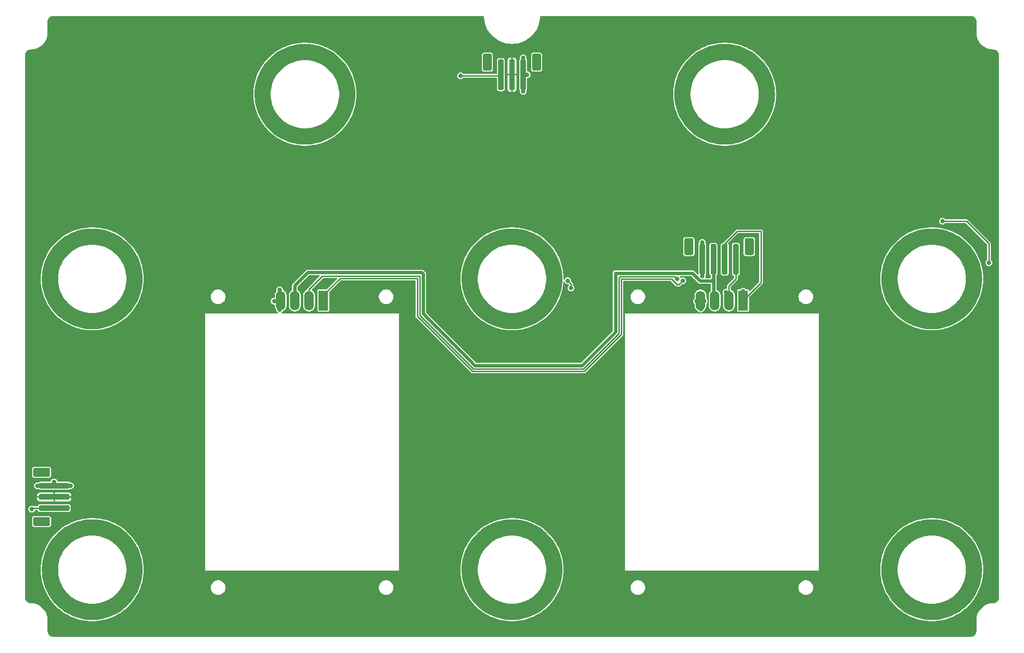
<source format=gbl>
G04 #@! TF.GenerationSoftware,KiCad,Pcbnew,8.0.4+1*
G04 #@! TF.CreationDate,2024-10-06T14:55:26+00:00*
G04 #@! TF.ProjectId,pedalboard-display,70656461-6c62-46f6-9172-642d64697370,0.0.0-RC1*
G04 #@! TF.SameCoordinates,Original*
G04 #@! TF.FileFunction,Copper,L2,Bot*
G04 #@! TF.FilePolarity,Positive*
%FSLAX46Y46*%
G04 Gerber Fmt 4.6, Leading zero omitted, Abs format (unit mm)*
G04 Created by KiCad (PCBNEW 8.0.4+1) date 2024-10-06 14:55:26*
%MOMM*%
%LPD*%
G01*
G04 APERTURE LIST*
G04 #@! TA.AperFunction,SMDPad,CuDef*
%ADD10R,1.700000X3.600000*%
G04 #@! TD*
G04 #@! TA.AperFunction,SMDPad,CuDef*
%ADD11O,1.700000X3.500000*%
G04 #@! TD*
G04 #@! TA.AperFunction,ViaPad*
%ADD12C,0.800000*%
G04 #@! TD*
G04 #@! TA.AperFunction,Conductor*
%ADD13C,0.250000*%
G04 #@! TD*
G04 #@! TA.AperFunction,Conductor*
%ADD14C,0.600000*%
G04 #@! TD*
G04 APERTURE END LIST*
D10*
X73288000Y-75872800D03*
D11*
X70748000Y-75872800D03*
X68208000Y-75872800D03*
X65668000Y-75872800D03*
D10*
X148288000Y-75872800D03*
D11*
X145748000Y-75872800D03*
X143208000Y-75872800D03*
X140668000Y-75872800D03*
G04 #@! TA.AperFunction,SMDPad,CuDef*
G36*
G01*
X147500000Y-66000000D02*
X147500000Y-71000000D01*
G75*
G02*
X147250000Y-71250000I-250000J0D01*
G01*
X146750000Y-71250000D01*
G75*
G02*
X146500000Y-71000000I0J250000D01*
G01*
X146500000Y-66000000D01*
G75*
G02*
X146750000Y-65750000I250000J0D01*
G01*
X147250000Y-65750000D01*
G75*
G02*
X147500000Y-66000000I0J-250000D01*
G01*
G37*
G04 #@! TD.AperFunction*
G04 #@! TA.AperFunction,SMDPad,CuDef*
G36*
G01*
X145500000Y-66000000D02*
X145500000Y-71000000D01*
G75*
G02*
X145250000Y-71250000I-250000J0D01*
G01*
X144750000Y-71250000D01*
G75*
G02*
X144500000Y-71000000I0J250000D01*
G01*
X144500000Y-66000000D01*
G75*
G02*
X144750000Y-65750000I250000J0D01*
G01*
X145250000Y-65750000D01*
G75*
G02*
X145500000Y-66000000I0J-250000D01*
G01*
G37*
G04 #@! TD.AperFunction*
G04 #@! TA.AperFunction,SMDPad,CuDef*
G36*
G01*
X143500000Y-66000000D02*
X143500000Y-71000000D01*
G75*
G02*
X143250000Y-71250000I-250000J0D01*
G01*
X142750000Y-71250000D01*
G75*
G02*
X142500000Y-71000000I0J250000D01*
G01*
X142500000Y-66000000D01*
G75*
G02*
X142750000Y-65750000I250000J0D01*
G01*
X143250000Y-65750000D01*
G75*
G02*
X143500000Y-66000000I0J-250000D01*
G01*
G37*
G04 #@! TD.AperFunction*
G04 #@! TA.AperFunction,SMDPad,CuDef*
G36*
G01*
X141500000Y-66000000D02*
X141500000Y-71000000D01*
G75*
G02*
X141250000Y-71250000I-250000J0D01*
G01*
X140750000Y-71250000D01*
G75*
G02*
X140500000Y-71000000I0J250000D01*
G01*
X140500000Y-66000000D01*
G75*
G02*
X140750000Y-65750000I250000J0D01*
G01*
X141250000Y-65750000D01*
G75*
G02*
X141500000Y-66000000I0J-250000D01*
G01*
G37*
G04 #@! TD.AperFunction*
G04 #@! TA.AperFunction,SMDPad,CuDef*
G36*
G01*
X150200000Y-65000000D02*
X150200000Y-67500000D01*
G75*
G02*
X149950000Y-67750000I-250000J0D01*
G01*
X148850000Y-67750000D01*
G75*
G02*
X148600000Y-67500000I0J250000D01*
G01*
X148600000Y-65000000D01*
G75*
G02*
X148850000Y-64750000I250000J0D01*
G01*
X149950000Y-64750000D01*
G75*
G02*
X150200000Y-65000000I0J-250000D01*
G01*
G37*
G04 #@! TD.AperFunction*
G04 #@! TA.AperFunction,SMDPad,CuDef*
G36*
G01*
X139400000Y-65000000D02*
X139400000Y-67500000D01*
G75*
G02*
X139150000Y-67750000I-250000J0D01*
G01*
X138050000Y-67750000D01*
G75*
G02*
X137800000Y-67500000I0J250000D01*
G01*
X137800000Y-65000000D01*
G75*
G02*
X138050000Y-64750000I250000J0D01*
G01*
X139150000Y-64750000D01*
G75*
G02*
X139400000Y-65000000I0J-250000D01*
G01*
G37*
G04 #@! TD.AperFunction*
G04 #@! TA.AperFunction,SMDPad,CuDef*
G36*
G01*
X22700000Y-108500000D02*
X27700000Y-108500000D01*
G75*
G02*
X27950000Y-108750000I0J-250000D01*
G01*
X27950000Y-109250000D01*
G75*
G02*
X27700000Y-109500000I-250000J0D01*
G01*
X22700000Y-109500000D01*
G75*
G02*
X22450000Y-109250000I0J250000D01*
G01*
X22450000Y-108750000D01*
G75*
G02*
X22700000Y-108500000I250000J0D01*
G01*
G37*
G04 #@! TD.AperFunction*
G04 #@! TA.AperFunction,SMDPad,CuDef*
G36*
G01*
X22700000Y-110500000D02*
X27700000Y-110500000D01*
G75*
G02*
X27950000Y-110750000I0J-250000D01*
G01*
X27950000Y-111250000D01*
G75*
G02*
X27700000Y-111500000I-250000J0D01*
G01*
X22700000Y-111500000D01*
G75*
G02*
X22450000Y-111250000I0J250000D01*
G01*
X22450000Y-110750000D01*
G75*
G02*
X22700000Y-110500000I250000J0D01*
G01*
G37*
G04 #@! TD.AperFunction*
G04 #@! TA.AperFunction,SMDPad,CuDef*
G36*
G01*
X22700000Y-112500000D02*
X27700000Y-112500000D01*
G75*
G02*
X27950000Y-112750000I0J-250000D01*
G01*
X27950000Y-113250000D01*
G75*
G02*
X27700000Y-113500000I-250000J0D01*
G01*
X22700000Y-113500000D01*
G75*
G02*
X22450000Y-113250000I0J250000D01*
G01*
X22450000Y-112750000D01*
G75*
G02*
X22700000Y-112500000I250000J0D01*
G01*
G37*
G04 #@! TD.AperFunction*
G04 #@! TA.AperFunction,SMDPad,CuDef*
G36*
G01*
X21700000Y-105800000D02*
X24200000Y-105800000D01*
G75*
G02*
X24450000Y-106050000I0J-250000D01*
G01*
X24450000Y-107150000D01*
G75*
G02*
X24200000Y-107400000I-250000J0D01*
G01*
X21700000Y-107400000D01*
G75*
G02*
X21450000Y-107150000I0J250000D01*
G01*
X21450000Y-106050000D01*
G75*
G02*
X21700000Y-105800000I250000J0D01*
G01*
G37*
G04 #@! TD.AperFunction*
G04 #@! TA.AperFunction,SMDPad,CuDef*
G36*
G01*
X21700000Y-114600000D02*
X24200000Y-114600000D01*
G75*
G02*
X24450000Y-114850000I0J-250000D01*
G01*
X24450000Y-115950000D01*
G75*
G02*
X24200000Y-116200000I-250000J0D01*
G01*
X21700000Y-116200000D01*
G75*
G02*
X21450000Y-115950000I0J250000D01*
G01*
X21450000Y-114850000D01*
G75*
G02*
X21700000Y-114600000I250000J0D01*
G01*
G37*
G04 #@! TD.AperFunction*
G04 #@! TA.AperFunction,SMDPad,CuDef*
G36*
G01*
X109500000Y-33000000D02*
X109500000Y-38000000D01*
G75*
G02*
X109250000Y-38250000I-250000J0D01*
G01*
X108750000Y-38250000D01*
G75*
G02*
X108500000Y-38000000I0J250000D01*
G01*
X108500000Y-33000000D01*
G75*
G02*
X108750000Y-32750000I250000J0D01*
G01*
X109250000Y-32750000D01*
G75*
G02*
X109500000Y-33000000I0J-250000D01*
G01*
G37*
G04 #@! TD.AperFunction*
G04 #@! TA.AperFunction,SMDPad,CuDef*
G36*
G01*
X107500000Y-33000000D02*
X107500000Y-38000000D01*
G75*
G02*
X107250000Y-38250000I-250000J0D01*
G01*
X106750000Y-38250000D01*
G75*
G02*
X106500000Y-38000000I0J250000D01*
G01*
X106500000Y-33000000D01*
G75*
G02*
X106750000Y-32750000I250000J0D01*
G01*
X107250000Y-32750000D01*
G75*
G02*
X107500000Y-33000000I0J-250000D01*
G01*
G37*
G04 #@! TD.AperFunction*
G04 #@! TA.AperFunction,SMDPad,CuDef*
G36*
G01*
X105500000Y-33000000D02*
X105500000Y-38000000D01*
G75*
G02*
X105250000Y-38250000I-250000J0D01*
G01*
X104750000Y-38250000D01*
G75*
G02*
X104500000Y-38000000I0J250000D01*
G01*
X104500000Y-33000000D01*
G75*
G02*
X104750000Y-32750000I250000J0D01*
G01*
X105250000Y-32750000D01*
G75*
G02*
X105500000Y-33000000I0J-250000D01*
G01*
G37*
G04 #@! TD.AperFunction*
G04 #@! TA.AperFunction,SMDPad,CuDef*
G36*
G01*
X112200000Y-32000000D02*
X112200000Y-34500000D01*
G75*
G02*
X111950000Y-34750000I-250000J0D01*
G01*
X110850000Y-34750000D01*
G75*
G02*
X110600000Y-34500000I0J250000D01*
G01*
X110600000Y-32000000D01*
G75*
G02*
X110850000Y-31750000I250000J0D01*
G01*
X111950000Y-31750000D01*
G75*
G02*
X112200000Y-32000000I0J-250000D01*
G01*
G37*
G04 #@! TD.AperFunction*
G04 #@! TA.AperFunction,SMDPad,CuDef*
G36*
G01*
X103400000Y-32000000D02*
X103400000Y-34500000D01*
G75*
G02*
X103150000Y-34750000I-250000J0D01*
G01*
X102050000Y-34750000D01*
G75*
G02*
X101800000Y-34500000I0J250000D01*
G01*
X101800000Y-32000000D01*
G75*
G02*
X102050000Y-31750000I250000J0D01*
G01*
X103150000Y-31750000D01*
G75*
G02*
X103400000Y-32000000I0J-250000D01*
G01*
G37*
G04 #@! TD.AperFunction*
D12*
X28071797Y-133196152D03*
X79420000Y-42690000D03*
X110928203Y-114803848D03*
X176000000Y-116000000D03*
X108196152Y-133928203D03*
X183196152Y-133928203D03*
X190000000Y-66000000D03*
X40000000Y-66000000D03*
X180803848Y-114071797D03*
X191420000Y-127690000D03*
X116950000Y-122540000D03*
X97071797Y-125196152D03*
X22803848Y-68071797D03*
X188000000Y-79940000D03*
X38000000Y-131940000D03*
X139000000Y-31000000D03*
X178071797Y-81196152D03*
X22071797Y-73196152D03*
X172803848Y-120071797D03*
X41950000Y-122540000D03*
X191950000Y-122540000D03*
X172071797Y-125196152D03*
X60803848Y-35071797D03*
X24000000Y-78000000D03*
X30803848Y-114071797D03*
X116420000Y-127690000D03*
X135071797Y-40196152D03*
X141071797Y-48196152D03*
X110928203Y-62803848D03*
X73928203Y-29803848D03*
X94000000Y-36500000D03*
X113000000Y-131940000D03*
X103071797Y-81196152D03*
X172071797Y-73196152D03*
X40000000Y-118000000D03*
X38000000Y-79940000D03*
X174000000Y-78000000D03*
X97803848Y-120071797D03*
X185928203Y-62803848D03*
X60071797Y-40196152D03*
X99000000Y-78000000D03*
X108196152Y-81928203D03*
X30803848Y-62071797D03*
X146196152Y-48928203D03*
X76000000Y-46940000D03*
X28071797Y-81196152D03*
X97803848Y-68071797D03*
X176000000Y-64000000D03*
X191950000Y-70540000D03*
X115000000Y-118000000D03*
X62000000Y-45000000D03*
X191420000Y-75690000D03*
X101000000Y-64000000D03*
X97071797Y-73196152D03*
X24000000Y-130000000D03*
X148928203Y-29803848D03*
X172803848Y-68071797D03*
X103071797Y-133196152D03*
X22803848Y-120071797D03*
X66071797Y-48196152D03*
X119000000Y-36500000D03*
X68803848Y-29071797D03*
X33196152Y-81928203D03*
X154950000Y-37540000D03*
X35928203Y-62803848D03*
X174000000Y-130000000D03*
X188000000Y-131940000D03*
X101000000Y-116000000D03*
X115000000Y-66000000D03*
X116300000Y-76000000D03*
X190000000Y-118000000D03*
X185928203Y-114803848D03*
X137000000Y-45000000D03*
X151000000Y-46940000D03*
X78000000Y-33000000D03*
X180803848Y-62071797D03*
X64000000Y-31000000D03*
X35928203Y-114803848D03*
X135803848Y-35071797D03*
X71196152Y-48928203D03*
X153000000Y-33000000D03*
X41420000Y-127690000D03*
X79950000Y-37540000D03*
X22071797Y-125196152D03*
X41420000Y-75690000D03*
X154420000Y-42690000D03*
X183196152Y-81928203D03*
X105803848Y-62071797D03*
X143803848Y-29071797D03*
X116950000Y-70540000D03*
X26000000Y-116000000D03*
X178071797Y-133196152D03*
X41950000Y-70540000D03*
X113000000Y-79940000D03*
X33196152Y-133928203D03*
X99000000Y-130000000D03*
X105803848Y-114071797D03*
X26000000Y-64000000D03*
X182500000Y-64600000D03*
X34400000Y-63700000D03*
X141000000Y-65500000D03*
X107500000Y-116500000D03*
X109000000Y-32500000D03*
X65500000Y-77500000D03*
X140700000Y-77400000D03*
X32500000Y-116600000D03*
X141000000Y-71500000D03*
X28100000Y-109000000D03*
X109700000Y-35500000D03*
X109000000Y-38500000D03*
X22200000Y-109000000D03*
X141000000Y-68500000D03*
X25200000Y-108300000D03*
X109400000Y-63700000D03*
X140000000Y-76000000D03*
X145500000Y-31700000D03*
X32500000Y-64500000D03*
X184400000Y-63700000D03*
X34400000Y-115700000D03*
X173700000Y-69600000D03*
X70500000Y-31500000D03*
X34000000Y-132400000D03*
X184400000Y-115700000D03*
X65500000Y-74000000D03*
X64500000Y-76000000D03*
X107500000Y-64500000D03*
X109400000Y-115700000D03*
X72400000Y-30700000D03*
X182500000Y-116800000D03*
X141300000Y-76000000D03*
X147400000Y-30700000D03*
X97800000Y-35700000D03*
X192200421Y-69130000D03*
X183900000Y-61700000D03*
X116950001Y-72323356D03*
X117561796Y-73656662D03*
X21200000Y-113200000D03*
X137500000Y-72330000D03*
X148288000Y-74200000D03*
X136500000Y-72000000D03*
X145200000Y-74400000D03*
D13*
X65668000Y-74168000D02*
X65500000Y-74000000D01*
X25200000Y-109000000D02*
X28100000Y-109000000D01*
X109000000Y-35500000D02*
X109000000Y-38500000D01*
X65668000Y-75872800D02*
X65668000Y-74168000D01*
X141000000Y-68500000D02*
X141000000Y-65500000D01*
X141372800Y-75872800D02*
X141400000Y-75900000D01*
X65668000Y-77332000D02*
X65500000Y-77500000D01*
X64627200Y-75872800D02*
X64500000Y-76000000D01*
X25200000Y-109000000D02*
X22200000Y-109000000D01*
X25200000Y-109000000D02*
X25200000Y-108300000D01*
X141000000Y-68500000D02*
X141000000Y-71500000D01*
X65668000Y-75872800D02*
X64627200Y-75872800D01*
X109000000Y-35500000D02*
X109700000Y-35500000D01*
X109000000Y-35500000D02*
X109000000Y-32500000D01*
X140668000Y-75872800D02*
X140668000Y-77668000D01*
X97800000Y-35700000D02*
X104800000Y-35700000D01*
X192200421Y-65700421D02*
X188200000Y-61700000D01*
X188200000Y-61700000D02*
X183900000Y-61700000D01*
X192200421Y-69130000D02*
X192200421Y-65700421D01*
X117561796Y-73656662D02*
X117561796Y-72935151D01*
X117561796Y-72935151D02*
X116950001Y-72323356D01*
X21400000Y-113000000D02*
X25200000Y-113000000D01*
X21200000Y-113200000D02*
X21400000Y-113000000D01*
D14*
X125500000Y-81500000D02*
X125500000Y-71000000D01*
X90875000Y-70875000D02*
X91125000Y-71125000D01*
X91125000Y-78241116D02*
X100383884Y-87500000D01*
X142600000Y-72400000D02*
X143000000Y-72000000D01*
X119500000Y-87500000D02*
X125500000Y-81500000D01*
X143000000Y-68500000D02*
X143000000Y-72000000D01*
X143000000Y-72000000D02*
X143000000Y-75664800D01*
X139227207Y-71000000D02*
X140627207Y-72400000D01*
X70500000Y-70875000D02*
X90875000Y-70875000D01*
X125500000Y-71000000D02*
X139227207Y-71000000D01*
X91125000Y-71125000D02*
X91125000Y-78241116D01*
X140627207Y-72400000D02*
X142600000Y-72400000D01*
X100383884Y-87500000D02*
X119500000Y-87500000D01*
X68208000Y-75872800D02*
X68208000Y-73167000D01*
X68208000Y-73167000D02*
X70500000Y-70875000D01*
D13*
X136500000Y-73055000D02*
X135500000Y-72055000D01*
X126555000Y-81936996D02*
X119936996Y-88555000D01*
X145000000Y-65750000D02*
X147250000Y-63500000D01*
X99946888Y-88555000D02*
X90070000Y-78678112D01*
X147250000Y-63500000D02*
X151500000Y-63500000D01*
X148288000Y-74000000D02*
X148288000Y-75872800D01*
X119936996Y-88555000D02*
X99946888Y-88555000D01*
X76280800Y-71930000D02*
X73288000Y-74922800D01*
X145000000Y-68500000D02*
X145000000Y-65750000D01*
X136775000Y-73055000D02*
X136500000Y-73055000D01*
X148288000Y-75872800D02*
X151500000Y-72660800D01*
X90070000Y-71930000D02*
X76280800Y-71930000D01*
X135500000Y-72055000D02*
X126555000Y-72055000D01*
X151500000Y-63500000D02*
X151500000Y-72660800D01*
X126555000Y-72055000D02*
X126555000Y-81936996D01*
X90070000Y-78678112D02*
X90070000Y-71930000D01*
X137500000Y-72330000D02*
X136775000Y-73055000D01*
X100125000Y-88125000D02*
X119758884Y-88125000D01*
X126125000Y-71876888D02*
X126376888Y-71625000D01*
X70748000Y-73877000D02*
X73125000Y-71500000D01*
X90500000Y-78500000D02*
X100125000Y-88125000D01*
X90500000Y-71500000D02*
X90500000Y-78500000D01*
X136125000Y-71625000D02*
X136276556Y-71776556D01*
X126376888Y-71625000D02*
X136125000Y-71625000D01*
X70748000Y-75872800D02*
X70748000Y-73877000D01*
X145748000Y-73252000D02*
X145748000Y-75872800D01*
X126125000Y-81758884D02*
X126125000Y-71876888D01*
X73125000Y-71500000D02*
X90500000Y-71500000D01*
X147000000Y-68500000D02*
X147000000Y-72000000D01*
X119758884Y-88125000D02*
X126125000Y-81758884D01*
X147000000Y-72000000D02*
X145748000Y-73252000D01*
G04 #@! TA.AperFunction,Conductor*
G36*
X182304872Y-63005302D02*
G01*
X182896728Y-63044923D01*
X182904952Y-63045750D01*
X183492886Y-63124819D01*
X183501011Y-63126190D01*
X184055333Y-63238861D01*
X184082317Y-63244346D01*
X184090380Y-63246267D01*
X184662489Y-63402984D01*
X184670381Y-63405432D01*
X185230761Y-63600017D01*
X185238471Y-63602986D01*
X185784611Y-63834570D01*
X185792122Y-63838056D01*
X186321524Y-64105575D01*
X186328792Y-64109557D01*
X186839180Y-64411861D01*
X186846164Y-64416320D01*
X187335213Y-64752032D01*
X187341859Y-64756929D01*
X187807397Y-65124560D01*
X187813725Y-65129910D01*
X188253655Y-65527804D01*
X188259612Y-65533565D01*
X188671984Y-65959954D01*
X188677543Y-65966100D01*
X189060518Y-66419086D01*
X189065654Y-66425590D01*
X189372650Y-66842248D01*
X189417514Y-66903137D01*
X189422204Y-66909969D01*
X189741384Y-67409956D01*
X189745601Y-67417076D01*
X189940471Y-67772667D01*
X190030680Y-67937277D01*
X190034417Y-67944673D01*
X190284103Y-68482736D01*
X190287338Y-68490365D01*
X190500529Y-69043900D01*
X190503248Y-69051729D01*
X190678995Y-69618284D01*
X190681184Y-69626276D01*
X190818692Y-70203288D01*
X190820343Y-70211409D01*
X190919008Y-70796336D01*
X190920112Y-70804549D01*
X190979486Y-71394734D01*
X190980040Y-71403003D01*
X190999861Y-71995857D01*
X190999861Y-72004143D01*
X190980040Y-72596996D01*
X190979486Y-72605265D01*
X190920112Y-73195450D01*
X190919008Y-73203663D01*
X190820343Y-73788590D01*
X190818692Y-73796711D01*
X190681184Y-74373723D01*
X190678995Y-74381715D01*
X190503248Y-74948270D01*
X190500529Y-74956099D01*
X190287338Y-75509634D01*
X190284103Y-75517263D01*
X190034417Y-76055326D01*
X190030680Y-76062722D01*
X189745607Y-76582913D01*
X189741384Y-76590043D01*
X189422204Y-77090030D01*
X189417514Y-77096862D01*
X189065654Y-77574409D01*
X189060518Y-77580913D01*
X188677543Y-78033899D01*
X188671984Y-78040045D01*
X188259612Y-78466434D01*
X188253655Y-78472195D01*
X187813725Y-78870089D01*
X187807397Y-78875439D01*
X187341872Y-79243060D01*
X187335200Y-79247976D01*
X186846164Y-79583679D01*
X186839180Y-79588138D01*
X186328792Y-79890442D01*
X186321524Y-79894424D01*
X185792122Y-80161943D01*
X185784605Y-80165432D01*
X185238482Y-80397008D01*
X185230749Y-80399986D01*
X184670392Y-80594563D01*
X184662477Y-80597018D01*
X184090378Y-80753732D01*
X184082317Y-80755653D01*
X183501037Y-80873804D01*
X183492865Y-80875183D01*
X182904960Y-80954248D01*
X182896715Y-80955077D01*
X182304873Y-80994697D01*
X182296591Y-80994974D01*
X181703409Y-80994974D01*
X181695127Y-80994697D01*
X181103284Y-80955077D01*
X181095039Y-80954248D01*
X180507134Y-80875183D01*
X180498962Y-80873804D01*
X179917682Y-80755653D01*
X179909621Y-80753732D01*
X179337522Y-80597018D01*
X179329607Y-80594563D01*
X178769250Y-80399986D01*
X178761517Y-80397008D01*
X178215394Y-80165432D01*
X178207877Y-80161943D01*
X177678475Y-79894424D01*
X177671207Y-79890442D01*
X177160819Y-79588138D01*
X177153835Y-79583679D01*
X176857737Y-79380420D01*
X176664791Y-79247970D01*
X176658135Y-79243066D01*
X176192599Y-78875436D01*
X176186274Y-78870089D01*
X175746344Y-78472195D01*
X175740387Y-78466434D01*
X175328015Y-78040045D01*
X175322456Y-78033899D01*
X174939481Y-77580913D01*
X174934345Y-77574409D01*
X174808396Y-77403470D01*
X174582478Y-77096852D01*
X174577802Y-77090040D01*
X174258604Y-76590024D01*
X174254403Y-76582932D01*
X173969308Y-76062702D01*
X173965592Y-76055346D01*
X173715896Y-75517263D01*
X173712661Y-75509634D01*
X173666113Y-75388775D01*
X173499466Y-74956087D01*
X173496751Y-74948270D01*
X173321004Y-74381715D01*
X173318815Y-74373723D01*
X173181307Y-73796711D01*
X173179656Y-73788590D01*
X173080991Y-73203663D01*
X173079887Y-73195450D01*
X173033623Y-72735577D01*
X173020511Y-72605247D01*
X173019960Y-72597015D01*
X173000138Y-72004127D01*
X173000138Y-71995872D01*
X173008216Y-71754268D01*
X175902474Y-71754268D01*
X175902474Y-72245731D01*
X175942018Y-72735577D01*
X176020847Y-73220630D01*
X176020850Y-73220642D01*
X176138459Y-73697804D01*
X176138463Y-73697819D01*
X176294079Y-74163950D01*
X176294090Y-74163978D01*
X176386859Y-74381715D01*
X176486716Y-74616086D01*
X176715101Y-75051238D01*
X176977761Y-75466601D01*
X177109818Y-75642337D01*
X177272987Y-75859477D01*
X177272990Y-75859480D01*
X177598872Y-76227325D01*
X177598877Y-76227330D01*
X177953305Y-76567764D01*
X177953311Y-76567770D01*
X178333973Y-76878571D01*
X178333979Y-76878575D01*
X178333985Y-76878580D01*
X178513033Y-77002168D01*
X178738425Y-77157746D01*
X178738429Y-77157748D01*
X178738435Y-77157752D01*
X179164038Y-77403474D01*
X179608033Y-77614152D01*
X179849401Y-77705690D01*
X180067534Y-77788418D01*
X180067541Y-77788420D01*
X180539582Y-77925149D01*
X181021089Y-78023449D01*
X181021093Y-78023449D01*
X181021094Y-78023450D01*
X181508955Y-78082687D01*
X181508970Y-78082687D01*
X181508975Y-78082688D01*
X181999989Y-78102476D01*
X182000000Y-78102476D01*
X182000011Y-78102476D01*
X182491024Y-78082688D01*
X182491027Y-78082687D01*
X182491045Y-78082687D01*
X182978906Y-78023450D01*
X183460418Y-77925149D01*
X183932459Y-77788420D01*
X183932461Y-77788418D01*
X183932465Y-77788418D01*
X184024248Y-77753609D01*
X184391967Y-77614152D01*
X184835962Y-77403474D01*
X185261565Y-77157752D01*
X185666015Y-76878580D01*
X186046690Y-76567769D01*
X186401120Y-76227333D01*
X186727008Y-75859482D01*
X187022239Y-75466601D01*
X187284899Y-75051238D01*
X187513284Y-74616086D01*
X187705914Y-74163968D01*
X187861538Y-73697815D01*
X187979148Y-73220652D01*
X188057982Y-72735572D01*
X188097526Y-72245722D01*
X188100000Y-72000000D01*
X188097526Y-71754278D01*
X188057982Y-71264428D01*
X187983244Y-70804549D01*
X187979152Y-70779369D01*
X187979149Y-70779357D01*
X187979148Y-70779348D01*
X187861538Y-70302185D01*
X187705914Y-69836032D01*
X187513284Y-69383914D01*
X187284899Y-68948762D01*
X187022239Y-68533399D01*
X186857546Y-68314233D01*
X186727012Y-68140522D01*
X186727009Y-68140519D01*
X186401127Y-67772674D01*
X186401122Y-67772669D01*
X186046694Y-67432235D01*
X186046688Y-67432229D01*
X185666026Y-67121428D01*
X185666018Y-67121422D01*
X185666015Y-67121420D01*
X185564322Y-67051226D01*
X185261574Y-66842253D01*
X185261568Y-66842250D01*
X184835968Y-66596529D01*
X184391972Y-66385850D01*
X183932465Y-66211581D01*
X183460424Y-66074852D01*
X182978909Y-65976550D01*
X182978913Y-65976550D01*
X182552027Y-65924717D01*
X182491045Y-65917313D01*
X182491043Y-65917312D01*
X182491028Y-65917311D01*
X182000010Y-65897525D01*
X181999990Y-65897525D01*
X181508971Y-65917311D01*
X181508955Y-65917313D01*
X181021088Y-65976550D01*
X180539575Y-66074852D01*
X180067534Y-66211581D01*
X179608027Y-66385850D01*
X179164031Y-66596529D01*
X178738431Y-66842250D01*
X178738425Y-66842253D01*
X178333973Y-67121428D01*
X177953311Y-67432229D01*
X177953305Y-67432235D01*
X177598877Y-67772669D01*
X177598872Y-67772674D01*
X177272990Y-68140519D01*
X177272987Y-68140522D01*
X176977759Y-68533402D01*
X176977757Y-68533404D01*
X176715099Y-68948765D01*
X176486712Y-69383922D01*
X176486710Y-69383926D01*
X176294090Y-69836021D01*
X176294079Y-69836049D01*
X176138463Y-70302180D01*
X176138459Y-70302195D01*
X176020850Y-70779357D01*
X176020847Y-70779369D01*
X175942018Y-71264422D01*
X175902474Y-71754268D01*
X173008216Y-71754268D01*
X173019960Y-71402982D01*
X173020511Y-71394754D01*
X173079888Y-70804539D01*
X173080991Y-70796336D01*
X173164343Y-70302195D01*
X173179657Y-70211400D01*
X173181307Y-70203288D01*
X173318815Y-69626276D01*
X173321004Y-69618284D01*
X173393704Y-69383922D01*
X173496758Y-69051708D01*
X173499462Y-69043921D01*
X173712663Y-68490358D01*
X173715896Y-68482736D01*
X173965598Y-67944640D01*
X173969302Y-67937309D01*
X174254410Y-67417054D01*
X174258595Y-67409988D01*
X174577811Y-66909945D01*
X174582468Y-66903160D01*
X174934357Y-66425574D01*
X174939469Y-66419100D01*
X175322469Y-65966085D01*
X175328001Y-65959968D01*
X175740400Y-65533551D01*
X175746329Y-65527818D01*
X176186293Y-65129893D01*
X176192581Y-65124577D01*
X176658154Y-64756918D01*
X176664771Y-64752042D01*
X177153844Y-64416314D01*
X177160810Y-64411866D01*
X177671225Y-64109546D01*
X177678457Y-64105584D01*
X178207895Y-63838047D01*
X178215376Y-63834575D01*
X178761538Y-63602982D01*
X178769228Y-63600021D01*
X179329626Y-63405429D01*
X179337501Y-63402987D01*
X179909625Y-63246265D01*
X179917677Y-63244347D01*
X180498993Y-63126189D01*
X180507108Y-63124820D01*
X181095050Y-63045749D01*
X181103268Y-63044923D01*
X181695127Y-63005302D01*
X181703409Y-63005026D01*
X182296591Y-63005026D01*
X182304872Y-63005302D01*
G37*
G04 #@! TD.AperFunction*
G04 #@! TA.AperFunction,Conductor*
G36*
X145304872Y-30005302D02*
G01*
X145896728Y-30044923D01*
X145904952Y-30045750D01*
X146492886Y-30124819D01*
X146501011Y-30126190D01*
X147055333Y-30238861D01*
X147082317Y-30244346D01*
X147090380Y-30246267D01*
X147662489Y-30402984D01*
X147670381Y-30405432D01*
X148230761Y-30600017D01*
X148238471Y-30602986D01*
X148784611Y-30834570D01*
X148792122Y-30838056D01*
X149321524Y-31105575D01*
X149328792Y-31109557D01*
X149839180Y-31411861D01*
X149846164Y-31416320D01*
X150335213Y-31752032D01*
X150341859Y-31756929D01*
X150807397Y-32124560D01*
X150813725Y-32129910D01*
X151253655Y-32527804D01*
X151259612Y-32533565D01*
X151671984Y-32959954D01*
X151677543Y-32966100D01*
X152060518Y-33419086D01*
X152065654Y-33425590D01*
X152372650Y-33842248D01*
X152417514Y-33903137D01*
X152422204Y-33909969D01*
X152741384Y-34409956D01*
X152745601Y-34417076D01*
X152940471Y-34772667D01*
X153030680Y-34937277D01*
X153034417Y-34944673D01*
X153284103Y-35482736D01*
X153287338Y-35490365D01*
X153500529Y-36043900D01*
X153503248Y-36051729D01*
X153678995Y-36618284D01*
X153681184Y-36626276D01*
X153818692Y-37203288D01*
X153820343Y-37211409D01*
X153919008Y-37796336D01*
X153920112Y-37804549D01*
X153979486Y-38394734D01*
X153980040Y-38403003D01*
X153999861Y-38995857D01*
X153999861Y-39004143D01*
X153980040Y-39596996D01*
X153979486Y-39605265D01*
X153920112Y-40195450D01*
X153919008Y-40203663D01*
X153820343Y-40788590D01*
X153818692Y-40796711D01*
X153681184Y-41373723D01*
X153678995Y-41381715D01*
X153503248Y-41948270D01*
X153500529Y-41956099D01*
X153287338Y-42509634D01*
X153284103Y-42517263D01*
X153034417Y-43055326D01*
X153030680Y-43062722D01*
X152745607Y-43582913D01*
X152741384Y-43590043D01*
X152422204Y-44090030D01*
X152417514Y-44096862D01*
X152065654Y-44574409D01*
X152060518Y-44580913D01*
X151677543Y-45033899D01*
X151671984Y-45040045D01*
X151259612Y-45466434D01*
X151253655Y-45472195D01*
X150813725Y-45870089D01*
X150807397Y-45875439D01*
X150341872Y-46243060D01*
X150335200Y-46247976D01*
X149846164Y-46583679D01*
X149839180Y-46588138D01*
X149328792Y-46890442D01*
X149321524Y-46894424D01*
X148792122Y-47161943D01*
X148784605Y-47165432D01*
X148238482Y-47397008D01*
X148230749Y-47399986D01*
X147670392Y-47594563D01*
X147662477Y-47597018D01*
X147090378Y-47753732D01*
X147082317Y-47755653D01*
X146501037Y-47873804D01*
X146492865Y-47875183D01*
X145904960Y-47954248D01*
X145896715Y-47955077D01*
X145304873Y-47994697D01*
X145296591Y-47994974D01*
X144703409Y-47994974D01*
X144695127Y-47994697D01*
X144103284Y-47955077D01*
X144095039Y-47954248D01*
X143507134Y-47875183D01*
X143498962Y-47873804D01*
X142917682Y-47755653D01*
X142909621Y-47753732D01*
X142337522Y-47597018D01*
X142329607Y-47594563D01*
X141769250Y-47399986D01*
X141761517Y-47397008D01*
X141215394Y-47165432D01*
X141207877Y-47161943D01*
X140678475Y-46894424D01*
X140671207Y-46890442D01*
X140160819Y-46588138D01*
X140153835Y-46583679D01*
X139857737Y-46380420D01*
X139664791Y-46247970D01*
X139658135Y-46243066D01*
X139192599Y-45875436D01*
X139186274Y-45870089D01*
X138746344Y-45472195D01*
X138740387Y-45466434D01*
X138328015Y-45040045D01*
X138322456Y-45033899D01*
X137939481Y-44580913D01*
X137934345Y-44574409D01*
X137808396Y-44403470D01*
X137582478Y-44096852D01*
X137577802Y-44090040D01*
X137258604Y-43590024D01*
X137254403Y-43582932D01*
X136969308Y-43062702D01*
X136965592Y-43055346D01*
X136715896Y-42517263D01*
X136712661Y-42509634D01*
X136666113Y-42388775D01*
X136499466Y-41956087D01*
X136496751Y-41948270D01*
X136321004Y-41381715D01*
X136318815Y-41373723D01*
X136181307Y-40796711D01*
X136179656Y-40788590D01*
X136080991Y-40203663D01*
X136079887Y-40195450D01*
X136033623Y-39735577D01*
X136020511Y-39605247D01*
X136019960Y-39597015D01*
X136000138Y-39004127D01*
X136000138Y-38995872D01*
X136008216Y-38754268D01*
X138902474Y-38754268D01*
X138902474Y-39245731D01*
X138942018Y-39735577D01*
X139020847Y-40220630D01*
X139020850Y-40220642D01*
X139138459Y-40697804D01*
X139138463Y-40697819D01*
X139294079Y-41163950D01*
X139294090Y-41163978D01*
X139386859Y-41381715D01*
X139486716Y-41616086D01*
X139715101Y-42051238D01*
X139977761Y-42466601D01*
X140109818Y-42642337D01*
X140272987Y-42859477D01*
X140272990Y-42859480D01*
X140598872Y-43227325D01*
X140598877Y-43227330D01*
X140953305Y-43567764D01*
X140953311Y-43567770D01*
X141333973Y-43878571D01*
X141333979Y-43878575D01*
X141333985Y-43878580D01*
X141513033Y-44002168D01*
X141738425Y-44157746D01*
X141738429Y-44157748D01*
X141738435Y-44157752D01*
X142164038Y-44403474D01*
X142608033Y-44614152D01*
X142849401Y-44705690D01*
X143067534Y-44788418D01*
X143067541Y-44788420D01*
X143539582Y-44925149D01*
X144021089Y-45023449D01*
X144021093Y-45023449D01*
X144021094Y-45023450D01*
X144508955Y-45082687D01*
X144508970Y-45082687D01*
X144508975Y-45082688D01*
X144999989Y-45102476D01*
X145000000Y-45102476D01*
X145000011Y-45102476D01*
X145491024Y-45082688D01*
X145491027Y-45082687D01*
X145491045Y-45082687D01*
X145978906Y-45023450D01*
X146460418Y-44925149D01*
X146932459Y-44788420D01*
X146932461Y-44788418D01*
X146932465Y-44788418D01*
X147024248Y-44753609D01*
X147391967Y-44614152D01*
X147835962Y-44403474D01*
X148261565Y-44157752D01*
X148666015Y-43878580D01*
X149046690Y-43567769D01*
X149401120Y-43227333D01*
X149727008Y-42859482D01*
X150022239Y-42466601D01*
X150284899Y-42051238D01*
X150513284Y-41616086D01*
X150705914Y-41163968D01*
X150861538Y-40697815D01*
X150979148Y-40220652D01*
X151057982Y-39735572D01*
X151097526Y-39245722D01*
X151100000Y-39000000D01*
X151097526Y-38754278D01*
X151057982Y-38264428D01*
X150983244Y-37804549D01*
X150979152Y-37779369D01*
X150979149Y-37779357D01*
X150979148Y-37779348D01*
X150861538Y-37302185D01*
X150705914Y-36836032D01*
X150513284Y-36383914D01*
X150284899Y-35948762D01*
X150022239Y-35533399D01*
X149857546Y-35314233D01*
X149727012Y-35140522D01*
X149727009Y-35140519D01*
X149401127Y-34772674D01*
X149401122Y-34772669D01*
X149046694Y-34432235D01*
X149046688Y-34432229D01*
X148666026Y-34121428D01*
X148666018Y-34121422D01*
X148666015Y-34121420D01*
X148564322Y-34051226D01*
X148261574Y-33842253D01*
X148261568Y-33842250D01*
X147835968Y-33596529D01*
X147391972Y-33385850D01*
X146932465Y-33211581D01*
X146460424Y-33074852D01*
X145978909Y-32976550D01*
X145978913Y-32976550D01*
X145552027Y-32924717D01*
X145491045Y-32917313D01*
X145491043Y-32917312D01*
X145491028Y-32917311D01*
X145000010Y-32897525D01*
X144999990Y-32897525D01*
X144508971Y-32917311D01*
X144508955Y-32917313D01*
X144021088Y-32976550D01*
X143539575Y-33074852D01*
X143067534Y-33211581D01*
X142608027Y-33385850D01*
X142164031Y-33596529D01*
X141738431Y-33842250D01*
X141738425Y-33842253D01*
X141333973Y-34121428D01*
X140953311Y-34432229D01*
X140953305Y-34432235D01*
X140598877Y-34772669D01*
X140598872Y-34772674D01*
X140272990Y-35140519D01*
X140272987Y-35140522D01*
X139977759Y-35533402D01*
X139977757Y-35533404D01*
X139715099Y-35948765D01*
X139486712Y-36383922D01*
X139486710Y-36383926D01*
X139294090Y-36836021D01*
X139294079Y-36836049D01*
X139138463Y-37302180D01*
X139138459Y-37302195D01*
X139020850Y-37779357D01*
X139020847Y-37779369D01*
X138942018Y-38264422D01*
X138902474Y-38754268D01*
X136008216Y-38754268D01*
X136019960Y-38402982D01*
X136020511Y-38394754D01*
X136079888Y-37804539D01*
X136080991Y-37796336D01*
X136164343Y-37302195D01*
X136179657Y-37211400D01*
X136181307Y-37203288D01*
X136318815Y-36626276D01*
X136321004Y-36618284D01*
X136393704Y-36383922D01*
X136496758Y-36051708D01*
X136499462Y-36043921D01*
X136712663Y-35490358D01*
X136715896Y-35482736D01*
X136965598Y-34944640D01*
X136969302Y-34937309D01*
X137254410Y-34417054D01*
X137258595Y-34409988D01*
X137577811Y-33909945D01*
X137582468Y-33903160D01*
X137934357Y-33425574D01*
X137939469Y-33419100D01*
X138322469Y-32966085D01*
X138328001Y-32959968D01*
X138740400Y-32533551D01*
X138746329Y-32527818D01*
X139186293Y-32129893D01*
X139192581Y-32124577D01*
X139658154Y-31756918D01*
X139664771Y-31752042D01*
X140153844Y-31416314D01*
X140160810Y-31411866D01*
X140671225Y-31109546D01*
X140678457Y-31105584D01*
X141207895Y-30838047D01*
X141215376Y-30834575D01*
X141761538Y-30602982D01*
X141769228Y-30600021D01*
X142329626Y-30405429D01*
X142337501Y-30402987D01*
X142909625Y-30246265D01*
X142917677Y-30244347D01*
X143498993Y-30126189D01*
X143507108Y-30124820D01*
X144095050Y-30045749D01*
X144103268Y-30044923D01*
X144695127Y-30005302D01*
X144703409Y-30005026D01*
X145296591Y-30005026D01*
X145304872Y-30005302D01*
G37*
G04 #@! TD.AperFunction*
G04 #@! TA.AperFunction,Conductor*
G36*
X101960295Y-25018907D02*
G01*
X101996259Y-25068407D01*
X102001097Y-25097888D01*
X102001300Y-25115945D01*
X102002517Y-25224449D01*
X102042752Y-25671492D01*
X102042756Y-25671519D01*
X102051296Y-25718576D01*
X102102367Y-26000000D01*
X102122903Y-26113158D01*
X102122906Y-26113174D01*
X102242322Y-26545868D01*
X102400040Y-26966108D01*
X102594807Y-27370545D01*
X102825026Y-27755866D01*
X102825028Y-27755868D01*
X102825031Y-27755873D01*
X103002413Y-28000019D01*
X103088876Y-28119025D01*
X103384202Y-28457053D01*
X103384204Y-28457055D01*
X103708648Y-28767255D01*
X103708652Y-28767258D01*
X103708655Y-28767261D01*
X103708659Y-28767265D01*
X104059580Y-29047114D01*
X104059593Y-29047124D01*
X104434211Y-29294407D01*
X104829488Y-29507115D01*
X105242240Y-29683534D01*
X105669145Y-29822243D01*
X106106766Y-29922127D01*
X106106776Y-29922128D01*
X106106779Y-29922129D01*
X106179693Y-29932005D01*
X106551578Y-29982381D01*
X106551587Y-29982381D01*
X106551589Y-29982382D01*
X106999993Y-30002520D01*
X107000000Y-30002520D01*
X107000007Y-30002520D01*
X107448410Y-29982382D01*
X107448411Y-29982381D01*
X107448422Y-29982381D01*
X107861627Y-29926408D01*
X107893220Y-29922129D01*
X107893220Y-29922128D01*
X107893234Y-29922127D01*
X108330855Y-29822243D01*
X108757760Y-29683534D01*
X109170512Y-29507115D01*
X109565789Y-29294407D01*
X109940407Y-29047124D01*
X110211213Y-28831164D01*
X110291340Y-28767265D01*
X110291344Y-28767261D01*
X110291352Y-28767255D01*
X110615796Y-28457055D01*
X110911128Y-28119020D01*
X111174969Y-27755873D01*
X111405197Y-27370537D01*
X111599956Y-26966116D01*
X111757679Y-26545864D01*
X111877096Y-26113165D01*
X111957246Y-25671505D01*
X111997483Y-25224437D01*
X111998902Y-25097889D01*
X112018461Y-25039915D01*
X112068361Y-25004508D01*
X112097896Y-25000000D01*
X188998800Y-25000000D01*
X189001224Y-25000030D01*
X189027839Y-25000682D01*
X189089724Y-25002198D01*
X189106613Y-25004070D01*
X189163581Y-25015401D01*
X189281428Y-25038842D01*
X189299989Y-25044473D01*
X189463530Y-25112214D01*
X189480643Y-25121361D01*
X189627818Y-25219700D01*
X189642821Y-25232012D01*
X189767987Y-25357178D01*
X189780299Y-25372181D01*
X189878638Y-25519356D01*
X189887786Y-25536471D01*
X189955524Y-25700003D01*
X189961158Y-25718576D01*
X189995929Y-25893386D01*
X189997801Y-25910273D01*
X189999970Y-25998774D01*
X190000000Y-26001200D01*
X190000000Y-28000019D01*
X190002359Y-28168335D01*
X190002360Y-28168348D01*
X190040056Y-28502913D01*
X190114977Y-28831164D01*
X190226177Y-29148953D01*
X190226178Y-29148956D01*
X190372259Y-29452298D01*
X190551392Y-29737385D01*
X190551394Y-29737388D01*
X190761301Y-30000604D01*
X190761307Y-30000610D01*
X190761311Y-30000615D01*
X190999385Y-30238689D01*
X190999389Y-30238692D01*
X190999395Y-30238698D01*
X191262611Y-30448605D01*
X191262615Y-30448607D01*
X191262618Y-30448610D01*
X191424252Y-30550171D01*
X191547701Y-30627740D01*
X191830910Y-30764125D01*
X191851045Y-30773822D01*
X191999395Y-30825732D01*
X192168835Y-30885022D01*
X192168838Y-30885022D01*
X192168839Y-30885023D01*
X192497085Y-30959943D01*
X192831656Y-30997640D01*
X192999626Y-30999994D01*
X193000375Y-31000009D01*
X193089725Y-31002198D01*
X193106613Y-31004070D01*
X193163581Y-31015401D01*
X193281428Y-31038842D01*
X193299989Y-31044473D01*
X193463530Y-31112214D01*
X193480643Y-31121361D01*
X193627818Y-31219700D01*
X193642821Y-31232012D01*
X193767987Y-31357178D01*
X193780299Y-31372181D01*
X193878638Y-31519356D01*
X193887786Y-31536471D01*
X193955524Y-31700003D01*
X193961158Y-31718576D01*
X193995929Y-31893386D01*
X193997801Y-31910273D01*
X193999970Y-31998774D01*
X194000000Y-32001200D01*
X194000000Y-128998799D01*
X193999970Y-129001225D01*
X193997801Y-129089726D01*
X193995929Y-129106613D01*
X193961158Y-129281423D01*
X193955524Y-129299996D01*
X193887786Y-129463528D01*
X193878638Y-129480643D01*
X193780299Y-129627818D01*
X193767987Y-129642821D01*
X193642821Y-129767987D01*
X193627818Y-129780299D01*
X193480643Y-129878638D01*
X193463528Y-129887786D01*
X193299996Y-129955524D01*
X193281423Y-129961158D01*
X193106613Y-129995929D01*
X193089725Y-129997801D01*
X193000521Y-129999987D01*
X192999484Y-130000007D01*
X192831664Y-130002359D01*
X192831651Y-130002360D01*
X192497086Y-130040056D01*
X192168835Y-130114977D01*
X191851046Y-130226177D01*
X191851043Y-130226178D01*
X191547701Y-130372259D01*
X191262614Y-130551392D01*
X191262611Y-130551394D01*
X190999395Y-130761301D01*
X190761301Y-130999395D01*
X190551394Y-131262611D01*
X190551392Y-131262614D01*
X190372259Y-131547701D01*
X190226178Y-131851043D01*
X190226177Y-131851046D01*
X190114977Y-132168835D01*
X190040056Y-132497086D01*
X190002360Y-132831651D01*
X190002359Y-132831664D01*
X190000000Y-132999980D01*
X190000000Y-134998799D01*
X189999970Y-135001225D01*
X189997801Y-135089726D01*
X189995929Y-135106613D01*
X189961158Y-135281423D01*
X189955524Y-135299996D01*
X189887786Y-135463528D01*
X189878638Y-135480643D01*
X189780299Y-135627818D01*
X189767987Y-135642821D01*
X189642821Y-135767987D01*
X189627818Y-135780299D01*
X189480643Y-135878638D01*
X189463528Y-135887786D01*
X189299996Y-135955524D01*
X189281423Y-135961158D01*
X189106613Y-135995929D01*
X189089726Y-135997801D01*
X189004410Y-135999891D01*
X189001223Y-135999970D01*
X188998800Y-136000000D01*
X25001200Y-136000000D01*
X24998776Y-135999970D01*
X24995505Y-135999889D01*
X24910273Y-135997801D01*
X24893386Y-135995929D01*
X24718576Y-135961158D01*
X24700003Y-135955524D01*
X24536471Y-135887786D01*
X24519356Y-135878638D01*
X24372181Y-135780299D01*
X24357178Y-135767987D01*
X24232012Y-135642821D01*
X24219700Y-135627818D01*
X24121361Y-135480643D01*
X24112213Y-135463528D01*
X24044473Y-135299989D01*
X24038842Y-135281428D01*
X24004070Y-135106613D01*
X24002198Y-135089724D01*
X24000030Y-135001223D01*
X24000000Y-134998799D01*
X24000000Y-132999980D01*
X23997640Y-132831664D01*
X23997640Y-132831656D01*
X23959943Y-132497085D01*
X23885023Y-132168839D01*
X23852064Y-132074649D01*
X23773822Y-131851046D01*
X23773821Y-131851043D01*
X23627740Y-131547701D01*
X23540284Y-131408516D01*
X23448610Y-131262618D01*
X23448607Y-131262614D01*
X23448605Y-131262611D01*
X23238698Y-130999395D01*
X23238692Y-130999389D01*
X23238689Y-130999385D01*
X23000615Y-130761311D01*
X23000610Y-130761307D01*
X23000604Y-130761301D01*
X22737388Y-130551394D01*
X22737385Y-130551392D01*
X22452298Y-130372259D01*
X22148956Y-130226178D01*
X22148953Y-130226177D01*
X21831164Y-130114977D01*
X21502913Y-130040056D01*
X21168348Y-130002360D01*
X21168335Y-130002359D01*
X21000515Y-130000007D01*
X20999478Y-129999987D01*
X20910274Y-129997801D01*
X20893386Y-129995929D01*
X20718576Y-129961158D01*
X20700003Y-129955524D01*
X20536471Y-129887786D01*
X20519356Y-129878638D01*
X20372181Y-129780299D01*
X20357178Y-129767987D01*
X20232012Y-129642821D01*
X20219700Y-129627818D01*
X20121361Y-129480643D01*
X20112213Y-129463528D01*
X20087338Y-129403474D01*
X20044473Y-129299989D01*
X20038842Y-129281428D01*
X20004070Y-129106613D01*
X20002198Y-129089724D01*
X20000030Y-129001223D01*
X20000000Y-128998799D01*
X20000000Y-123995869D01*
X22794638Y-123995869D01*
X22794638Y-124004129D01*
X22794752Y-124010971D01*
X22801072Y-124200000D01*
X22814575Y-124603882D01*
X22814917Y-124610696D01*
X22814921Y-124610774D01*
X22815470Y-124618977D01*
X22816040Y-124625790D01*
X22829155Y-124756148D01*
X22875419Y-125216026D01*
X22876219Y-125222830D01*
X22877323Y-125231043D01*
X22878353Y-125237841D01*
X22977023Y-125822794D01*
X22978268Y-125829498D01*
X22979933Y-125837684D01*
X22981404Y-125844348D01*
X23118916Y-126421379D01*
X23120610Y-126427995D01*
X23122803Y-126436000D01*
X23124728Y-126442596D01*
X23300465Y-127009119D01*
X23301001Y-127010751D01*
X23302626Y-127015693D01*
X23305341Y-127023510D01*
X23307697Y-127029945D01*
X23474344Y-127462633D01*
X23520892Y-127583492D01*
X23520895Y-127583499D01*
X23523482Y-127589894D01*
X23526697Y-127597476D01*
X23529497Y-127603785D01*
X23779182Y-128141844D01*
X23782149Y-128147967D01*
X23782168Y-128148006D01*
X23784302Y-128152231D01*
X23785885Y-128155365D01*
X23789100Y-128161471D01*
X24074188Y-128681688D01*
X24077607Y-128687688D01*
X24081801Y-128694767D01*
X24085391Y-128700603D01*
X24404573Y-129200594D01*
X24408388Y-129206355D01*
X24413061Y-129213164D01*
X24417009Y-129218715D01*
X24553141Y-129403474D01*
X24642954Y-129525369D01*
X24768903Y-129696308D01*
X24773067Y-129701765D01*
X24778203Y-129708269D01*
X24778217Y-129708286D01*
X24782526Y-129713561D01*
X25165534Y-130166586D01*
X25170034Y-130171731D01*
X25170050Y-130171749D01*
X25175609Y-130177895D01*
X25175625Y-130177912D01*
X25180310Y-130182921D01*
X25536670Y-130551394D01*
X25592669Y-130609296D01*
X25597527Y-130614154D01*
X25603484Y-130619915D01*
X25608498Y-130624604D01*
X26048428Y-131022498D01*
X26048446Y-131022514D01*
X26048464Y-131022530D01*
X26053587Y-131027010D01*
X26053604Y-131027025D01*
X26059929Y-131032372D01*
X26064909Y-131036441D01*
X26065257Y-131036726D01*
X26406145Y-131305922D01*
X26530776Y-131404342D01*
X26536239Y-131408510D01*
X26542895Y-131413414D01*
X26548489Y-131417393D01*
X26741435Y-131549843D01*
X26741434Y-131549843D01*
X27037539Y-131753106D01*
X27043254Y-131756890D01*
X27050216Y-131761336D01*
X27053119Y-131763121D01*
X27056093Y-131764950D01*
X27566481Y-132067254D01*
X27572466Y-132070665D01*
X27572479Y-132070672D01*
X27579738Y-132074649D01*
X27585802Y-132077843D01*
X28115161Y-132345340D01*
X28115193Y-132345355D01*
X28115194Y-132345356D01*
X28121360Y-132348343D01*
X28125280Y-132350162D01*
X28128874Y-132351831D01*
X28133625Y-132353940D01*
X28135169Y-132354626D01*
X28681292Y-132586202D01*
X28685856Y-132588047D01*
X28687657Y-132588776D01*
X28687665Y-132588779D01*
X28695398Y-132591757D01*
X28701841Y-132594116D01*
X29262198Y-132788693D01*
X29268728Y-132790838D01*
X29276643Y-132793293D01*
X29283230Y-132795216D01*
X29855329Y-132951930D01*
X29861983Y-132953634D01*
X29870044Y-132955555D01*
X29876749Y-132957035D01*
X30458029Y-133075186D01*
X30464768Y-133076439D01*
X30472940Y-133077818D01*
X30479744Y-133078849D01*
X31067649Y-133157914D01*
X31074480Y-133158717D01*
X31074504Y-133158719D01*
X31074509Y-133158720D01*
X31082695Y-133159543D01*
X31082725Y-133159546D01*
X31089558Y-133160118D01*
X31681401Y-133199738D01*
X31688258Y-133200082D01*
X31696540Y-133200359D01*
X31702754Y-133200463D01*
X31703407Y-133200474D01*
X31703409Y-133200474D01*
X32296593Y-133200474D01*
X32297215Y-133200463D01*
X32303460Y-133200359D01*
X32311742Y-133200082D01*
X32318599Y-133199738D01*
X32910441Y-133160118D01*
X32917274Y-133159546D01*
X32925519Y-133158717D01*
X32932350Y-133157914D01*
X33520255Y-133078849D01*
X33527059Y-133077818D01*
X33535231Y-133076439D01*
X33541970Y-133075186D01*
X33913323Y-132999703D01*
X33945961Y-132998567D01*
X34000000Y-133005682D01*
X34156762Y-132985044D01*
X34302841Y-132924536D01*
X34319738Y-132911569D01*
X34353842Y-132894631D01*
X34716769Y-132795216D01*
X34723356Y-132793293D01*
X34731271Y-132790838D01*
X34737801Y-132788693D01*
X35298158Y-132594116D01*
X35304601Y-132591757D01*
X35312334Y-132588779D01*
X35318707Y-132586202D01*
X35864830Y-132354626D01*
X35871122Y-132351832D01*
X35878639Y-132348343D01*
X35884805Y-132345356D01*
X35884837Y-132345340D01*
X36414196Y-132077843D01*
X36415694Y-132077053D01*
X36420265Y-132074647D01*
X36427533Y-132070665D01*
X36433518Y-132067254D01*
X36943906Y-131764950D01*
X36949766Y-131761346D01*
X36956750Y-131756887D01*
X36962466Y-131753102D01*
X37451502Y-131417399D01*
X37457099Y-131413417D01*
X37463771Y-131408501D01*
X37469231Y-131404336D01*
X37934756Y-131036715D01*
X37940074Y-131032369D01*
X37946402Y-131027019D01*
X37951571Y-131022498D01*
X38391501Y-130624604D01*
X38396515Y-130619915D01*
X38402472Y-130614154D01*
X38407330Y-130609296D01*
X38819702Y-130182907D01*
X38824390Y-130177895D01*
X38829949Y-130171749D01*
X38834474Y-130166575D01*
X39217449Y-129713589D01*
X39221796Y-129708269D01*
X39226932Y-129701765D01*
X39231096Y-129696308D01*
X39582956Y-129218761D01*
X39586936Y-129213166D01*
X39591626Y-129206334D01*
X39595418Y-129200606D01*
X39914598Y-128700619D01*
X39918198Y-128694767D01*
X39922421Y-128687637D01*
X39925820Y-128681673D01*
X40210893Y-128161482D01*
X40214096Y-128155397D01*
X40217833Y-128148001D01*
X40220824Y-128141828D01*
X40470510Y-127603765D01*
X40473296Y-127597489D01*
X40476531Y-127589860D01*
X40479107Y-127583493D01*
X40666229Y-127097644D01*
X53199500Y-127097644D01*
X53199500Y-127302355D01*
X53231521Y-127504529D01*
X53294780Y-127699219D01*
X53387712Y-127881609D01*
X53387714Y-127881613D01*
X53508029Y-128047213D01*
X53508031Y-128047215D01*
X53508034Y-128047219D01*
X53652781Y-128191966D01*
X53652784Y-128191968D01*
X53652786Y-128191970D01*
X53818386Y-128312285D01*
X53818390Y-128312287D01*
X54000781Y-128405220D01*
X54195466Y-128468477D01*
X54195467Y-128468477D01*
X54195470Y-128468478D01*
X54397645Y-128500500D01*
X54397648Y-128500500D01*
X54602355Y-128500500D01*
X54804529Y-128468478D01*
X54804530Y-128468477D01*
X54804534Y-128468477D01*
X54999219Y-128405220D01*
X55181610Y-128312287D01*
X55347219Y-128191966D01*
X55491966Y-128047219D01*
X55612287Y-127881610D01*
X55705220Y-127699219D01*
X55768477Y-127504534D01*
X55775114Y-127462633D01*
X55800500Y-127302355D01*
X55800500Y-127097644D01*
X83199500Y-127097644D01*
X83199500Y-127302355D01*
X83231521Y-127504529D01*
X83294780Y-127699219D01*
X83387712Y-127881609D01*
X83387714Y-127881613D01*
X83508029Y-128047213D01*
X83508031Y-128047215D01*
X83508034Y-128047219D01*
X83652781Y-128191966D01*
X83652784Y-128191968D01*
X83652786Y-128191970D01*
X83818386Y-128312285D01*
X83818390Y-128312287D01*
X84000781Y-128405220D01*
X84195466Y-128468477D01*
X84195467Y-128468477D01*
X84195470Y-128468478D01*
X84397645Y-128500500D01*
X84397648Y-128500500D01*
X84602355Y-128500500D01*
X84804529Y-128468478D01*
X84804530Y-128468477D01*
X84804534Y-128468477D01*
X84999219Y-128405220D01*
X85181610Y-128312287D01*
X85347219Y-128191966D01*
X85491966Y-128047219D01*
X85612287Y-127881610D01*
X85705220Y-127699219D01*
X85768477Y-127504534D01*
X85775114Y-127462633D01*
X85800500Y-127302355D01*
X85800500Y-127097644D01*
X85768478Y-126895470D01*
X85768477Y-126895466D01*
X85705220Y-126700781D01*
X85612287Y-126518390D01*
X85612285Y-126518386D01*
X85491970Y-126352786D01*
X85491968Y-126352784D01*
X85491966Y-126352781D01*
X85347219Y-126208034D01*
X85347215Y-126208031D01*
X85347213Y-126208029D01*
X85181613Y-126087714D01*
X85181609Y-126087712D01*
X84999219Y-125994780D01*
X84804529Y-125931521D01*
X84602355Y-125899500D01*
X84602352Y-125899500D01*
X84397648Y-125899500D01*
X84397645Y-125899500D01*
X84195470Y-125931521D01*
X84000780Y-125994780D01*
X83818390Y-126087712D01*
X83818386Y-126087714D01*
X83652786Y-126208029D01*
X83508029Y-126352786D01*
X83387714Y-126518386D01*
X83387712Y-126518390D01*
X83294780Y-126700780D01*
X83231521Y-126895470D01*
X83199500Y-127097644D01*
X55800500Y-127097644D01*
X55768478Y-126895470D01*
X55768477Y-126895466D01*
X55705220Y-126700781D01*
X55612287Y-126518390D01*
X55612285Y-126518386D01*
X55491970Y-126352786D01*
X55491968Y-126352784D01*
X55491966Y-126352781D01*
X55347219Y-126208034D01*
X55347215Y-126208031D01*
X55347213Y-126208029D01*
X55181613Y-126087714D01*
X55181609Y-126087712D01*
X54999219Y-125994780D01*
X54804529Y-125931521D01*
X54602355Y-125899500D01*
X54602352Y-125899500D01*
X54397648Y-125899500D01*
X54397645Y-125899500D01*
X54195470Y-125931521D01*
X54000780Y-125994780D01*
X53818390Y-126087712D01*
X53818386Y-126087714D01*
X53652786Y-126208029D01*
X53508029Y-126352786D01*
X53387714Y-126518386D01*
X53387712Y-126518390D01*
X53294780Y-126700780D01*
X53231521Y-126895470D01*
X53199500Y-127097644D01*
X40666229Y-127097644D01*
X40692298Y-127029958D01*
X40692303Y-127029945D01*
X40692314Y-127029917D01*
X40693551Y-127026532D01*
X40694655Y-127023519D01*
X40697374Y-127015690D01*
X40699522Y-127009155D01*
X40875269Y-126442600D01*
X40877195Y-126436002D01*
X40879384Y-126428010D01*
X40881086Y-126421362D01*
X41018594Y-125844350D01*
X41020073Y-125837652D01*
X41021724Y-125829531D01*
X41022980Y-125822771D01*
X41121645Y-125237844D01*
X41122676Y-125231040D01*
X41123780Y-125222827D01*
X41124580Y-125216020D01*
X41183954Y-124625835D01*
X41184526Y-124619002D01*
X41185080Y-124610733D01*
X41185425Y-124603863D01*
X41205246Y-124011010D01*
X41205361Y-124004143D01*
X41205361Y-123995857D01*
X41205246Y-123988990D01*
X41185425Y-123396136D01*
X41185080Y-123389266D01*
X41184526Y-123380997D01*
X41183954Y-123374164D01*
X41124580Y-122783979D01*
X41123780Y-122777172D01*
X41122676Y-122768959D01*
X41121645Y-122762155D01*
X41022980Y-122177228D01*
X41021724Y-122170468D01*
X41020073Y-122162347D01*
X41018594Y-122155649D01*
X40881086Y-121578637D01*
X40881082Y-121578619D01*
X40879388Y-121572003D01*
X40877195Y-121563998D01*
X40875270Y-121557402D01*
X40699521Y-120990841D01*
X40697386Y-120984345D01*
X40697382Y-120984336D01*
X40697374Y-120984309D01*
X40694655Y-120976480D01*
X40694008Y-120974714D01*
X40692314Y-120970081D01*
X40479104Y-120416500D01*
X40476531Y-120410139D01*
X40473296Y-120402510D01*
X40470510Y-120396234D01*
X40470501Y-120396213D01*
X40220823Y-119858168D01*
X40217833Y-119851997D01*
X40214106Y-119844621D01*
X40210893Y-119838517D01*
X40120684Y-119673907D01*
X39925812Y-119318313D01*
X39925799Y-119318291D01*
X39922416Y-119312353D01*
X39918199Y-119305233D01*
X39914598Y-119299380D01*
X39914584Y-119299357D01*
X39595433Y-118799416D01*
X39595398Y-118799363D01*
X39591626Y-118793665D01*
X39586936Y-118786833D01*
X39582955Y-118781237D01*
X39538091Y-118720348D01*
X39231096Y-118303691D01*
X39226932Y-118298234D01*
X39221796Y-118291730D01*
X39220757Y-118290459D01*
X39217472Y-118286437D01*
X38834464Y-117833412D01*
X38829964Y-117828267D01*
X38829938Y-117828238D01*
X38824390Y-117822104D01*
X38819702Y-117817092D01*
X38819688Y-117817077D01*
X38407372Y-117390746D01*
X38407359Y-117390733D01*
X38407330Y-117390703D01*
X38402472Y-117385845D01*
X38396515Y-117380084D01*
X38396507Y-117380076D01*
X38391517Y-117375410D01*
X38391516Y-117375409D01*
X38391501Y-117375395D01*
X37951571Y-116977501D01*
X37951552Y-116977484D01*
X37951535Y-116977469D01*
X37946428Y-116973003D01*
X37946402Y-116972980D01*
X37940074Y-116967630D01*
X37934755Y-116963284D01*
X37934722Y-116963257D01*
X37469243Y-116595673D01*
X37469213Y-116595650D01*
X37463761Y-116591489D01*
X37463734Y-116591469D01*
X37457142Y-116586611D01*
X37456298Y-116586011D01*
X37451515Y-116582609D01*
X36962466Y-116246897D01*
X36956750Y-116243112D01*
X36956716Y-116243090D01*
X36949782Y-116238662D01*
X36943914Y-116235054D01*
X36822064Y-116162882D01*
X36787558Y-116142443D01*
X36433519Y-115932745D01*
X36427519Y-115929326D01*
X36420260Y-115925349D01*
X36414196Y-115922155D01*
X35884812Y-115654646D01*
X35878666Y-115651668D01*
X35871103Y-115648158D01*
X35864829Y-115645374D01*
X35318710Y-115413798D01*
X35312305Y-115411208D01*
X35304625Y-115408250D01*
X35298140Y-115405876D01*
X34774369Y-115224003D01*
X34746576Y-115209023D01*
X34702838Y-115175462D01*
X34556766Y-115114957D01*
X34556758Y-115114955D01*
X34400001Y-115094318D01*
X34399997Y-115094318D01*
X34361390Y-115099400D01*
X34322315Y-115096730D01*
X34313510Y-115094318D01*
X34144672Y-115048069D01*
X34144648Y-115048062D01*
X34144623Y-115048056D01*
X34138035Y-115046369D01*
X34138025Y-115046366D01*
X34138007Y-115046362D01*
X34135580Y-115045783D01*
X34129922Y-115044435D01*
X34123303Y-115042975D01*
X34123288Y-115042972D01*
X34123252Y-115042964D01*
X34096268Y-115037479D01*
X34096267Y-115037479D01*
X34091397Y-115036489D01*
X34091397Y-115036488D01*
X34091389Y-115036487D01*
X33541980Y-114924815D01*
X33541961Y-114924811D01*
X33541944Y-114924808D01*
X33535203Y-114923555D01*
X33527078Y-114922184D01*
X33527051Y-114922180D01*
X33527022Y-114922175D01*
X33520322Y-114921159D01*
X33314043Y-114893417D01*
X32932342Y-114842084D01*
X32929778Y-114841782D01*
X32925473Y-114841276D01*
X32917321Y-114840456D01*
X32910453Y-114839881D01*
X32318601Y-114800261D01*
X32314469Y-114800054D01*
X32311717Y-114799916D01*
X32311049Y-114799893D01*
X32303399Y-114799638D01*
X32296615Y-114799526D01*
X32296591Y-114799526D01*
X31703409Y-114799526D01*
X31703385Y-114799526D01*
X31696600Y-114799638D01*
X31688615Y-114799904D01*
X31688282Y-114799916D01*
X31686905Y-114799985D01*
X31681397Y-114800261D01*
X31089543Y-114839881D01*
X31082727Y-114840452D01*
X31082717Y-114840452D01*
X31082717Y-114840453D01*
X31074499Y-114841279D01*
X31073182Y-114841433D01*
X31067676Y-114842080D01*
X30479720Y-114921153D01*
X30472882Y-114922189D01*
X30464831Y-114923547D01*
X30458037Y-114924811D01*
X29876772Y-115042959D01*
X29876754Y-115042962D01*
X29876744Y-115042965D01*
X29876699Y-115042975D01*
X29870025Y-115044447D01*
X29862038Y-115046350D01*
X29855300Y-115048075D01*
X29283202Y-115204790D01*
X29276655Y-115206700D01*
X29268746Y-115209153D01*
X29262216Y-115211300D01*
X28701817Y-115405892D01*
X28695416Y-115408234D01*
X28687673Y-115411215D01*
X28681321Y-115413784D01*
X28135173Y-115645370D01*
X28128839Y-115648183D01*
X28121390Y-115651641D01*
X28115199Y-115654639D01*
X27585812Y-115922150D01*
X27579705Y-115925366D01*
X27572491Y-115929318D01*
X27566505Y-115932730D01*
X27056089Y-116235051D01*
X27050183Y-116238683D01*
X27043282Y-116243090D01*
X27037542Y-116246891D01*
X26548455Y-116582628D01*
X26542850Y-116586615D01*
X26536256Y-116591474D01*
X26530783Y-116595650D01*
X26065210Y-116963309D01*
X26059943Y-116967614D01*
X26059924Y-116967630D01*
X26059907Y-116967644D01*
X26058527Y-116968810D01*
X26053590Y-116972983D01*
X26048456Y-116977474D01*
X25608488Y-117375403D01*
X25603497Y-117380070D01*
X25597563Y-117385808D01*
X25592669Y-117390702D01*
X25180267Y-117817122D01*
X25175569Y-117822145D01*
X25170059Y-117828238D01*
X25165558Y-117833384D01*
X24782537Y-118286424D01*
X24778188Y-118291747D01*
X24773051Y-118298253D01*
X24768934Y-118303648D01*
X24417026Y-118781260D01*
X24413011Y-118786905D01*
X24408384Y-118793648D01*
X24404600Y-118799363D01*
X24085394Y-119299389D01*
X24081789Y-119305249D01*
X24077588Y-119312342D01*
X24074198Y-119318291D01*
X23789082Y-119838561D01*
X23785888Y-119844629D01*
X23782173Y-119851982D01*
X23779189Y-119858140D01*
X23529493Y-120396224D01*
X23526722Y-120402464D01*
X23523470Y-120410131D01*
X23520889Y-120416512D01*
X23307695Y-120970056D01*
X23305329Y-120976521D01*
X23302630Y-120984293D01*
X23300478Y-120990840D01*
X23197430Y-121323037D01*
X23124728Y-121557402D01*
X23122803Y-121563998D01*
X23120610Y-121572003D01*
X23118916Y-121578619D01*
X22981407Y-122155639D01*
X22979928Y-122162342D01*
X22978278Y-122170454D01*
X22977021Y-122177207D01*
X22961706Y-122268012D01*
X22961706Y-122268014D01*
X22878352Y-122762162D01*
X22877388Y-122768525D01*
X22877324Y-122768950D01*
X22877323Y-122768959D01*
X22876215Y-122777199D01*
X22875423Y-122783933D01*
X22870033Y-122837512D01*
X22816043Y-123374184D01*
X22815470Y-123381023D01*
X22814919Y-123389251D01*
X22814712Y-123393370D01*
X22814575Y-123396110D01*
X22802831Y-123747398D01*
X22802831Y-123747400D01*
X22802324Y-123762555D01*
X22794752Y-123989027D01*
X22794638Y-123995869D01*
X20000000Y-123995869D01*
X20000000Y-114795725D01*
X21249500Y-114795725D01*
X21249500Y-116004274D01*
X21252353Y-116034694D01*
X21252355Y-116034703D01*
X21297207Y-116162883D01*
X21377845Y-116272144D01*
X21377847Y-116272146D01*
X21377850Y-116272150D01*
X21377853Y-116272152D01*
X21377855Y-116272154D01*
X21487116Y-116352792D01*
X21487117Y-116352792D01*
X21487118Y-116352793D01*
X21615301Y-116397646D01*
X21645725Y-116400499D01*
X21645727Y-116400500D01*
X21645734Y-116400500D01*
X24254273Y-116400500D01*
X24254273Y-116400499D01*
X24284699Y-116397646D01*
X24412882Y-116352793D01*
X24522150Y-116272150D01*
X24602793Y-116162882D01*
X24647646Y-116034699D01*
X24650499Y-116004273D01*
X24650500Y-116004273D01*
X24650500Y-114795727D01*
X24650499Y-114795725D01*
X24647646Y-114765305D01*
X24647646Y-114765301D01*
X24602793Y-114637118D01*
X24522150Y-114527850D01*
X24522146Y-114527847D01*
X24522144Y-114527845D01*
X24412883Y-114447207D01*
X24284703Y-114402355D01*
X24284694Y-114402353D01*
X24254274Y-114399500D01*
X24254266Y-114399500D01*
X21645734Y-114399500D01*
X21645725Y-114399500D01*
X21615305Y-114402353D01*
X21615296Y-114402355D01*
X21487116Y-114447207D01*
X21377855Y-114527845D01*
X21377845Y-114527855D01*
X21297207Y-114637116D01*
X21252355Y-114765296D01*
X21252353Y-114765305D01*
X21249500Y-114795725D01*
X20000000Y-114795725D01*
X20000000Y-113199999D01*
X20594318Y-113199999D01*
X20594318Y-113200000D01*
X20614955Y-113356758D01*
X20614957Y-113356766D01*
X20675462Y-113502838D01*
X20675462Y-113502839D01*
X20771713Y-113628276D01*
X20771718Y-113628282D01*
X20897159Y-113724536D01*
X21043238Y-113785044D01*
X21160809Y-113800522D01*
X21199999Y-113805682D01*
X21200000Y-113805682D01*
X21200001Y-113805682D01*
X21231352Y-113801554D01*
X21356762Y-113785044D01*
X21502841Y-113724536D01*
X21628282Y-113628282D01*
X21724536Y-113502841D01*
X21772679Y-113386614D01*
X21812416Y-113340089D01*
X21864143Y-113325500D01*
X22178891Y-113325500D01*
X22237082Y-113344407D01*
X22272335Y-113391802D01*
X22297207Y-113462883D01*
X22377845Y-113572144D01*
X22377847Y-113572146D01*
X22377850Y-113572150D01*
X22377853Y-113572152D01*
X22377855Y-113572154D01*
X22487116Y-113652792D01*
X22487117Y-113652792D01*
X22487118Y-113652793D01*
X22615301Y-113697646D01*
X22645725Y-113700499D01*
X22645727Y-113700500D01*
X22645734Y-113700500D01*
X27754273Y-113700500D01*
X27754273Y-113700499D01*
X27784699Y-113697646D01*
X27912882Y-113652793D01*
X28022150Y-113572150D01*
X28102793Y-113462882D01*
X28147646Y-113334699D01*
X28150499Y-113304273D01*
X28150500Y-113304273D01*
X28150500Y-112695727D01*
X28150499Y-112695725D01*
X28148599Y-112675462D01*
X28147646Y-112665301D01*
X28102793Y-112537118D01*
X28022150Y-112427850D01*
X28022146Y-112427847D01*
X28022144Y-112427845D01*
X27912883Y-112347207D01*
X27784703Y-112302355D01*
X27784694Y-112302353D01*
X27754274Y-112299500D01*
X27754266Y-112299500D01*
X22645734Y-112299500D01*
X22645725Y-112299500D01*
X22615305Y-112302353D01*
X22615296Y-112302355D01*
X22487116Y-112347207D01*
X22377855Y-112427845D01*
X22377845Y-112427855D01*
X22297207Y-112537116D01*
X22272335Y-112608198D01*
X22235270Y-112656878D01*
X22178891Y-112674500D01*
X21520206Y-112674500D01*
X21482320Y-112666964D01*
X21478315Y-112665305D01*
X21356762Y-112614956D01*
X21356759Y-112614955D01*
X21356758Y-112614955D01*
X21200001Y-112594318D01*
X21199999Y-112594318D01*
X21043241Y-112614955D01*
X21043233Y-112614957D01*
X20897161Y-112675462D01*
X20897160Y-112675462D01*
X20771723Y-112771713D01*
X20771713Y-112771723D01*
X20675462Y-112897160D01*
X20675462Y-112897161D01*
X20614957Y-113043233D01*
X20614955Y-113043241D01*
X20594318Y-113199999D01*
X20000000Y-113199999D01*
X20000000Y-111150001D01*
X22150000Y-111150001D01*
X22150000Y-111293064D01*
X22160613Y-111381443D01*
X22216080Y-111522095D01*
X22307435Y-111642564D01*
X22427904Y-111733919D01*
X22568556Y-111789386D01*
X22656935Y-111799999D01*
X22656942Y-111800000D01*
X25049999Y-111800000D01*
X25050000Y-111799999D01*
X25050000Y-111150001D01*
X25350000Y-111150001D01*
X25350000Y-111799999D01*
X25350001Y-111800000D01*
X27743058Y-111800000D01*
X27743064Y-111799999D01*
X27831443Y-111789386D01*
X27972095Y-111733919D01*
X28092564Y-111642564D01*
X28183919Y-111522095D01*
X28239386Y-111381443D01*
X28249999Y-111293064D01*
X28250000Y-111293058D01*
X28250000Y-111150001D01*
X28249999Y-111150000D01*
X25350001Y-111150000D01*
X25350000Y-111150001D01*
X25050000Y-111150001D01*
X25049999Y-111150000D01*
X22150001Y-111150000D01*
X22150000Y-111150001D01*
X20000000Y-111150001D01*
X20000000Y-110706935D01*
X22150000Y-110706935D01*
X22150000Y-110849999D01*
X22150001Y-110850000D01*
X25049999Y-110850000D01*
X25050000Y-110849999D01*
X25050000Y-110200001D01*
X25350000Y-110200001D01*
X25350000Y-110849999D01*
X25350001Y-110850000D01*
X28249999Y-110850000D01*
X28250000Y-110849999D01*
X28250000Y-110706941D01*
X28249999Y-110706935D01*
X28239386Y-110618556D01*
X28183919Y-110477904D01*
X28092564Y-110357435D01*
X27972095Y-110266080D01*
X27831443Y-110210613D01*
X27743064Y-110200000D01*
X25350001Y-110200000D01*
X25350000Y-110200001D01*
X25050000Y-110200001D01*
X25049999Y-110200000D01*
X22656935Y-110200000D01*
X22568556Y-110210613D01*
X22427904Y-110266080D01*
X22307435Y-110357435D01*
X22216080Y-110477904D01*
X22160613Y-110618556D01*
X22150000Y-110706935D01*
X20000000Y-110706935D01*
X20000000Y-108999999D01*
X21594318Y-108999999D01*
X21594318Y-109000000D01*
X21614955Y-109156758D01*
X21614957Y-109156766D01*
X21675462Y-109302838D01*
X21675462Y-109302839D01*
X21675464Y-109302841D01*
X21771718Y-109428282D01*
X21897159Y-109524536D01*
X22043238Y-109585044D01*
X22160809Y-109600522D01*
X22199999Y-109605682D01*
X22200000Y-109605682D01*
X22349900Y-109585947D01*
X22410059Y-109597097D01*
X22421601Y-109604439D01*
X22487118Y-109652793D01*
X22615301Y-109697646D01*
X22645725Y-109700499D01*
X22645727Y-109700500D01*
X22645734Y-109700500D01*
X27754273Y-109700500D01*
X27754273Y-109700499D01*
X27784699Y-109697646D01*
X27912882Y-109652793D01*
X27912883Y-109652792D01*
X27912884Y-109652792D01*
X27963252Y-109615618D01*
X28021299Y-109596275D01*
X28034954Y-109597118D01*
X28100000Y-109605682D01*
X28256762Y-109585044D01*
X28402841Y-109524536D01*
X28528282Y-109428282D01*
X28624536Y-109302841D01*
X28685044Y-109156762D01*
X28705682Y-109000000D01*
X28685044Y-108843238D01*
X28624537Y-108697161D01*
X28624537Y-108697160D01*
X28528286Y-108571723D01*
X28528285Y-108571722D01*
X28528282Y-108571718D01*
X28528277Y-108571714D01*
X28528276Y-108571713D01*
X28402838Y-108475462D01*
X28256766Y-108414957D01*
X28256758Y-108414955D01*
X28100001Y-108394318D01*
X28099997Y-108394318D01*
X28034961Y-108402879D01*
X27974801Y-108391728D01*
X27963254Y-108384382D01*
X27912883Y-108347208D01*
X27912882Y-108347207D01*
X27912880Y-108347206D01*
X27912878Y-108347205D01*
X27784703Y-108302355D01*
X27784694Y-108302353D01*
X27754274Y-108299500D01*
X27754266Y-108299500D01*
X25892437Y-108299500D01*
X25834246Y-108280593D01*
X25798282Y-108231093D01*
X25794284Y-108213422D01*
X25785044Y-108143241D01*
X25785044Y-108143238D01*
X25724537Y-107997161D01*
X25724537Y-107997160D01*
X25628286Y-107871723D01*
X25628285Y-107871722D01*
X25628282Y-107871718D01*
X25628277Y-107871714D01*
X25628276Y-107871713D01*
X25502838Y-107775462D01*
X25356766Y-107714957D01*
X25356758Y-107714955D01*
X25200001Y-107694318D01*
X25199999Y-107694318D01*
X25043241Y-107714955D01*
X25043233Y-107714957D01*
X24897161Y-107775462D01*
X24897160Y-107775462D01*
X24771723Y-107871713D01*
X24771713Y-107871723D01*
X24675462Y-107997160D01*
X24675462Y-107997161D01*
X24614957Y-108143233D01*
X24614955Y-108143241D01*
X24605716Y-108213422D01*
X24579375Y-108268647D01*
X24525604Y-108297842D01*
X24507563Y-108299500D01*
X22645725Y-108299500D01*
X22615305Y-108302353D01*
X22615296Y-108302355D01*
X22487121Y-108347205D01*
X22487112Y-108347210D01*
X22421605Y-108395555D01*
X22363557Y-108414896D01*
X22349897Y-108414052D01*
X22200001Y-108394318D01*
X22199999Y-108394318D01*
X22043241Y-108414955D01*
X22043233Y-108414957D01*
X21897161Y-108475462D01*
X21897160Y-108475462D01*
X21771723Y-108571713D01*
X21771713Y-108571723D01*
X21675462Y-108697160D01*
X21675462Y-108697161D01*
X21614957Y-108843233D01*
X21614955Y-108843241D01*
X21594318Y-108999999D01*
X20000000Y-108999999D01*
X20000000Y-105995725D01*
X21249500Y-105995725D01*
X21249500Y-107204274D01*
X21252353Y-107234694D01*
X21252355Y-107234703D01*
X21297207Y-107362883D01*
X21377845Y-107472144D01*
X21377847Y-107472146D01*
X21377850Y-107472150D01*
X21377853Y-107472152D01*
X21377855Y-107472154D01*
X21487116Y-107552792D01*
X21487117Y-107552792D01*
X21487118Y-107552793D01*
X21615301Y-107597646D01*
X21645725Y-107600499D01*
X21645727Y-107600500D01*
X21645734Y-107600500D01*
X24254273Y-107600500D01*
X24254273Y-107600499D01*
X24284699Y-107597646D01*
X24412882Y-107552793D01*
X24522150Y-107472150D01*
X24602793Y-107362882D01*
X24647646Y-107234699D01*
X24650499Y-107204273D01*
X24650500Y-107204273D01*
X24650500Y-105995727D01*
X24650499Y-105995725D01*
X24647646Y-105965305D01*
X24647646Y-105965301D01*
X24602793Y-105837118D01*
X24522150Y-105727850D01*
X24522146Y-105727847D01*
X24522144Y-105727845D01*
X24412883Y-105647207D01*
X24284703Y-105602355D01*
X24284694Y-105602353D01*
X24254274Y-105599500D01*
X24254266Y-105599500D01*
X21645734Y-105599500D01*
X21645725Y-105599500D01*
X21615305Y-105602353D01*
X21615296Y-105602355D01*
X21487116Y-105647207D01*
X21377855Y-105727845D01*
X21377845Y-105727855D01*
X21297207Y-105837116D01*
X21252355Y-105965296D01*
X21252353Y-105965305D01*
X21249500Y-105995725D01*
X20000000Y-105995725D01*
X20000000Y-71995869D01*
X22794638Y-71995869D01*
X22794638Y-72004129D01*
X22794752Y-72010971D01*
X22795818Y-72042851D01*
X22814575Y-72603882D01*
X22814917Y-72610696D01*
X22814921Y-72610774D01*
X22815470Y-72618977D01*
X22816040Y-72625790D01*
X22829155Y-72756148D01*
X22875419Y-73216026D01*
X22876219Y-73222830D01*
X22877323Y-73231043D01*
X22878353Y-73237841D01*
X22977023Y-73822794D01*
X22978268Y-73829498D01*
X22978275Y-73829531D01*
X22979213Y-73834147D01*
X22979933Y-73837684D01*
X22981404Y-73844348D01*
X23118916Y-74421379D01*
X23120610Y-74427995D01*
X23122803Y-74436000D01*
X23124728Y-74442596D01*
X23300465Y-75009119D01*
X23301001Y-75010751D01*
X23302626Y-75015693D01*
X23305341Y-75023510D01*
X23307697Y-75029945D01*
X23430871Y-75349758D01*
X23474344Y-75462633D01*
X23514272Y-75566305D01*
X23520892Y-75583492D01*
X23523462Y-75589845D01*
X23523482Y-75589894D01*
X23526697Y-75597476D01*
X23529497Y-75603785D01*
X23779182Y-76141844D01*
X23782149Y-76147967D01*
X23782168Y-76148006D01*
X23784302Y-76152231D01*
X23785885Y-76155365D01*
X23786621Y-76156762D01*
X23789095Y-76161462D01*
X24024057Y-76590212D01*
X24074188Y-76681688D01*
X24077607Y-76687688D01*
X24081801Y-76694767D01*
X24085391Y-76700603D01*
X24404573Y-77200594D01*
X24408388Y-77206355D01*
X24413061Y-77213164D01*
X24417009Y-77218715D01*
X24581862Y-77442455D01*
X24642954Y-77525369D01*
X24768903Y-77696308D01*
X24773067Y-77701765D01*
X24778203Y-77708269D01*
X24778217Y-77708286D01*
X24782526Y-77713561D01*
X25165534Y-78166586D01*
X25170034Y-78171731D01*
X25170050Y-78171749D01*
X25175609Y-78177895D01*
X25175625Y-78177912D01*
X25180310Y-78182921D01*
X25187327Y-78190176D01*
X25592669Y-78609296D01*
X25597527Y-78614154D01*
X25603484Y-78619915D01*
X25608498Y-78624604D01*
X26048428Y-79022498D01*
X26048446Y-79022514D01*
X26048464Y-79022530D01*
X26053587Y-79027010D01*
X26053604Y-79027025D01*
X26059929Y-79032372D01*
X26064909Y-79036441D01*
X26065257Y-79036726D01*
X26406145Y-79305922D01*
X26530776Y-79404342D01*
X26536239Y-79408510D01*
X26542895Y-79413414D01*
X26548489Y-79417393D01*
X26741435Y-79549843D01*
X26741434Y-79549843D01*
X27037539Y-79753106D01*
X27043254Y-79756890D01*
X27050216Y-79761336D01*
X27053119Y-79763121D01*
X27056093Y-79764950D01*
X27566481Y-80067254D01*
X27572466Y-80070665D01*
X27572479Y-80070672D01*
X27579738Y-80074649D01*
X27585802Y-80077843D01*
X28115161Y-80345340D01*
X28115193Y-80345355D01*
X28115194Y-80345356D01*
X28121360Y-80348343D01*
X28125280Y-80350162D01*
X28128874Y-80351831D01*
X28133625Y-80353940D01*
X28135169Y-80354626D01*
X28681292Y-80586202D01*
X28685856Y-80588047D01*
X28687657Y-80588776D01*
X28687665Y-80588779D01*
X28695398Y-80591757D01*
X28701841Y-80594116D01*
X29262198Y-80788693D01*
X29268728Y-80790838D01*
X29276643Y-80793293D01*
X29283230Y-80795216D01*
X29855329Y-80951930D01*
X29861983Y-80953634D01*
X29870044Y-80955555D01*
X29876749Y-80957035D01*
X30458029Y-81075186D01*
X30464768Y-81076439D01*
X30472940Y-81077818D01*
X30479744Y-81078849D01*
X31067649Y-81157914D01*
X31074480Y-81158717D01*
X31074504Y-81158719D01*
X31074509Y-81158720D01*
X31082695Y-81159543D01*
X31082725Y-81159546D01*
X31089558Y-81160118D01*
X31681401Y-81199738D01*
X31688258Y-81200082D01*
X31696540Y-81200359D01*
X31702754Y-81200463D01*
X31703407Y-81200474D01*
X31703409Y-81200474D01*
X32296593Y-81200474D01*
X32297215Y-81200463D01*
X32303460Y-81200359D01*
X32311742Y-81200082D01*
X32318599Y-81199738D01*
X32910441Y-81160118D01*
X32917274Y-81159546D01*
X32925519Y-81158717D01*
X32932350Y-81157914D01*
X33520255Y-81078849D01*
X33527059Y-81077818D01*
X33535231Y-81076439D01*
X33541970Y-81075186D01*
X34123250Y-80957035D01*
X34129955Y-80955555D01*
X34138016Y-80953634D01*
X34144670Y-80951930D01*
X34716769Y-80795216D01*
X34723356Y-80793293D01*
X34731271Y-80790838D01*
X34737801Y-80788693D01*
X35298158Y-80594116D01*
X35304601Y-80591757D01*
X35312334Y-80588779D01*
X35318707Y-80586202D01*
X35864830Y-80354626D01*
X35871122Y-80351832D01*
X35878639Y-80348343D01*
X35884805Y-80345356D01*
X35884837Y-80345340D01*
X36414196Y-80077843D01*
X36415694Y-80077053D01*
X36420265Y-80074647D01*
X36427533Y-80070665D01*
X36433518Y-80067254D01*
X36943906Y-79764950D01*
X36949766Y-79761346D01*
X36956750Y-79756887D01*
X36962466Y-79753102D01*
X37451502Y-79417399D01*
X37457099Y-79413417D01*
X37463771Y-79408501D01*
X37469231Y-79404336D01*
X37934756Y-79036715D01*
X37940074Y-79032369D01*
X37946402Y-79027019D01*
X37951571Y-79022498D01*
X38391501Y-78624604D01*
X38396515Y-78619915D01*
X38402472Y-78614154D01*
X38407330Y-78609296D01*
X38803171Y-78200000D01*
X52200000Y-78200000D01*
X52200000Y-124200000D01*
X86799999Y-124200000D01*
X86800000Y-124200000D01*
X86800000Y-123995869D01*
X97794638Y-123995869D01*
X97794638Y-124004129D01*
X97794752Y-124010971D01*
X97801072Y-124200000D01*
X97814575Y-124603882D01*
X97814917Y-124610696D01*
X97814921Y-124610774D01*
X97815470Y-124618977D01*
X97816040Y-124625790D01*
X97829155Y-124756148D01*
X97875419Y-125216026D01*
X97876219Y-125222830D01*
X97877323Y-125231043D01*
X97878353Y-125237841D01*
X97977023Y-125822794D01*
X97978268Y-125829498D01*
X97979933Y-125837684D01*
X97981404Y-125844348D01*
X98118916Y-126421379D01*
X98120610Y-126427995D01*
X98122803Y-126436000D01*
X98124728Y-126442596D01*
X98300465Y-127009119D01*
X98301001Y-127010751D01*
X98302626Y-127015693D01*
X98305341Y-127023510D01*
X98307697Y-127029945D01*
X98474344Y-127462633D01*
X98520892Y-127583492D01*
X98520895Y-127583499D01*
X98523482Y-127589894D01*
X98526697Y-127597476D01*
X98529497Y-127603785D01*
X98779182Y-128141844D01*
X98782149Y-128147967D01*
X98782168Y-128148006D01*
X98784302Y-128152231D01*
X98785885Y-128155365D01*
X98789100Y-128161471D01*
X99074188Y-128681688D01*
X99077607Y-128687688D01*
X99081801Y-128694767D01*
X99085391Y-128700603D01*
X99404573Y-129200594D01*
X99408388Y-129206355D01*
X99413061Y-129213164D01*
X99417009Y-129218715D01*
X99553141Y-129403474D01*
X99642954Y-129525369D01*
X99768903Y-129696308D01*
X99773067Y-129701765D01*
X99778203Y-129708269D01*
X99778217Y-129708286D01*
X99782526Y-129713561D01*
X100165534Y-130166586D01*
X100170034Y-130171731D01*
X100170050Y-130171749D01*
X100175609Y-130177895D01*
X100175625Y-130177912D01*
X100180310Y-130182921D01*
X100536670Y-130551394D01*
X100592669Y-130609296D01*
X100597527Y-130614154D01*
X100603484Y-130619915D01*
X100608498Y-130624604D01*
X101048428Y-131022498D01*
X101048446Y-131022514D01*
X101048464Y-131022530D01*
X101053587Y-131027010D01*
X101053604Y-131027025D01*
X101059929Y-131032372D01*
X101064909Y-131036441D01*
X101065257Y-131036726D01*
X101406145Y-131305922D01*
X101530776Y-131404342D01*
X101536239Y-131408510D01*
X101542895Y-131413414D01*
X101548489Y-131417393D01*
X101741435Y-131549843D01*
X101741434Y-131549843D01*
X102037539Y-131753106D01*
X102043254Y-131756890D01*
X102050216Y-131761336D01*
X102053119Y-131763121D01*
X102056093Y-131764950D01*
X102566481Y-132067254D01*
X102572466Y-132070665D01*
X102572479Y-132070672D01*
X102579738Y-132074649D01*
X102585802Y-132077843D01*
X103115161Y-132345340D01*
X103115193Y-132345355D01*
X103115194Y-132345356D01*
X103121360Y-132348343D01*
X103125280Y-132350162D01*
X103128874Y-132351831D01*
X103133625Y-132353940D01*
X103135169Y-132354626D01*
X103681292Y-132586202D01*
X103685856Y-132588047D01*
X103687657Y-132588776D01*
X103687665Y-132588779D01*
X103695398Y-132591757D01*
X103701841Y-132594116D01*
X104262198Y-132788693D01*
X104268728Y-132790838D01*
X104276643Y-132793293D01*
X104283230Y-132795216D01*
X104855329Y-132951930D01*
X104861983Y-132953634D01*
X104870044Y-132955555D01*
X104876749Y-132957035D01*
X105458029Y-133075186D01*
X105464768Y-133076439D01*
X105472940Y-133077818D01*
X105479744Y-133078849D01*
X106067649Y-133157914D01*
X106074480Y-133158717D01*
X106074504Y-133158719D01*
X106074509Y-133158720D01*
X106082695Y-133159543D01*
X106082725Y-133159546D01*
X106089558Y-133160118D01*
X106681401Y-133199738D01*
X106688258Y-133200082D01*
X106696540Y-133200359D01*
X106702754Y-133200463D01*
X106703407Y-133200474D01*
X106703409Y-133200474D01*
X107296593Y-133200474D01*
X107297215Y-133200463D01*
X107303460Y-133200359D01*
X107311742Y-133200082D01*
X107318599Y-133199738D01*
X107910441Y-133160118D01*
X107917274Y-133159546D01*
X107925519Y-133158717D01*
X107932350Y-133157914D01*
X108520255Y-133078849D01*
X108527059Y-133077818D01*
X108535231Y-133076439D01*
X108541970Y-133075186D01*
X109123250Y-132957035D01*
X109129955Y-132955555D01*
X109138016Y-132953634D01*
X109144670Y-132951930D01*
X109716769Y-132795216D01*
X109723356Y-132793293D01*
X109731271Y-132790838D01*
X109737801Y-132788693D01*
X110298158Y-132594116D01*
X110304601Y-132591757D01*
X110312334Y-132588779D01*
X110318707Y-132586202D01*
X110864830Y-132354626D01*
X110871122Y-132351832D01*
X110878639Y-132348343D01*
X110884805Y-132345356D01*
X110884837Y-132345340D01*
X111414196Y-132077843D01*
X111415694Y-132077053D01*
X111420265Y-132074647D01*
X111427533Y-132070665D01*
X111433518Y-132067254D01*
X111943906Y-131764950D01*
X111949766Y-131761346D01*
X111956750Y-131756887D01*
X111962466Y-131753102D01*
X112451502Y-131417399D01*
X112457099Y-131413417D01*
X112463771Y-131408501D01*
X112469231Y-131404336D01*
X112934756Y-131036715D01*
X112940074Y-131032369D01*
X112946402Y-131027019D01*
X112951571Y-131022498D01*
X113391501Y-130624604D01*
X113396515Y-130619915D01*
X113402472Y-130614154D01*
X113407330Y-130609296D01*
X113819702Y-130182907D01*
X113824390Y-130177895D01*
X113829949Y-130171749D01*
X113834474Y-130166575D01*
X114217449Y-129713589D01*
X114221796Y-129708269D01*
X114226932Y-129701765D01*
X114231096Y-129696308D01*
X114582956Y-129218761D01*
X114586936Y-129213166D01*
X114591626Y-129206334D01*
X114595418Y-129200606D01*
X114914598Y-128700619D01*
X114918198Y-128694767D01*
X114922421Y-128687637D01*
X114925820Y-128681673D01*
X115210893Y-128161482D01*
X115214096Y-128155397D01*
X115217833Y-128148001D01*
X115220824Y-128141828D01*
X115470510Y-127603765D01*
X115473296Y-127597489D01*
X115476531Y-127589860D01*
X115479107Y-127583493D01*
X115666229Y-127097644D01*
X128199500Y-127097644D01*
X128199500Y-127302355D01*
X128231521Y-127504529D01*
X128294780Y-127699219D01*
X128387712Y-127881609D01*
X128387714Y-127881613D01*
X128508029Y-128047213D01*
X128508031Y-128047215D01*
X128508034Y-128047219D01*
X128652781Y-128191966D01*
X128652784Y-128191968D01*
X128652786Y-128191970D01*
X128818386Y-128312285D01*
X128818390Y-128312287D01*
X129000781Y-128405220D01*
X129195466Y-128468477D01*
X129195467Y-128468477D01*
X129195470Y-128468478D01*
X129397645Y-128500500D01*
X129397648Y-128500500D01*
X129602355Y-128500500D01*
X129804529Y-128468478D01*
X129804530Y-128468477D01*
X129804534Y-128468477D01*
X129999219Y-128405220D01*
X130181610Y-128312287D01*
X130347219Y-128191966D01*
X130491966Y-128047219D01*
X130612287Y-127881610D01*
X130705220Y-127699219D01*
X130768477Y-127504534D01*
X130775114Y-127462633D01*
X130800500Y-127302355D01*
X130800500Y-127097644D01*
X158199500Y-127097644D01*
X158199500Y-127302355D01*
X158231521Y-127504529D01*
X158294780Y-127699219D01*
X158387712Y-127881609D01*
X158387714Y-127881613D01*
X158508029Y-128047213D01*
X158508031Y-128047215D01*
X158508034Y-128047219D01*
X158652781Y-128191966D01*
X158652784Y-128191968D01*
X158652786Y-128191970D01*
X158818386Y-128312285D01*
X158818390Y-128312287D01*
X159000781Y-128405220D01*
X159195466Y-128468477D01*
X159195467Y-128468477D01*
X159195470Y-128468478D01*
X159397645Y-128500500D01*
X159397648Y-128500500D01*
X159602355Y-128500500D01*
X159804529Y-128468478D01*
X159804530Y-128468477D01*
X159804534Y-128468477D01*
X159999219Y-128405220D01*
X160181610Y-128312287D01*
X160347219Y-128191966D01*
X160491966Y-128047219D01*
X160612287Y-127881610D01*
X160705220Y-127699219D01*
X160768477Y-127504534D01*
X160775114Y-127462633D01*
X160800500Y-127302355D01*
X160800500Y-127097644D01*
X160768478Y-126895470D01*
X160768477Y-126895466D01*
X160705220Y-126700781D01*
X160612287Y-126518390D01*
X160612285Y-126518386D01*
X160491970Y-126352786D01*
X160491968Y-126352784D01*
X160491966Y-126352781D01*
X160347219Y-126208034D01*
X160347215Y-126208031D01*
X160347213Y-126208029D01*
X160181613Y-126087714D01*
X160181609Y-126087712D01*
X159999219Y-125994780D01*
X159804529Y-125931521D01*
X159602355Y-125899500D01*
X159602352Y-125899500D01*
X159397648Y-125899500D01*
X159397645Y-125899500D01*
X159195470Y-125931521D01*
X159000780Y-125994780D01*
X158818390Y-126087712D01*
X158818386Y-126087714D01*
X158652786Y-126208029D01*
X158508029Y-126352786D01*
X158387714Y-126518386D01*
X158387712Y-126518390D01*
X158294780Y-126700780D01*
X158231521Y-126895470D01*
X158199500Y-127097644D01*
X130800500Y-127097644D01*
X130768478Y-126895470D01*
X130768477Y-126895466D01*
X130705220Y-126700781D01*
X130612287Y-126518390D01*
X130612285Y-126518386D01*
X130491970Y-126352786D01*
X130491968Y-126352784D01*
X130491966Y-126352781D01*
X130347219Y-126208034D01*
X130347215Y-126208031D01*
X130347213Y-126208029D01*
X130181613Y-126087714D01*
X130181609Y-126087712D01*
X129999219Y-125994780D01*
X129804529Y-125931521D01*
X129602355Y-125899500D01*
X129602352Y-125899500D01*
X129397648Y-125899500D01*
X129397645Y-125899500D01*
X129195470Y-125931521D01*
X129000780Y-125994780D01*
X128818390Y-126087712D01*
X128818386Y-126087714D01*
X128652786Y-126208029D01*
X128508029Y-126352786D01*
X128387714Y-126518386D01*
X128387712Y-126518390D01*
X128294780Y-126700780D01*
X128231521Y-126895470D01*
X128199500Y-127097644D01*
X115666229Y-127097644D01*
X115692298Y-127029958D01*
X115692303Y-127029945D01*
X115692314Y-127029917D01*
X115693551Y-127026532D01*
X115694655Y-127023519D01*
X115697374Y-127015690D01*
X115699522Y-127009155D01*
X115875269Y-126442600D01*
X115877195Y-126436002D01*
X115879384Y-126428010D01*
X115881086Y-126421362D01*
X116018594Y-125844350D01*
X116020073Y-125837652D01*
X116021724Y-125829531D01*
X116022980Y-125822771D01*
X116121645Y-125237844D01*
X116122676Y-125231040D01*
X116123780Y-125222827D01*
X116124580Y-125216020D01*
X116183954Y-124625835D01*
X116184526Y-124619002D01*
X116185080Y-124610733D01*
X116185425Y-124603863D01*
X116205246Y-124011010D01*
X116205361Y-124004143D01*
X116205361Y-123995857D01*
X116205246Y-123988990D01*
X116185425Y-123396136D01*
X116185080Y-123389266D01*
X116184526Y-123380997D01*
X116183954Y-123374164D01*
X116124580Y-122783979D01*
X116123780Y-122777172D01*
X116122676Y-122768959D01*
X116121645Y-122762155D01*
X116022980Y-122177228D01*
X116021724Y-122170468D01*
X116020073Y-122162347D01*
X116018594Y-122155649D01*
X115881086Y-121578637D01*
X115881082Y-121578619D01*
X115879388Y-121572003D01*
X115877195Y-121563998D01*
X115875270Y-121557402D01*
X115699521Y-120990841D01*
X115697386Y-120984345D01*
X115697382Y-120984336D01*
X115697374Y-120984309D01*
X115694655Y-120976480D01*
X115694008Y-120974714D01*
X115692314Y-120970081D01*
X115479104Y-120416500D01*
X115476531Y-120410139D01*
X115473296Y-120402510D01*
X115470510Y-120396234D01*
X115470501Y-120396213D01*
X115220823Y-119858168D01*
X115217833Y-119851997D01*
X115214106Y-119844621D01*
X115210893Y-119838517D01*
X115120684Y-119673907D01*
X114925812Y-119318313D01*
X114925799Y-119318291D01*
X114922416Y-119312353D01*
X114918199Y-119305233D01*
X114914598Y-119299380D01*
X114914584Y-119299357D01*
X114595433Y-118799416D01*
X114595398Y-118799363D01*
X114591626Y-118793665D01*
X114586936Y-118786833D01*
X114582955Y-118781237D01*
X114538091Y-118720348D01*
X114231096Y-118303691D01*
X114226932Y-118298234D01*
X114221796Y-118291730D01*
X114220757Y-118290459D01*
X114217472Y-118286437D01*
X113834464Y-117833412D01*
X113829964Y-117828267D01*
X113829938Y-117828238D01*
X113824390Y-117822104D01*
X113819702Y-117817092D01*
X113819688Y-117817077D01*
X113407372Y-117390746D01*
X113407359Y-117390733D01*
X113407330Y-117390703D01*
X113402472Y-117385845D01*
X113396515Y-117380084D01*
X113396507Y-117380076D01*
X113391517Y-117375410D01*
X113391516Y-117375409D01*
X113391501Y-117375395D01*
X112951571Y-116977501D01*
X112951552Y-116977484D01*
X112951535Y-116977469D01*
X112946428Y-116973003D01*
X112946402Y-116972980D01*
X112940074Y-116967630D01*
X112934755Y-116963284D01*
X112934722Y-116963257D01*
X112469243Y-116595673D01*
X112469213Y-116595650D01*
X112463761Y-116591489D01*
X112463734Y-116591469D01*
X112457142Y-116586611D01*
X112456298Y-116586011D01*
X112451515Y-116582609D01*
X111962466Y-116246897D01*
X111956750Y-116243112D01*
X111956716Y-116243090D01*
X111949782Y-116238662D01*
X111943914Y-116235054D01*
X111822064Y-116162882D01*
X111787558Y-116142443D01*
X111433519Y-115932745D01*
X111427519Y-115929326D01*
X111420260Y-115925349D01*
X111414196Y-115922155D01*
X110884812Y-115654646D01*
X110878666Y-115651668D01*
X110871103Y-115648158D01*
X110864829Y-115645374D01*
X110318710Y-115413798D01*
X110312305Y-115411208D01*
X110304625Y-115408250D01*
X110298140Y-115405876D01*
X109774369Y-115224003D01*
X109746576Y-115209023D01*
X109702838Y-115175462D01*
X109556766Y-115114957D01*
X109556758Y-115114955D01*
X109400001Y-115094318D01*
X109399997Y-115094318D01*
X109361390Y-115099400D01*
X109322315Y-115096730D01*
X109313510Y-115094318D01*
X109144672Y-115048069D01*
X109144648Y-115048062D01*
X109144623Y-115048056D01*
X109138035Y-115046369D01*
X109138025Y-115046366D01*
X109138007Y-115046362D01*
X109135580Y-115045783D01*
X109129922Y-115044435D01*
X109123303Y-115042975D01*
X109123288Y-115042972D01*
X109123252Y-115042964D01*
X109096268Y-115037479D01*
X109096267Y-115037479D01*
X109091397Y-115036489D01*
X109091397Y-115036488D01*
X109091389Y-115036487D01*
X108541980Y-114924815D01*
X108541961Y-114924811D01*
X108541944Y-114924808D01*
X108535203Y-114923555D01*
X108527078Y-114922184D01*
X108527051Y-114922180D01*
X108527022Y-114922175D01*
X108520322Y-114921159D01*
X108314043Y-114893417D01*
X107932342Y-114842084D01*
X107929778Y-114841782D01*
X107925473Y-114841276D01*
X107917321Y-114840456D01*
X107910453Y-114839881D01*
X107318601Y-114800261D01*
X107314469Y-114800054D01*
X107311717Y-114799916D01*
X107311049Y-114799893D01*
X107303399Y-114799638D01*
X107296615Y-114799526D01*
X107296591Y-114799526D01*
X106703409Y-114799526D01*
X106703385Y-114799526D01*
X106696600Y-114799638D01*
X106688615Y-114799904D01*
X106688282Y-114799916D01*
X106686905Y-114799985D01*
X106681397Y-114800261D01*
X106089543Y-114839881D01*
X106082727Y-114840452D01*
X106082717Y-114840452D01*
X106082717Y-114840453D01*
X106074499Y-114841279D01*
X106073182Y-114841433D01*
X106067676Y-114842080D01*
X105479720Y-114921153D01*
X105472882Y-114922189D01*
X105464831Y-114923547D01*
X105458037Y-114924811D01*
X104876772Y-115042959D01*
X104876754Y-115042962D01*
X104876744Y-115042965D01*
X104876699Y-115042975D01*
X104870025Y-115044447D01*
X104862038Y-115046350D01*
X104855300Y-115048075D01*
X104283202Y-115204790D01*
X104276655Y-115206700D01*
X104268746Y-115209153D01*
X104262216Y-115211300D01*
X103701817Y-115405892D01*
X103695416Y-115408234D01*
X103687673Y-115411215D01*
X103681321Y-115413784D01*
X103135173Y-115645370D01*
X103128839Y-115648183D01*
X103121390Y-115651641D01*
X103115199Y-115654639D01*
X102585812Y-115922150D01*
X102579705Y-115925366D01*
X102572491Y-115929318D01*
X102566505Y-115932730D01*
X102056089Y-116235051D01*
X102050183Y-116238683D01*
X102043282Y-116243090D01*
X102037542Y-116246891D01*
X101548455Y-116582628D01*
X101542850Y-116586615D01*
X101536256Y-116591474D01*
X101530783Y-116595650D01*
X101065210Y-116963309D01*
X101059943Y-116967614D01*
X101059924Y-116967630D01*
X101059907Y-116967644D01*
X101058527Y-116968810D01*
X101053590Y-116972983D01*
X101048456Y-116977474D01*
X100608488Y-117375403D01*
X100603497Y-117380070D01*
X100597563Y-117385808D01*
X100592669Y-117390702D01*
X100180267Y-117817122D01*
X100175569Y-117822145D01*
X100170059Y-117828238D01*
X100165558Y-117833384D01*
X99782537Y-118286424D01*
X99778188Y-118291747D01*
X99773051Y-118298253D01*
X99768934Y-118303648D01*
X99417026Y-118781260D01*
X99413011Y-118786905D01*
X99408384Y-118793648D01*
X99404600Y-118799363D01*
X99085394Y-119299389D01*
X99081789Y-119305249D01*
X99077588Y-119312342D01*
X99074198Y-119318291D01*
X98789082Y-119838561D01*
X98785888Y-119844629D01*
X98782173Y-119851982D01*
X98779189Y-119858140D01*
X98529493Y-120396224D01*
X98526722Y-120402464D01*
X98523470Y-120410131D01*
X98520889Y-120416512D01*
X98307695Y-120970056D01*
X98305329Y-120976521D01*
X98302630Y-120984293D01*
X98300478Y-120990840D01*
X98197430Y-121323037D01*
X98124728Y-121557402D01*
X98122803Y-121563998D01*
X98120610Y-121572003D01*
X98118916Y-121578619D01*
X97981407Y-122155639D01*
X97979928Y-122162342D01*
X97978278Y-122170454D01*
X97977021Y-122177207D01*
X97961706Y-122268012D01*
X97961706Y-122268014D01*
X97878352Y-122762162D01*
X97877388Y-122768525D01*
X97877324Y-122768950D01*
X97877323Y-122768959D01*
X97876215Y-122777199D01*
X97875423Y-122783933D01*
X97870033Y-122837512D01*
X97816043Y-123374184D01*
X97815470Y-123381023D01*
X97814919Y-123389251D01*
X97814712Y-123393370D01*
X97814575Y-123396110D01*
X97802831Y-123747398D01*
X97802831Y-123747400D01*
X97802324Y-123762555D01*
X97794752Y-123989027D01*
X97794638Y-123995869D01*
X86800000Y-123995869D01*
X86800000Y-78200000D01*
X86799999Y-78200000D01*
X65865816Y-78200000D01*
X65807625Y-78181093D01*
X65771661Y-78131593D01*
X65771661Y-78070407D01*
X65805549Y-78022458D01*
X65827412Y-78005682D01*
X65928282Y-77928282D01*
X66024536Y-77802841D01*
X66029177Y-77791635D01*
X66068909Y-77745110D01*
X66082744Y-77738060D01*
X66165598Y-77703741D01*
X66337655Y-77588777D01*
X66483977Y-77442455D01*
X66598941Y-77270398D01*
X66678130Y-77079220D01*
X66718500Y-76876265D01*
X66718500Y-74869335D01*
X66718499Y-74869332D01*
X67157500Y-74869332D01*
X67157500Y-76876267D01*
X67197869Y-77079218D01*
X67277058Y-77270397D01*
X67392020Y-77442451D01*
X67392023Y-77442455D01*
X67538345Y-77588777D01*
X67710402Y-77703741D01*
X67901580Y-77782930D01*
X68104535Y-77823300D01*
X68104536Y-77823300D01*
X68311464Y-77823300D01*
X68311465Y-77823300D01*
X68514420Y-77782930D01*
X68705598Y-77703741D01*
X68877655Y-77588777D01*
X69023977Y-77442455D01*
X69138941Y-77270398D01*
X69218130Y-77079220D01*
X69258500Y-76876265D01*
X69258500Y-74869335D01*
X69218130Y-74666380D01*
X69138941Y-74475202D01*
X69023977Y-74303145D01*
X68877655Y-74156823D01*
X68877651Y-74156820D01*
X68877650Y-74156819D01*
X68752498Y-74073195D01*
X68714619Y-74025145D01*
X68708500Y-73990880D01*
X68708500Y-73415322D01*
X68727407Y-73357131D01*
X68737496Y-73345318D01*
X70678318Y-71404496D01*
X70732835Y-71376719D01*
X70748322Y-71375500D01*
X72550166Y-71375500D01*
X72608357Y-71394407D01*
X72644321Y-71443907D01*
X72644321Y-71505093D01*
X72620170Y-71544503D01*
X71546726Y-72617947D01*
X70487532Y-73677141D01*
X70487531Y-73677142D01*
X70444683Y-73751357D01*
X70444681Y-73751361D01*
X70436391Y-73782298D01*
X70436392Y-73782299D01*
X70422500Y-73834147D01*
X70422500Y-73904423D01*
X70403593Y-73962614D01*
X70361386Y-73995887D01*
X70250402Y-74041858D01*
X70078348Y-74156820D01*
X69932020Y-74303148D01*
X69817058Y-74475202D01*
X69737869Y-74666381D01*
X69697500Y-74869332D01*
X69697500Y-76876267D01*
X69737869Y-77079218D01*
X69817058Y-77270397D01*
X69932020Y-77442451D01*
X69932023Y-77442455D01*
X70078345Y-77588777D01*
X70250402Y-77703741D01*
X70441580Y-77782930D01*
X70644535Y-77823300D01*
X70644536Y-77823300D01*
X70851464Y-77823300D01*
X70851465Y-77823300D01*
X71054420Y-77782930D01*
X71245598Y-77703741D01*
X71417655Y-77588777D01*
X71563977Y-77442455D01*
X71678941Y-77270398D01*
X71758130Y-77079220D01*
X71798500Y-76876265D01*
X71798500Y-74869335D01*
X71758130Y-74666380D01*
X71678941Y-74475202D01*
X71563977Y-74303145D01*
X71417655Y-74156823D01*
X71417649Y-74156819D01*
X71262351Y-74053053D01*
X71245598Y-74041859D01*
X71239554Y-74039355D01*
X71193030Y-73999620D01*
X71178746Y-73940126D01*
X71202160Y-73883598D01*
X71207424Y-73877901D01*
X73230830Y-71854496D01*
X73285347Y-71826719D01*
X73300834Y-71825500D01*
X75685965Y-71825500D01*
X75744156Y-71844407D01*
X75780120Y-71893907D01*
X75780120Y-71955093D01*
X75755969Y-71994504D01*
X73907169Y-73843304D01*
X73852652Y-73871081D01*
X73837165Y-73872300D01*
X72418252Y-73872300D01*
X72418251Y-73872300D01*
X72418241Y-73872301D01*
X72359772Y-73883932D01*
X72359766Y-73883934D01*
X72293451Y-73928245D01*
X72293445Y-73928251D01*
X72249134Y-73994566D01*
X72249132Y-73994572D01*
X72237501Y-74053041D01*
X72237500Y-74053053D01*
X72237500Y-77692546D01*
X72237501Y-77692558D01*
X72249132Y-77751027D01*
X72249134Y-77751033D01*
X72293445Y-77817348D01*
X72293448Y-77817352D01*
X72359769Y-77861667D01*
X72404231Y-77870511D01*
X72418241Y-77873298D01*
X72418246Y-77873298D01*
X72418252Y-77873300D01*
X72418253Y-77873300D01*
X74157747Y-77873300D01*
X74157748Y-77873300D01*
X74216231Y-77861667D01*
X74282552Y-77817352D01*
X74326867Y-77751031D01*
X74338500Y-77692548D01*
X74338500Y-75097644D01*
X83199500Y-75097644D01*
X83199500Y-75302355D01*
X83231521Y-75504529D01*
X83294780Y-75699219D01*
X83387712Y-75881609D01*
X83387714Y-75881613D01*
X83508029Y-76047213D01*
X83508031Y-76047215D01*
X83508034Y-76047219D01*
X83652781Y-76191966D01*
X83652784Y-76191968D01*
X83652786Y-76191970D01*
X83818386Y-76312285D01*
X83818390Y-76312287D01*
X84000781Y-76405220D01*
X84195466Y-76468477D01*
X84195467Y-76468477D01*
X84195470Y-76468478D01*
X84397645Y-76500500D01*
X84397648Y-76500500D01*
X84602355Y-76500500D01*
X84804529Y-76468478D01*
X84804530Y-76468477D01*
X84804534Y-76468477D01*
X84999219Y-76405220D01*
X85181610Y-76312287D01*
X85194612Y-76302841D01*
X85347213Y-76191970D01*
X85347219Y-76191966D01*
X85491966Y-76047219D01*
X85612287Y-75881610D01*
X85705220Y-75699219D01*
X85768477Y-75504534D01*
X85771133Y-75487766D01*
X85800500Y-75302355D01*
X85800500Y-75097644D01*
X85768478Y-74895470D01*
X85768477Y-74895466D01*
X85705220Y-74700781D01*
X85612287Y-74518390D01*
X85612285Y-74518386D01*
X85491970Y-74352786D01*
X85491968Y-74352784D01*
X85491966Y-74352781D01*
X85347219Y-74208034D01*
X85347215Y-74208031D01*
X85347213Y-74208029D01*
X85181613Y-74087714D01*
X85181609Y-74087712D01*
X84999219Y-73994780D01*
X84804529Y-73931521D01*
X84602355Y-73899500D01*
X84602352Y-73899500D01*
X84397648Y-73899500D01*
X84397645Y-73899500D01*
X84195470Y-73931521D01*
X84000780Y-73994780D01*
X83818390Y-74087712D01*
X83818386Y-74087714D01*
X83652786Y-74208029D01*
X83508029Y-74352786D01*
X83387714Y-74518386D01*
X83387712Y-74518390D01*
X83294780Y-74700780D01*
X83231521Y-74895470D01*
X83199500Y-75097644D01*
X74338500Y-75097644D01*
X74338500Y-74373635D01*
X74357407Y-74315444D01*
X74367496Y-74303631D01*
X76386631Y-72284496D01*
X76441148Y-72256719D01*
X76456635Y-72255500D01*
X89645500Y-72255500D01*
X89703691Y-72274407D01*
X89739655Y-72323907D01*
X89744500Y-72354500D01*
X89744500Y-78635259D01*
X89744500Y-78720965D01*
X89764062Y-78793975D01*
X89766683Y-78803755D01*
X89809531Y-78877969D01*
X89809533Y-78877971D01*
X89809535Y-78877974D01*
X99747026Y-88815465D01*
X99747028Y-88815466D01*
X99747030Y-88815468D01*
X99821245Y-88858316D01*
X99821243Y-88858316D01*
X99821247Y-88858317D01*
X99821249Y-88858318D01*
X99904035Y-88880500D01*
X99904037Y-88880500D01*
X119979847Y-88880500D01*
X119979849Y-88880500D01*
X120062635Y-88858318D01*
X120062637Y-88858316D01*
X120062639Y-88858316D01*
X120136853Y-88815468D01*
X120136853Y-88815467D01*
X120136858Y-88815465D01*
X126815465Y-82136858D01*
X126858318Y-82062635D01*
X126880500Y-81979849D01*
X126880500Y-81894143D01*
X126880500Y-78200000D01*
X127200000Y-78200000D01*
X127200000Y-124200000D01*
X161799999Y-124200000D01*
X161800000Y-124200000D01*
X161800000Y-123995869D01*
X172794638Y-123995869D01*
X172794638Y-124004129D01*
X172794752Y-124010971D01*
X172801072Y-124200000D01*
X172814575Y-124603882D01*
X172814917Y-124610696D01*
X172814921Y-124610774D01*
X172815470Y-124618977D01*
X172816040Y-124625790D01*
X172829155Y-124756148D01*
X172875419Y-125216026D01*
X172876219Y-125222830D01*
X172877323Y-125231043D01*
X172878353Y-125237841D01*
X172977023Y-125822794D01*
X172978268Y-125829498D01*
X172979933Y-125837684D01*
X172981404Y-125844348D01*
X173118916Y-126421379D01*
X173120610Y-126427995D01*
X173122803Y-126436000D01*
X173124728Y-126442596D01*
X173300465Y-127009119D01*
X173301001Y-127010751D01*
X173302626Y-127015693D01*
X173305341Y-127023510D01*
X173307697Y-127029945D01*
X173474344Y-127462633D01*
X173520892Y-127583492D01*
X173520895Y-127583499D01*
X173523482Y-127589894D01*
X173526697Y-127597476D01*
X173529497Y-127603785D01*
X173779182Y-128141844D01*
X173782149Y-128147967D01*
X173782168Y-128148006D01*
X173784302Y-128152231D01*
X173785885Y-128155365D01*
X173789100Y-128161471D01*
X174074188Y-128681688D01*
X174077607Y-128687688D01*
X174081801Y-128694767D01*
X174085391Y-128700603D01*
X174404573Y-129200594D01*
X174408388Y-129206355D01*
X174413061Y-129213164D01*
X174417009Y-129218715D01*
X174553141Y-129403474D01*
X174642954Y-129525369D01*
X174768903Y-129696308D01*
X174773067Y-129701765D01*
X174778203Y-129708269D01*
X174778217Y-129708286D01*
X174782526Y-129713561D01*
X175165534Y-130166586D01*
X175170034Y-130171731D01*
X175170050Y-130171749D01*
X175175609Y-130177895D01*
X175175625Y-130177912D01*
X175180310Y-130182921D01*
X175536670Y-130551394D01*
X175592669Y-130609296D01*
X175597527Y-130614154D01*
X175603484Y-130619915D01*
X175608498Y-130624604D01*
X176048428Y-131022498D01*
X176048446Y-131022514D01*
X176048464Y-131022530D01*
X176053587Y-131027010D01*
X176053604Y-131027025D01*
X176059929Y-131032372D01*
X176064909Y-131036441D01*
X176065257Y-131036726D01*
X176406145Y-131305922D01*
X176530776Y-131404342D01*
X176536239Y-131408510D01*
X176542895Y-131413414D01*
X176548489Y-131417393D01*
X176741435Y-131549843D01*
X176741434Y-131549843D01*
X177037539Y-131753106D01*
X177043254Y-131756890D01*
X177050216Y-131761336D01*
X177053119Y-131763121D01*
X177056093Y-131764950D01*
X177566481Y-132067254D01*
X177572466Y-132070665D01*
X177572479Y-132070672D01*
X177579738Y-132074649D01*
X177585802Y-132077843D01*
X178115161Y-132345340D01*
X178115193Y-132345355D01*
X178115194Y-132345356D01*
X178121360Y-132348343D01*
X178125280Y-132350162D01*
X178128874Y-132351831D01*
X178133625Y-132353940D01*
X178135169Y-132354626D01*
X178681292Y-132586202D01*
X178685856Y-132588047D01*
X178687657Y-132588776D01*
X178687665Y-132588779D01*
X178695398Y-132591757D01*
X178701841Y-132594116D01*
X179262198Y-132788693D01*
X179268728Y-132790838D01*
X179276643Y-132793293D01*
X179283230Y-132795216D01*
X179855329Y-132951930D01*
X179861983Y-132953634D01*
X179870044Y-132955555D01*
X179876749Y-132957035D01*
X180458029Y-133075186D01*
X180464768Y-133076439D01*
X180472940Y-133077818D01*
X180479744Y-133078849D01*
X181067649Y-133157914D01*
X181074480Y-133158717D01*
X181074504Y-133158719D01*
X181074509Y-133158720D01*
X181082695Y-133159543D01*
X181082725Y-133159546D01*
X181089558Y-133160118D01*
X181681401Y-133199738D01*
X181688258Y-133200082D01*
X181696540Y-133200359D01*
X181702754Y-133200463D01*
X181703407Y-133200474D01*
X181703409Y-133200474D01*
X182296593Y-133200474D01*
X182297215Y-133200463D01*
X182303460Y-133200359D01*
X182311742Y-133200082D01*
X182318599Y-133199738D01*
X182910441Y-133160118D01*
X182917274Y-133159546D01*
X182925519Y-133158717D01*
X182932350Y-133157914D01*
X183520255Y-133078849D01*
X183527059Y-133077818D01*
X183535231Y-133076439D01*
X183541970Y-133075186D01*
X184123250Y-132957035D01*
X184129955Y-132955555D01*
X184138016Y-132953634D01*
X184144670Y-132951930D01*
X184716769Y-132795216D01*
X184723356Y-132793293D01*
X184731271Y-132790838D01*
X184737801Y-132788693D01*
X185298158Y-132594116D01*
X185304601Y-132591757D01*
X185312334Y-132588779D01*
X185318707Y-132586202D01*
X185864830Y-132354626D01*
X185871122Y-132351832D01*
X185878639Y-132348343D01*
X185884805Y-132345356D01*
X185884837Y-132345340D01*
X186414196Y-132077843D01*
X186415694Y-132077053D01*
X186420265Y-132074647D01*
X186427533Y-132070665D01*
X186433518Y-132067254D01*
X186943906Y-131764950D01*
X186949766Y-131761346D01*
X186956750Y-131756887D01*
X186962466Y-131753102D01*
X187451502Y-131417399D01*
X187457099Y-131413417D01*
X187463771Y-131408501D01*
X187469231Y-131404336D01*
X187934756Y-131036715D01*
X187940074Y-131032369D01*
X187946402Y-131027019D01*
X187951571Y-131022498D01*
X188391501Y-130624604D01*
X188396515Y-130619915D01*
X188402472Y-130614154D01*
X188407330Y-130609296D01*
X188819702Y-130182907D01*
X188824390Y-130177895D01*
X188829949Y-130171749D01*
X188834474Y-130166575D01*
X189217449Y-129713589D01*
X189221796Y-129708269D01*
X189226932Y-129701765D01*
X189231096Y-129696308D01*
X189582956Y-129218761D01*
X189586936Y-129213166D01*
X189591626Y-129206334D01*
X189595418Y-129200606D01*
X189914598Y-128700619D01*
X189918198Y-128694767D01*
X189922421Y-128687637D01*
X189925820Y-128681673D01*
X190210893Y-128161482D01*
X190214096Y-128155397D01*
X190217833Y-128148001D01*
X190220824Y-128141828D01*
X190470510Y-127603765D01*
X190473296Y-127597489D01*
X190476531Y-127589860D01*
X190479107Y-127583493D01*
X190692298Y-127029958D01*
X190692303Y-127029945D01*
X190692314Y-127029917D01*
X190693551Y-127026532D01*
X190694655Y-127023519D01*
X190697374Y-127015690D01*
X190699522Y-127009155D01*
X190875269Y-126442600D01*
X190877195Y-126436002D01*
X190879384Y-126428010D01*
X190881086Y-126421362D01*
X191018594Y-125844350D01*
X191020073Y-125837652D01*
X191021724Y-125829531D01*
X191022980Y-125822771D01*
X191121645Y-125237844D01*
X191122676Y-125231040D01*
X191123780Y-125222827D01*
X191124580Y-125216020D01*
X191183954Y-124625835D01*
X191184526Y-124619002D01*
X191185080Y-124610733D01*
X191185425Y-124603863D01*
X191205246Y-124011010D01*
X191205361Y-124004143D01*
X191205361Y-123995857D01*
X191205246Y-123988990D01*
X191185425Y-123396136D01*
X191185080Y-123389266D01*
X191184526Y-123380997D01*
X191183954Y-123374164D01*
X191124580Y-122783979D01*
X191123780Y-122777172D01*
X191122676Y-122768959D01*
X191121645Y-122762155D01*
X191022980Y-122177228D01*
X191021724Y-122170468D01*
X191020073Y-122162347D01*
X191018594Y-122155649D01*
X190881086Y-121578637D01*
X190881082Y-121578619D01*
X190879388Y-121572003D01*
X190877195Y-121563998D01*
X190875270Y-121557402D01*
X190699521Y-120990841D01*
X190697386Y-120984345D01*
X190697382Y-120984336D01*
X190697374Y-120984309D01*
X190694655Y-120976480D01*
X190694008Y-120974714D01*
X190692314Y-120970081D01*
X190479104Y-120416500D01*
X190476531Y-120410139D01*
X190473296Y-120402510D01*
X190470510Y-120396234D01*
X190470501Y-120396213D01*
X190220823Y-119858168D01*
X190217833Y-119851997D01*
X190214106Y-119844621D01*
X190210893Y-119838517D01*
X190120684Y-119673907D01*
X189925812Y-119318313D01*
X189925799Y-119318291D01*
X189922416Y-119312353D01*
X189918199Y-119305233D01*
X189914598Y-119299380D01*
X189914584Y-119299357D01*
X189595433Y-118799416D01*
X189595398Y-118799363D01*
X189591626Y-118793665D01*
X189586936Y-118786833D01*
X189582955Y-118781237D01*
X189538091Y-118720348D01*
X189231096Y-118303691D01*
X189226932Y-118298234D01*
X189221796Y-118291730D01*
X189220757Y-118290459D01*
X189217472Y-118286437D01*
X188834464Y-117833412D01*
X188829964Y-117828267D01*
X188829938Y-117828238D01*
X188824390Y-117822104D01*
X188819702Y-117817092D01*
X188819688Y-117817077D01*
X188407372Y-117390746D01*
X188407359Y-117390733D01*
X188407330Y-117390703D01*
X188402472Y-117385845D01*
X188396515Y-117380084D01*
X188396507Y-117380076D01*
X188391517Y-117375410D01*
X188391516Y-117375409D01*
X188391501Y-117375395D01*
X187951571Y-116977501D01*
X187951552Y-116977484D01*
X187951535Y-116977469D01*
X187946428Y-116973003D01*
X187946402Y-116972980D01*
X187940074Y-116967630D01*
X187934755Y-116963284D01*
X187934722Y-116963257D01*
X187469243Y-116595673D01*
X187469213Y-116595650D01*
X187463761Y-116591489D01*
X187463734Y-116591469D01*
X187457142Y-116586611D01*
X187456298Y-116586011D01*
X187451515Y-116582609D01*
X186962466Y-116246897D01*
X186956750Y-116243112D01*
X186956716Y-116243090D01*
X186949782Y-116238662D01*
X186943914Y-116235054D01*
X186822064Y-116162882D01*
X186787558Y-116142443D01*
X186433519Y-115932745D01*
X186427519Y-115929326D01*
X186420260Y-115925349D01*
X186414196Y-115922155D01*
X185884812Y-115654646D01*
X185878666Y-115651668D01*
X185871103Y-115648158D01*
X185864829Y-115645374D01*
X185318710Y-115413798D01*
X185312305Y-115411208D01*
X185304625Y-115408250D01*
X185298140Y-115405876D01*
X184774369Y-115224003D01*
X184746576Y-115209023D01*
X184702838Y-115175462D01*
X184556766Y-115114957D01*
X184556758Y-115114955D01*
X184400001Y-115094318D01*
X184399997Y-115094318D01*
X184361390Y-115099400D01*
X184322315Y-115096730D01*
X184313510Y-115094318D01*
X184144672Y-115048069D01*
X184144648Y-115048062D01*
X184144623Y-115048056D01*
X184138035Y-115046369D01*
X184138025Y-115046366D01*
X184138007Y-115046362D01*
X184135580Y-115045783D01*
X184129922Y-115044435D01*
X184123303Y-115042975D01*
X184123288Y-115042972D01*
X184123252Y-115042964D01*
X184096268Y-115037479D01*
X184096267Y-115037479D01*
X184091397Y-115036489D01*
X184091397Y-115036488D01*
X184091389Y-115036487D01*
X183541980Y-114924815D01*
X183541961Y-114924811D01*
X183541944Y-114924808D01*
X183535203Y-114923555D01*
X183527078Y-114922184D01*
X183527051Y-114922180D01*
X183527022Y-114922175D01*
X183520322Y-114921159D01*
X183314043Y-114893417D01*
X182932342Y-114842084D01*
X182929778Y-114841782D01*
X182925473Y-114841276D01*
X182917321Y-114840456D01*
X182910453Y-114839881D01*
X182318601Y-114800261D01*
X182314469Y-114800054D01*
X182311717Y-114799916D01*
X182311049Y-114799893D01*
X182303399Y-114799638D01*
X182296615Y-114799526D01*
X182296591Y-114799526D01*
X181703409Y-114799526D01*
X181703385Y-114799526D01*
X181696600Y-114799638D01*
X181688615Y-114799904D01*
X181688282Y-114799916D01*
X181686905Y-114799985D01*
X181681397Y-114800261D01*
X181089543Y-114839881D01*
X181082727Y-114840452D01*
X181082717Y-114840452D01*
X181082717Y-114840453D01*
X181074499Y-114841279D01*
X181073182Y-114841433D01*
X181067676Y-114842080D01*
X180479720Y-114921153D01*
X180472882Y-114922189D01*
X180464831Y-114923547D01*
X180458037Y-114924811D01*
X179876772Y-115042959D01*
X179876754Y-115042962D01*
X179876744Y-115042965D01*
X179876699Y-115042975D01*
X179870025Y-115044447D01*
X179862038Y-115046350D01*
X179855300Y-115048075D01*
X179283202Y-115204790D01*
X179276655Y-115206700D01*
X179268746Y-115209153D01*
X179262216Y-115211300D01*
X178701817Y-115405892D01*
X178695416Y-115408234D01*
X178687673Y-115411215D01*
X178681321Y-115413784D01*
X178135173Y-115645370D01*
X178128839Y-115648183D01*
X178121390Y-115651641D01*
X178115199Y-115654639D01*
X177585812Y-115922150D01*
X177579705Y-115925366D01*
X177572491Y-115929318D01*
X177566505Y-115932730D01*
X177056089Y-116235051D01*
X177050183Y-116238683D01*
X177043282Y-116243090D01*
X177037542Y-116246891D01*
X176548455Y-116582628D01*
X176542850Y-116586615D01*
X176536256Y-116591474D01*
X176530783Y-116595650D01*
X176065210Y-116963309D01*
X176059943Y-116967614D01*
X176059924Y-116967630D01*
X176059907Y-116967644D01*
X176058527Y-116968810D01*
X176053590Y-116972983D01*
X176048456Y-116977474D01*
X175608488Y-117375403D01*
X175603497Y-117380070D01*
X175597563Y-117385808D01*
X175592669Y-117390702D01*
X175180267Y-117817122D01*
X175175569Y-117822145D01*
X175170059Y-117828238D01*
X175165558Y-117833384D01*
X174782537Y-118286424D01*
X174778188Y-118291747D01*
X174773051Y-118298253D01*
X174768934Y-118303648D01*
X174417026Y-118781260D01*
X174413011Y-118786905D01*
X174408384Y-118793648D01*
X174404600Y-118799363D01*
X174085394Y-119299389D01*
X174081789Y-119305249D01*
X174077588Y-119312342D01*
X174074198Y-119318291D01*
X173789082Y-119838561D01*
X173785888Y-119844629D01*
X173782173Y-119851982D01*
X173779189Y-119858140D01*
X173529493Y-120396224D01*
X173526722Y-120402464D01*
X173523470Y-120410131D01*
X173520889Y-120416512D01*
X173307695Y-120970056D01*
X173305329Y-120976521D01*
X173302630Y-120984293D01*
X173300478Y-120990840D01*
X173197430Y-121323037D01*
X173124728Y-121557402D01*
X173122803Y-121563998D01*
X173120610Y-121572003D01*
X173118916Y-121578619D01*
X172981407Y-122155639D01*
X172979928Y-122162342D01*
X172978278Y-122170454D01*
X172977021Y-122177207D01*
X172961706Y-122268012D01*
X172961706Y-122268014D01*
X172878352Y-122762162D01*
X172877388Y-122768525D01*
X172877324Y-122768950D01*
X172877323Y-122768959D01*
X172876215Y-122777199D01*
X172875423Y-122783933D01*
X172870033Y-122837512D01*
X172816043Y-123374184D01*
X172815470Y-123381023D01*
X172814919Y-123389251D01*
X172814712Y-123393370D01*
X172814575Y-123396110D01*
X172802831Y-123747398D01*
X172802831Y-123747400D01*
X172802324Y-123762555D01*
X172794752Y-123989027D01*
X172794638Y-123995869D01*
X161800000Y-123995869D01*
X161800000Y-78200000D01*
X161799999Y-78200000D01*
X140734457Y-78200000D01*
X140704223Y-78190176D01*
X140665543Y-78200000D01*
X127200001Y-78200000D01*
X127200000Y-78200000D01*
X126880500Y-78200000D01*
X126880500Y-75097644D01*
X128199500Y-75097644D01*
X128199500Y-75302355D01*
X128231521Y-75504529D01*
X128294780Y-75699219D01*
X128387712Y-75881609D01*
X128387714Y-75881613D01*
X128508029Y-76047213D01*
X128508031Y-76047215D01*
X128508034Y-76047219D01*
X128652781Y-76191966D01*
X128652784Y-76191968D01*
X128652786Y-76191970D01*
X128818386Y-76312285D01*
X128818390Y-76312287D01*
X129000781Y-76405220D01*
X129195466Y-76468477D01*
X129195467Y-76468477D01*
X129195470Y-76468478D01*
X129397645Y-76500500D01*
X129397648Y-76500500D01*
X129602355Y-76500500D01*
X129804529Y-76468478D01*
X129804530Y-76468477D01*
X129804534Y-76468477D01*
X129999219Y-76405220D01*
X130181610Y-76312287D01*
X130194612Y-76302841D01*
X130347213Y-76191970D01*
X130347219Y-76191966D01*
X130491966Y-76047219D01*
X130526273Y-75999999D01*
X139394318Y-75999999D01*
X139394318Y-76000000D01*
X139414955Y-76156758D01*
X139414957Y-76156766D01*
X139475462Y-76302838D01*
X139475462Y-76302839D01*
X139561041Y-76414368D01*
X139571718Y-76428282D01*
X139571722Y-76428285D01*
X139578767Y-76433691D01*
X139613423Y-76484115D01*
X139617500Y-76512233D01*
X139617500Y-76876267D01*
X139657869Y-77079218D01*
X139737058Y-77270397D01*
X139852020Y-77442451D01*
X139852023Y-77442455D01*
X139998345Y-77588777D01*
X140168615Y-77702547D01*
X140192154Y-77724593D01*
X140271718Y-77828282D01*
X140397159Y-77924536D01*
X140397160Y-77924536D01*
X140397161Y-77924537D01*
X140406212Y-77928286D01*
X140543238Y-77985044D01*
X140646635Y-77998656D01*
X140678465Y-78002847D01*
X140698081Y-78012203D01*
X140721535Y-78002847D01*
X140746899Y-77999507D01*
X140856762Y-77985044D01*
X141002841Y-77924536D01*
X141128282Y-77828282D01*
X141224536Y-77702841D01*
X141235081Y-77677382D01*
X141271546Y-77632949D01*
X141337649Y-77588781D01*
X141337648Y-77588781D01*
X141337655Y-77588777D01*
X141483977Y-77442455D01*
X141598941Y-77270398D01*
X141678130Y-77079220D01*
X141718500Y-76876265D01*
X141718500Y-76474635D01*
X141737407Y-76416444D01*
X141738937Y-76414395D01*
X141824536Y-76302841D01*
X141885044Y-76156762D01*
X141905682Y-76000000D01*
X141885044Y-75843238D01*
X141824537Y-75697161D01*
X141824537Y-75697160D01*
X141738958Y-75585631D01*
X141718534Y-75527955D01*
X141718500Y-75525364D01*
X141718500Y-74869336D01*
X141718499Y-74869332D01*
X141689657Y-74724334D01*
X141678130Y-74666380D01*
X141598941Y-74475202D01*
X141483977Y-74303145D01*
X141337655Y-74156823D01*
X141337651Y-74156820D01*
X141165597Y-74041858D01*
X140974418Y-73962669D01*
X140771467Y-73922300D01*
X140771465Y-73922300D01*
X140564535Y-73922300D01*
X140564532Y-73922300D01*
X140361581Y-73962669D01*
X140170402Y-74041858D01*
X139998348Y-74156820D01*
X139852020Y-74303148D01*
X139737058Y-74475202D01*
X139657869Y-74666381D01*
X139617500Y-74869332D01*
X139617500Y-75487766D01*
X139598593Y-75545957D01*
X139578771Y-75566305D01*
X139571724Y-75571712D01*
X139571713Y-75571723D01*
X139475462Y-75697160D01*
X139475462Y-75697161D01*
X139414957Y-75843233D01*
X139414955Y-75843241D01*
X139394318Y-75999999D01*
X130526273Y-75999999D01*
X130612287Y-75881610D01*
X130705220Y-75699219D01*
X130768477Y-75504534D01*
X130771133Y-75487766D01*
X130800500Y-75302355D01*
X130800500Y-75097644D01*
X130768478Y-74895470D01*
X130768477Y-74895466D01*
X130705220Y-74700781D01*
X130612287Y-74518390D01*
X130612285Y-74518386D01*
X130491970Y-74352786D01*
X130491968Y-74352784D01*
X130491966Y-74352781D01*
X130347219Y-74208034D01*
X130347215Y-74208031D01*
X130347213Y-74208029D01*
X130181613Y-74087714D01*
X130181609Y-74087712D01*
X129999219Y-73994780D01*
X129804529Y-73931521D01*
X129602355Y-73899500D01*
X129602352Y-73899500D01*
X129397648Y-73899500D01*
X129397645Y-73899500D01*
X129195470Y-73931521D01*
X129000780Y-73994780D01*
X128818390Y-74087712D01*
X128818386Y-74087714D01*
X128652786Y-74208029D01*
X128508029Y-74352786D01*
X128387714Y-74518386D01*
X128387712Y-74518390D01*
X128294780Y-74700780D01*
X128231521Y-74895470D01*
X128199500Y-75097644D01*
X126880500Y-75097644D01*
X126880500Y-72479500D01*
X126899407Y-72421309D01*
X126948907Y-72385345D01*
X126979500Y-72380500D01*
X135324165Y-72380500D01*
X135382356Y-72399407D01*
X135394169Y-72409496D01*
X136239533Y-73254859D01*
X136239535Y-73254862D01*
X136300138Y-73315465D01*
X136366573Y-73353821D01*
X136374362Y-73358318D01*
X136457145Y-73380500D01*
X136457147Y-73380501D01*
X136457148Y-73380501D01*
X136548916Y-73380501D01*
X136548932Y-73380500D01*
X136817851Y-73380500D01*
X136817853Y-73380500D01*
X136900639Y-73358318D01*
X136900641Y-73358316D01*
X136900643Y-73358316D01*
X136974857Y-73315468D01*
X136974857Y-73315467D01*
X136974862Y-73315465D01*
X137337033Y-72953291D01*
X137391548Y-72925515D01*
X137419952Y-72925143D01*
X137500000Y-72935682D01*
X137656762Y-72915044D01*
X137802841Y-72854536D01*
X137928282Y-72758282D01*
X138024536Y-72632841D01*
X138085044Y-72486762D01*
X138105682Y-72330000D01*
X138085044Y-72173238D01*
X138065328Y-72125639D01*
X138024537Y-72027161D01*
X138024537Y-72027160D01*
X137928286Y-71901723D01*
X137928285Y-71901722D01*
X137928282Y-71901718D01*
X137928277Y-71901714D01*
X137928276Y-71901713D01*
X137828952Y-71825500D01*
X137802841Y-71805464D01*
X137802840Y-71805463D01*
X137802838Y-71805462D01*
X137656766Y-71744957D01*
X137656758Y-71744955D01*
X137500001Y-71724318D01*
X137499999Y-71724318D01*
X137343241Y-71744955D01*
X137343238Y-71744955D01*
X137343238Y-71744956D01*
X137327010Y-71751678D01*
X137197160Y-71805463D01*
X137191816Y-71808549D01*
X137131967Y-71821268D01*
X137076072Y-71796381D01*
X137050854Y-71760696D01*
X137024537Y-71697161D01*
X137024537Y-71697160D01*
X136995844Y-71659767D01*
X136975420Y-71602091D01*
X136992798Y-71543426D01*
X137041339Y-71506178D01*
X137074386Y-71500500D01*
X138978885Y-71500500D01*
X139037076Y-71519407D01*
X139048889Y-71529496D01*
X140226707Y-72707314D01*
X140226706Y-72707314D01*
X140319892Y-72800499D01*
X140319897Y-72800503D01*
X140434017Y-72866390D01*
X140434015Y-72866390D01*
X140434019Y-72866391D01*
X140434021Y-72866392D01*
X140561315Y-72900500D01*
X142400500Y-72900500D01*
X142458691Y-72919407D01*
X142494655Y-72968907D01*
X142499500Y-72999500D01*
X142499500Y-74154660D01*
X142480593Y-74212851D01*
X142470504Y-74224663D01*
X142392022Y-74303145D01*
X142277058Y-74475202D01*
X142197869Y-74666381D01*
X142157500Y-74869332D01*
X142157500Y-76876267D01*
X142197869Y-77079218D01*
X142277058Y-77270397D01*
X142392020Y-77442451D01*
X142392023Y-77442455D01*
X142538345Y-77588777D01*
X142710402Y-77703741D01*
X142901580Y-77782930D01*
X143104535Y-77823300D01*
X143104536Y-77823300D01*
X143311464Y-77823300D01*
X143311465Y-77823300D01*
X143514420Y-77782930D01*
X143705598Y-77703741D01*
X143877655Y-77588777D01*
X144023977Y-77442455D01*
X144138941Y-77270398D01*
X144218130Y-77079220D01*
X144258500Y-76876265D01*
X144258500Y-74869335D01*
X144218130Y-74666380D01*
X144138941Y-74475202D01*
X144088692Y-74399999D01*
X144594318Y-74399999D01*
X144594318Y-74400000D01*
X144614955Y-74556758D01*
X144614957Y-74556766D01*
X144675462Y-74702838D01*
X144675462Y-74702839D01*
X144691956Y-74724334D01*
X144712380Y-74782010D01*
X144710512Y-74803914D01*
X144697500Y-74869330D01*
X144697500Y-76876267D01*
X144737869Y-77079218D01*
X144817058Y-77270397D01*
X144932020Y-77442451D01*
X144932023Y-77442455D01*
X145078345Y-77588777D01*
X145250402Y-77703741D01*
X145441580Y-77782930D01*
X145644535Y-77823300D01*
X145644536Y-77823300D01*
X145851464Y-77823300D01*
X145851465Y-77823300D01*
X146054420Y-77782930D01*
X146245598Y-77703741D01*
X146417655Y-77588777D01*
X146563977Y-77442455D01*
X146678941Y-77270398D01*
X146758130Y-77079220D01*
X146798500Y-76876265D01*
X146798500Y-74869335D01*
X146758130Y-74666380D01*
X146678941Y-74475202D01*
X146563977Y-74303145D01*
X146417655Y-74156823D01*
X146417651Y-74156820D01*
X146245597Y-74041858D01*
X146134614Y-73995887D01*
X146088088Y-73956150D01*
X146073500Y-73904423D01*
X146073500Y-73427834D01*
X146092407Y-73369643D01*
X146102490Y-73357836D01*
X147260465Y-72199862D01*
X147279672Y-72166594D01*
X147303318Y-72125638D01*
X147325500Y-72042853D01*
X147325500Y-71521109D01*
X147344407Y-71462918D01*
X147391802Y-71427665D01*
X147403452Y-71423588D01*
X147462882Y-71402793D01*
X147572150Y-71322150D01*
X147652793Y-71212882D01*
X147697646Y-71084699D01*
X147700499Y-71054273D01*
X147700500Y-71054273D01*
X147700500Y-65945727D01*
X147700499Y-65945725D01*
X147697646Y-65915305D01*
X147697646Y-65915301D01*
X147652793Y-65787118D01*
X147626329Y-65751261D01*
X147572154Y-65677855D01*
X147572152Y-65677853D01*
X147572150Y-65677850D01*
X147572146Y-65677847D01*
X147572144Y-65677845D01*
X147462883Y-65597207D01*
X147334703Y-65552355D01*
X147334694Y-65552353D01*
X147304274Y-65549500D01*
X147304266Y-65549500D01*
X146695734Y-65549500D01*
X146695725Y-65549500D01*
X146665305Y-65552353D01*
X146665296Y-65552355D01*
X146537116Y-65597207D01*
X146427855Y-65677845D01*
X146427845Y-65677855D01*
X146347207Y-65787116D01*
X146302355Y-65915296D01*
X146302353Y-65915305D01*
X146299500Y-65945725D01*
X146299500Y-71054274D01*
X146302353Y-71084694D01*
X146302355Y-71084703D01*
X146347207Y-71212883D01*
X146427845Y-71322144D01*
X146427847Y-71322146D01*
X146427850Y-71322150D01*
X146427853Y-71322152D01*
X146427855Y-71322154D01*
X146537116Y-71402792D01*
X146537117Y-71402792D01*
X146537118Y-71402793D01*
X146587013Y-71420252D01*
X146608198Y-71427665D01*
X146656878Y-71464730D01*
X146674500Y-71521109D01*
X146674500Y-71824165D01*
X146655593Y-71882356D01*
X146645504Y-71894169D01*
X145487534Y-73052139D01*
X145469422Y-73083509D01*
X145444682Y-73126361D01*
X145444682Y-73126362D01*
X145444679Y-73126367D01*
X145442364Y-73135011D01*
X145442364Y-73135012D01*
X145422500Y-73209147D01*
X145422500Y-73710722D01*
X145403593Y-73768913D01*
X145354093Y-73804877D01*
X145310579Y-73808875D01*
X145200002Y-73794318D01*
X145199999Y-73794318D01*
X145043241Y-73814955D01*
X145043233Y-73814957D01*
X144897161Y-73875462D01*
X144897160Y-73875462D01*
X144771723Y-73971713D01*
X144771713Y-73971723D01*
X144675462Y-74097160D01*
X144675462Y-74097161D01*
X144614957Y-74243233D01*
X144614955Y-74243241D01*
X144594318Y-74399999D01*
X144088692Y-74399999D01*
X144023977Y-74303145D01*
X143877655Y-74156823D01*
X143877651Y-74156820D01*
X143705597Y-74041858D01*
X143561614Y-73982218D01*
X143515088Y-73942481D01*
X143500500Y-73890754D01*
X143500500Y-71425007D01*
X143519407Y-71366816D01*
X143540713Y-71345351D01*
X143543576Y-71343238D01*
X143572150Y-71322150D01*
X143572150Y-71322148D01*
X143572152Y-71322148D01*
X143646418Y-71221520D01*
X143652793Y-71212882D01*
X143697646Y-71084699D01*
X143700499Y-71054273D01*
X143700500Y-71054273D01*
X143700500Y-65945727D01*
X143700499Y-65945725D01*
X144299500Y-65945725D01*
X144299500Y-71054274D01*
X144302353Y-71084694D01*
X144302355Y-71084703D01*
X144347207Y-71212883D01*
X144427845Y-71322144D01*
X144427847Y-71322146D01*
X144427850Y-71322150D01*
X144427853Y-71322152D01*
X144427855Y-71322154D01*
X144537116Y-71402792D01*
X144537117Y-71402792D01*
X144537118Y-71402793D01*
X144665301Y-71447646D01*
X144695725Y-71450499D01*
X144695727Y-71450500D01*
X144695734Y-71450500D01*
X145304273Y-71450500D01*
X145304273Y-71450499D01*
X145334699Y-71447646D01*
X145462882Y-71402793D01*
X145572150Y-71322150D01*
X145652793Y-71212882D01*
X145697646Y-71084699D01*
X145700499Y-71054273D01*
X145700500Y-71054273D01*
X145700500Y-65945727D01*
X145700499Y-65945725D01*
X145697646Y-65915305D01*
X145697646Y-65915301D01*
X145652793Y-65787118D01*
X145605893Y-65723570D01*
X145586552Y-65665525D01*
X145605023Y-65607194D01*
X145615539Y-65594786D01*
X146264600Y-64945725D01*
X148399500Y-64945725D01*
X148399500Y-67554274D01*
X148402353Y-67584694D01*
X148402355Y-67584703D01*
X148447207Y-67712883D01*
X148527845Y-67822144D01*
X148527847Y-67822146D01*
X148527850Y-67822150D01*
X148527853Y-67822152D01*
X148527855Y-67822154D01*
X148637116Y-67902792D01*
X148637117Y-67902792D01*
X148637118Y-67902793D01*
X148765301Y-67947646D01*
X148795725Y-67950499D01*
X148795727Y-67950500D01*
X148795734Y-67950500D01*
X150004273Y-67950500D01*
X150004273Y-67950499D01*
X150034699Y-67947646D01*
X150162882Y-67902793D01*
X150272150Y-67822150D01*
X150352793Y-67712882D01*
X150397646Y-67584699D01*
X150400499Y-67554273D01*
X150400500Y-67554273D01*
X150400500Y-64945727D01*
X150400499Y-64945725D01*
X150397646Y-64915305D01*
X150397646Y-64915301D01*
X150352793Y-64787118D01*
X150272150Y-64677850D01*
X150272146Y-64677847D01*
X150272144Y-64677845D01*
X150162883Y-64597207D01*
X150034703Y-64552355D01*
X150034694Y-64552353D01*
X150004274Y-64549500D01*
X150004266Y-64549500D01*
X148795734Y-64549500D01*
X148795725Y-64549500D01*
X148765305Y-64552353D01*
X148765296Y-64552355D01*
X148637116Y-64597207D01*
X148527855Y-64677845D01*
X148527845Y-64677855D01*
X148447207Y-64787116D01*
X148402355Y-64915296D01*
X148402353Y-64915305D01*
X148399500Y-64945725D01*
X146264600Y-64945725D01*
X147355830Y-63854496D01*
X147410347Y-63826719D01*
X147425834Y-63825500D01*
X151075500Y-63825500D01*
X151133691Y-63844407D01*
X151169655Y-63893907D01*
X151174500Y-63924500D01*
X151174500Y-72484965D01*
X151155593Y-72543156D01*
X151145504Y-72554969D01*
X149507504Y-74192969D01*
X149452987Y-74220746D01*
X149392555Y-74211175D01*
X149349290Y-74167910D01*
X149338500Y-74122965D01*
X149338500Y-74053053D01*
X149338498Y-74053041D01*
X149332949Y-74025145D01*
X149326867Y-73994569D01*
X149282552Y-73928248D01*
X149282548Y-73928245D01*
X149216233Y-73883934D01*
X149216231Y-73883933D01*
X149216228Y-73883932D01*
X149216227Y-73883932D01*
X149157758Y-73872301D01*
X149157748Y-73872300D01*
X149157747Y-73872300D01*
X148842282Y-73872300D01*
X148784091Y-73853393D01*
X148763740Y-73833567D01*
X148749459Y-73814956D01*
X148716282Y-73771718D01*
X148716277Y-73771714D01*
X148716276Y-73771713D01*
X148619116Y-73697160D01*
X148590841Y-73675464D01*
X148590840Y-73675463D01*
X148590838Y-73675462D01*
X148444766Y-73614957D01*
X148444758Y-73614955D01*
X148288001Y-73594318D01*
X148287999Y-73594318D01*
X148131241Y-73614955D01*
X148131233Y-73614957D01*
X147985161Y-73675462D01*
X147985160Y-73675462D01*
X147859723Y-73771713D01*
X147859714Y-73771722D01*
X147812260Y-73833567D01*
X147761836Y-73868223D01*
X147733718Y-73872300D01*
X147418252Y-73872300D01*
X147418251Y-73872300D01*
X147418241Y-73872301D01*
X147359772Y-73883932D01*
X147359766Y-73883934D01*
X147293451Y-73928245D01*
X147293445Y-73928251D01*
X147249134Y-73994566D01*
X147249132Y-73994572D01*
X147237501Y-74053041D01*
X147237500Y-74053053D01*
X147237500Y-77692546D01*
X147237501Y-77692558D01*
X147249132Y-77751027D01*
X147249134Y-77751033D01*
X147293445Y-77817348D01*
X147293448Y-77817352D01*
X147359769Y-77861667D01*
X147404231Y-77870511D01*
X147418241Y-77873298D01*
X147418246Y-77873298D01*
X147418252Y-77873300D01*
X147418253Y-77873300D01*
X149157747Y-77873300D01*
X149157748Y-77873300D01*
X149216231Y-77861667D01*
X149282552Y-77817352D01*
X149326867Y-77751031D01*
X149338500Y-77692548D01*
X149338500Y-75323634D01*
X149357407Y-75265443D01*
X149367490Y-75253636D01*
X149523482Y-75097644D01*
X158199500Y-75097644D01*
X158199500Y-75302355D01*
X158231521Y-75504529D01*
X158294780Y-75699219D01*
X158387712Y-75881609D01*
X158387714Y-75881613D01*
X158508029Y-76047213D01*
X158508031Y-76047215D01*
X158508034Y-76047219D01*
X158652781Y-76191966D01*
X158652784Y-76191968D01*
X158652786Y-76191970D01*
X158818386Y-76312285D01*
X158818390Y-76312287D01*
X159000781Y-76405220D01*
X159195466Y-76468477D01*
X159195467Y-76468477D01*
X159195470Y-76468478D01*
X159397645Y-76500500D01*
X159397648Y-76500500D01*
X159602355Y-76500500D01*
X159804529Y-76468478D01*
X159804530Y-76468477D01*
X159804534Y-76468477D01*
X159999219Y-76405220D01*
X160181610Y-76312287D01*
X160194612Y-76302841D01*
X160347213Y-76191970D01*
X160347219Y-76191966D01*
X160491966Y-76047219D01*
X160612287Y-75881610D01*
X160705220Y-75699219D01*
X160768477Y-75504534D01*
X160771133Y-75487766D01*
X160800500Y-75302355D01*
X160800500Y-75097644D01*
X160768478Y-74895470D01*
X160768477Y-74895466D01*
X160705220Y-74700781D01*
X160612287Y-74518390D01*
X160612285Y-74518386D01*
X160491970Y-74352786D01*
X160491968Y-74352784D01*
X160491966Y-74352781D01*
X160347219Y-74208034D01*
X160347215Y-74208031D01*
X160347213Y-74208029D01*
X160181613Y-74087714D01*
X160181609Y-74087712D01*
X159999219Y-73994780D01*
X159804529Y-73931521D01*
X159602355Y-73899500D01*
X159602352Y-73899500D01*
X159397648Y-73899500D01*
X159397645Y-73899500D01*
X159195470Y-73931521D01*
X159000780Y-73994780D01*
X158818390Y-74087712D01*
X158818386Y-74087714D01*
X158652786Y-74208029D01*
X158508029Y-74352786D01*
X158387714Y-74518386D01*
X158387712Y-74518390D01*
X158294780Y-74700780D01*
X158231521Y-74895470D01*
X158199500Y-75097644D01*
X149523482Y-75097644D01*
X151760465Y-72860662D01*
X151761026Y-72859690D01*
X151803316Y-72786443D01*
X151803316Y-72786441D01*
X151803318Y-72786439D01*
X151825500Y-72703653D01*
X151825500Y-72617947D01*
X151825500Y-71995869D01*
X172794638Y-71995869D01*
X172794638Y-72004129D01*
X172794752Y-72010971D01*
X172795818Y-72042851D01*
X172814575Y-72603882D01*
X172814917Y-72610696D01*
X172814921Y-72610774D01*
X172815470Y-72618977D01*
X172816040Y-72625790D01*
X172829155Y-72756148D01*
X172875419Y-73216026D01*
X172876219Y-73222830D01*
X172877323Y-73231043D01*
X172878353Y-73237841D01*
X172977023Y-73822794D01*
X172978268Y-73829498D01*
X172978275Y-73829531D01*
X172979213Y-73834147D01*
X172979933Y-73837684D01*
X172981404Y-73844348D01*
X173118916Y-74421379D01*
X173120610Y-74427995D01*
X173122803Y-74436000D01*
X173124728Y-74442596D01*
X173300465Y-75009119D01*
X173301001Y-75010751D01*
X173302626Y-75015693D01*
X173305341Y-75023510D01*
X173307697Y-75029945D01*
X173430871Y-75349758D01*
X173474344Y-75462633D01*
X173514272Y-75566305D01*
X173520892Y-75583492D01*
X173523462Y-75589845D01*
X173523482Y-75589894D01*
X173526697Y-75597476D01*
X173529497Y-75603785D01*
X173779182Y-76141844D01*
X173782149Y-76147967D01*
X173782168Y-76148006D01*
X173784302Y-76152231D01*
X173785885Y-76155365D01*
X173786621Y-76156762D01*
X173789095Y-76161462D01*
X174024057Y-76590212D01*
X174074188Y-76681688D01*
X174077607Y-76687688D01*
X174081801Y-76694767D01*
X174085391Y-76700603D01*
X174404573Y-77200594D01*
X174408388Y-77206355D01*
X174413061Y-77213164D01*
X174417009Y-77218715D01*
X174581862Y-77442455D01*
X174642954Y-77525369D01*
X174768903Y-77696308D01*
X174773067Y-77701765D01*
X174778203Y-77708269D01*
X174778217Y-77708286D01*
X174782526Y-77713561D01*
X175165534Y-78166586D01*
X175170034Y-78171731D01*
X175170050Y-78171749D01*
X175175609Y-78177895D01*
X175175625Y-78177912D01*
X175180310Y-78182921D01*
X175187327Y-78190176D01*
X175592669Y-78609296D01*
X175597527Y-78614154D01*
X175603484Y-78619915D01*
X175608498Y-78624604D01*
X176048428Y-79022498D01*
X176048446Y-79022514D01*
X176048464Y-79022530D01*
X176053587Y-79027010D01*
X176053604Y-79027025D01*
X176059929Y-79032372D01*
X176064909Y-79036441D01*
X176065257Y-79036726D01*
X176406145Y-79305922D01*
X176530776Y-79404342D01*
X176536239Y-79408510D01*
X176542895Y-79413414D01*
X176548489Y-79417393D01*
X176741435Y-79549843D01*
X176741434Y-79549843D01*
X177037539Y-79753106D01*
X177043254Y-79756890D01*
X177050216Y-79761336D01*
X177053119Y-79763121D01*
X177056093Y-79764950D01*
X177566481Y-80067254D01*
X177572466Y-80070665D01*
X177572479Y-80070672D01*
X177579738Y-80074649D01*
X177585802Y-80077843D01*
X178115161Y-80345340D01*
X178115193Y-80345355D01*
X178115194Y-80345356D01*
X178121360Y-80348343D01*
X178125280Y-80350162D01*
X178128874Y-80351831D01*
X178133625Y-80353940D01*
X178135169Y-80354626D01*
X178681292Y-80586202D01*
X178685856Y-80588047D01*
X178687657Y-80588776D01*
X178687665Y-80588779D01*
X178695398Y-80591757D01*
X178701841Y-80594116D01*
X179262198Y-80788693D01*
X179268728Y-80790838D01*
X179276643Y-80793293D01*
X179283230Y-80795216D01*
X179855329Y-80951930D01*
X179861983Y-80953634D01*
X179870044Y-80955555D01*
X179876749Y-80957035D01*
X180458029Y-81075186D01*
X180464768Y-81076439D01*
X180472940Y-81077818D01*
X180479744Y-81078849D01*
X181067649Y-81157914D01*
X181074480Y-81158717D01*
X181074504Y-81158719D01*
X181074509Y-81158720D01*
X181082695Y-81159543D01*
X181082725Y-81159546D01*
X181089558Y-81160118D01*
X181681401Y-81199738D01*
X181688258Y-81200082D01*
X181696540Y-81200359D01*
X181702754Y-81200463D01*
X181703407Y-81200474D01*
X181703409Y-81200474D01*
X182296593Y-81200474D01*
X182297215Y-81200463D01*
X182303460Y-81200359D01*
X182311742Y-81200082D01*
X182318599Y-81199738D01*
X182910441Y-81160118D01*
X182917274Y-81159546D01*
X182925519Y-81158717D01*
X182932350Y-81157914D01*
X183520255Y-81078849D01*
X183527059Y-81077818D01*
X183535231Y-81076439D01*
X183541970Y-81075186D01*
X184123250Y-80957035D01*
X184129955Y-80955555D01*
X184138016Y-80953634D01*
X184144670Y-80951930D01*
X184716769Y-80795216D01*
X184723356Y-80793293D01*
X184731271Y-80790838D01*
X184737801Y-80788693D01*
X185298158Y-80594116D01*
X185304601Y-80591757D01*
X185312334Y-80588779D01*
X185318707Y-80586202D01*
X185864830Y-80354626D01*
X185871122Y-80351832D01*
X185878639Y-80348343D01*
X185884805Y-80345356D01*
X185884837Y-80345340D01*
X186414196Y-80077843D01*
X186415694Y-80077053D01*
X186420265Y-80074647D01*
X186427533Y-80070665D01*
X186433518Y-80067254D01*
X186943906Y-79764950D01*
X186949766Y-79761346D01*
X186956750Y-79756887D01*
X186962466Y-79753102D01*
X187451502Y-79417399D01*
X187457099Y-79413417D01*
X187463771Y-79408501D01*
X187469231Y-79404336D01*
X187934756Y-79036715D01*
X187940074Y-79032369D01*
X187946402Y-79027019D01*
X187951571Y-79022498D01*
X188391501Y-78624604D01*
X188396515Y-78619915D01*
X188402472Y-78614154D01*
X188407330Y-78609296D01*
X188819702Y-78182907D01*
X188824390Y-78177895D01*
X188829949Y-78171749D01*
X188834474Y-78166575D01*
X189217449Y-77713589D01*
X189221796Y-77708269D01*
X189226932Y-77701765D01*
X189231096Y-77696308D01*
X189582956Y-77218761D01*
X189586936Y-77213166D01*
X189591626Y-77206334D01*
X189595418Y-77200606D01*
X189914598Y-76700619D01*
X189918198Y-76694767D01*
X189922421Y-76687637D01*
X189925820Y-76681673D01*
X190210893Y-76161482D01*
X190214096Y-76155397D01*
X190217833Y-76148001D01*
X190220824Y-76141828D01*
X190427170Y-75697161D01*
X190470501Y-75603785D01*
X190470510Y-75603765D01*
X190473296Y-75597489D01*
X190476531Y-75589860D01*
X190479107Y-75583493D01*
X190692298Y-75029958D01*
X190692303Y-75029945D01*
X190692314Y-75029917D01*
X190693551Y-75026532D01*
X190694655Y-75023519D01*
X190697374Y-75015690D01*
X190699522Y-75009155D01*
X190875269Y-74442600D01*
X190877195Y-74436002D01*
X190879384Y-74428010D01*
X190881086Y-74421362D01*
X191018594Y-73844350D01*
X191020073Y-73837652D01*
X191021724Y-73829531D01*
X191022980Y-73822771D01*
X191121645Y-73237844D01*
X191122676Y-73231040D01*
X191123780Y-73222827D01*
X191124580Y-73216020D01*
X191183954Y-72625835D01*
X191184526Y-72619002D01*
X191185080Y-72610733D01*
X191185425Y-72603863D01*
X191205246Y-72011010D01*
X191205361Y-72004143D01*
X191205361Y-71995857D01*
X191205246Y-71988990D01*
X191185425Y-71396136D01*
X191185080Y-71389266D01*
X191184526Y-71380997D01*
X191183954Y-71374164D01*
X191124580Y-70783979D01*
X191123780Y-70777172D01*
X191122676Y-70768959D01*
X191121645Y-70762155D01*
X191022980Y-70177228D01*
X191021724Y-70170468D01*
X191020073Y-70162347D01*
X191018594Y-70155649D01*
X190956516Y-69895159D01*
X190881082Y-69578619D01*
X190879388Y-69572003D01*
X190877195Y-69563998D01*
X190875270Y-69557402D01*
X190699521Y-68990841D01*
X190697386Y-68984345D01*
X190697382Y-68984336D01*
X190697374Y-68984309D01*
X190694655Y-68976480D01*
X190694008Y-68974714D01*
X190692314Y-68970081D01*
X190479104Y-68416500D01*
X190476531Y-68410139D01*
X190473296Y-68402510D01*
X190470510Y-68396234D01*
X190470501Y-68396213D01*
X190220823Y-67858168D01*
X190217833Y-67851997D01*
X190214106Y-67844621D01*
X190210893Y-67838517D01*
X190120684Y-67673907D01*
X190055123Y-67554274D01*
X189925814Y-67318316D01*
X189922416Y-67312353D01*
X189918199Y-67305233D01*
X189914598Y-67299380D01*
X189914584Y-67299357D01*
X189595433Y-66799416D01*
X189595398Y-66799363D01*
X189591626Y-66793665D01*
X189586936Y-66786833D01*
X189582955Y-66781237D01*
X189538091Y-66720348D01*
X189231096Y-66303691D01*
X189226932Y-66298234D01*
X189221796Y-66291730D01*
X189220757Y-66290459D01*
X189217472Y-66286437D01*
X188834464Y-65833412D01*
X188829964Y-65828267D01*
X188829938Y-65828238D01*
X188824390Y-65822104D01*
X188819702Y-65817092D01*
X188819688Y-65817077D01*
X188407372Y-65390746D01*
X188407359Y-65390733D01*
X188407330Y-65390703D01*
X188402472Y-65385845D01*
X188396515Y-65380084D01*
X188396507Y-65380076D01*
X188391517Y-65375410D01*
X188391516Y-65375409D01*
X188391501Y-65375395D01*
X187951571Y-64977501D01*
X187951552Y-64977484D01*
X187951535Y-64977469D01*
X187946428Y-64973003D01*
X187946402Y-64972980D01*
X187940074Y-64967630D01*
X187934755Y-64963284D01*
X187934722Y-64963257D01*
X187469243Y-64595673D01*
X187469213Y-64595650D01*
X187463761Y-64591489D01*
X187463734Y-64591469D01*
X187457142Y-64586611D01*
X187456298Y-64586011D01*
X187451515Y-64582609D01*
X186962466Y-64246897D01*
X186956750Y-64243112D01*
X186956716Y-64243090D01*
X186949782Y-64238662D01*
X186943914Y-64235054D01*
X186433519Y-63932745D01*
X186427519Y-63929326D01*
X186420260Y-63925349D01*
X186414196Y-63922155D01*
X185884812Y-63654646D01*
X185878666Y-63651668D01*
X185871103Y-63648158D01*
X185864829Y-63645374D01*
X185318710Y-63413798D01*
X185312305Y-63411208D01*
X185304625Y-63408250D01*
X185298140Y-63405876D01*
X184774369Y-63224003D01*
X184746576Y-63209023D01*
X184702838Y-63175462D01*
X184556766Y-63114957D01*
X184556758Y-63114955D01*
X184400001Y-63094318D01*
X184399997Y-63094318D01*
X184361390Y-63099400D01*
X184322315Y-63096730D01*
X184313510Y-63094318D01*
X184144672Y-63048069D01*
X184144648Y-63048062D01*
X184144623Y-63048056D01*
X184138035Y-63046369D01*
X184138025Y-63046366D01*
X184138007Y-63046362D01*
X184135580Y-63045783D01*
X184129922Y-63044435D01*
X184123303Y-63042975D01*
X184123288Y-63042972D01*
X184123252Y-63042964D01*
X184096268Y-63037479D01*
X184096267Y-63037479D01*
X184091397Y-63036489D01*
X184091397Y-63036488D01*
X184091389Y-63036487D01*
X183541980Y-62924815D01*
X183541961Y-62924811D01*
X183541944Y-62924808D01*
X183535203Y-62923555D01*
X183527078Y-62922184D01*
X183527051Y-62922180D01*
X183527022Y-62922175D01*
X183520322Y-62921159D01*
X183314043Y-62893417D01*
X182932342Y-62842084D01*
X182929778Y-62841782D01*
X182925473Y-62841276D01*
X182917321Y-62840456D01*
X182910453Y-62839881D01*
X182318601Y-62800261D01*
X182314469Y-62800054D01*
X182311717Y-62799916D01*
X182311049Y-62799893D01*
X182303399Y-62799638D01*
X182296615Y-62799526D01*
X182296591Y-62799526D01*
X181703409Y-62799526D01*
X181703385Y-62799526D01*
X181696600Y-62799638D01*
X181688615Y-62799904D01*
X181688282Y-62799916D01*
X181686905Y-62799985D01*
X181681397Y-62800261D01*
X181089543Y-62839881D01*
X181082727Y-62840452D01*
X181082717Y-62840452D01*
X181082717Y-62840453D01*
X181074499Y-62841279D01*
X181073182Y-62841433D01*
X181067676Y-62842080D01*
X180479720Y-62921153D01*
X180472882Y-62922189D01*
X180464831Y-62923547D01*
X180458037Y-62924811D01*
X179876772Y-63042959D01*
X179876754Y-63042962D01*
X179876744Y-63042965D01*
X179876699Y-63042975D01*
X179870025Y-63044447D01*
X179862038Y-63046350D01*
X179855300Y-63048075D01*
X179283202Y-63204790D01*
X179276655Y-63206700D01*
X179268746Y-63209153D01*
X179262216Y-63211300D01*
X178701817Y-63405892D01*
X178695416Y-63408234D01*
X178687673Y-63411215D01*
X178681321Y-63413784D01*
X178135173Y-63645370D01*
X178128839Y-63648183D01*
X178121390Y-63651641D01*
X178115199Y-63654639D01*
X177585812Y-63922150D01*
X177579705Y-63925366D01*
X177572491Y-63929318D01*
X177566505Y-63932730D01*
X177056089Y-64235051D01*
X177050183Y-64238683D01*
X177043282Y-64243090D01*
X177037542Y-64246891D01*
X176548455Y-64582628D01*
X176542850Y-64586615D01*
X176536256Y-64591474D01*
X176530783Y-64595650D01*
X176065210Y-64963309D01*
X176059943Y-64967614D01*
X176059924Y-64967630D01*
X176059907Y-64967644D01*
X176058527Y-64968810D01*
X176053590Y-64972983D01*
X176048456Y-64977474D01*
X175608488Y-65375403D01*
X175603497Y-65380070D01*
X175597563Y-65385808D01*
X175592669Y-65390702D01*
X175180267Y-65817122D01*
X175175569Y-65822145D01*
X175170059Y-65828238D01*
X175165558Y-65833384D01*
X174782537Y-66286424D01*
X174778188Y-66291747D01*
X174773051Y-66298253D01*
X174768934Y-66303648D01*
X174417026Y-66781260D01*
X174413011Y-66786905D01*
X174408384Y-66793648D01*
X174404600Y-66799363D01*
X174085394Y-67299389D01*
X174081789Y-67305249D01*
X174077588Y-67312342D01*
X174074198Y-67318291D01*
X173789082Y-67838561D01*
X173785888Y-67844629D01*
X173782173Y-67851982D01*
X173779189Y-67858140D01*
X173529493Y-68396224D01*
X173526722Y-68402464D01*
X173523470Y-68410131D01*
X173520889Y-68416512D01*
X173307695Y-68970056D01*
X173305329Y-68976521D01*
X173302630Y-68984293D01*
X173300478Y-68990840D01*
X173231053Y-69214646D01*
X173215040Y-69245582D01*
X173175465Y-69297157D01*
X173175463Y-69297160D01*
X173164745Y-69323037D01*
X173119264Y-69432839D01*
X173114957Y-69443236D01*
X173114955Y-69443241D01*
X173094318Y-69599999D01*
X173094318Y-69600001D01*
X173098874Y-69634612D01*
X173097024Y-69670483D01*
X172981407Y-70155639D01*
X172979928Y-70162342D01*
X172978278Y-70170454D01*
X172977021Y-70177207D01*
X172961706Y-70268012D01*
X172961706Y-70268014D01*
X172878352Y-70762162D01*
X172877388Y-70768525D01*
X172877324Y-70768950D01*
X172877323Y-70768959D01*
X172876215Y-70777199D01*
X172875423Y-70783933D01*
X172847740Y-71059108D01*
X172816785Y-71366816D01*
X172816040Y-71374217D01*
X172815473Y-71380986D01*
X172815470Y-71381023D01*
X172814919Y-71389251D01*
X172814712Y-71393370D01*
X172814575Y-71396110D01*
X172802831Y-71747398D01*
X172802831Y-71747400D01*
X172802324Y-71762555D01*
X172794752Y-71989027D01*
X172794638Y-71995869D01*
X151825500Y-71995869D01*
X151825500Y-63457147D01*
X151803318Y-63374362D01*
X151760465Y-63300138D01*
X151699862Y-63239535D01*
X151625638Y-63196682D01*
X151542853Y-63174500D01*
X151542851Y-63174500D01*
X147298932Y-63174500D01*
X147298916Y-63174499D01*
X147292853Y-63174499D01*
X147207148Y-63174499D01*
X147207145Y-63174499D01*
X147124365Y-63196680D01*
X147050135Y-63239537D01*
X146989534Y-63300137D01*
X146989535Y-63300138D01*
X144769169Y-65520504D01*
X144714652Y-65548281D01*
X144699165Y-65549500D01*
X144695725Y-65549500D01*
X144665305Y-65552353D01*
X144665296Y-65552355D01*
X144537116Y-65597207D01*
X144427855Y-65677845D01*
X144427845Y-65677855D01*
X144347207Y-65787116D01*
X144302355Y-65915296D01*
X144302353Y-65915305D01*
X144299500Y-65945725D01*
X143700499Y-65945725D01*
X143697646Y-65915305D01*
X143697646Y-65915301D01*
X143652793Y-65787118D01*
X143626329Y-65751261D01*
X143572154Y-65677855D01*
X143572152Y-65677853D01*
X143572150Y-65677850D01*
X143572146Y-65677847D01*
X143572144Y-65677845D01*
X143462883Y-65597207D01*
X143334703Y-65552355D01*
X143334694Y-65552353D01*
X143304274Y-65549500D01*
X143304266Y-65549500D01*
X142695734Y-65549500D01*
X142695725Y-65549500D01*
X142665305Y-65552353D01*
X142665296Y-65552355D01*
X142537116Y-65597207D01*
X142427855Y-65677845D01*
X142427845Y-65677855D01*
X142347207Y-65787116D01*
X142302355Y-65915296D01*
X142302353Y-65915305D01*
X142299500Y-65945725D01*
X142299500Y-71054274D01*
X142302353Y-71084694D01*
X142302355Y-71084703D01*
X142347207Y-71212883D01*
X142427847Y-71322148D01*
X142459287Y-71345351D01*
X142494880Y-71395118D01*
X142499500Y-71425007D01*
X142499500Y-71751678D01*
X142480593Y-71809869D01*
X142470504Y-71821682D01*
X142421682Y-71870504D01*
X142367165Y-71898281D01*
X142351678Y-71899500D01*
X141632663Y-71899500D01*
X141574472Y-71880593D01*
X141538508Y-71831093D01*
X141538508Y-71769907D01*
X141541199Y-71762615D01*
X141585042Y-71656767D01*
X141585042Y-71656766D01*
X141585044Y-71656762D01*
X141605682Y-71500000D01*
X141585947Y-71350098D01*
X141597097Y-71289939D01*
X141604446Y-71278389D01*
X141652792Y-71212884D01*
X141652792Y-71212883D01*
X141652791Y-71212883D01*
X141652793Y-71212882D01*
X141697646Y-71084699D01*
X141700499Y-71054273D01*
X141700500Y-71054273D01*
X141700500Y-65945727D01*
X141700499Y-65945725D01*
X141697646Y-65915305D01*
X141697646Y-65915301D01*
X141652793Y-65787118D01*
X141604444Y-65721607D01*
X141585103Y-65663562D01*
X141585946Y-65649906D01*
X141605682Y-65500000D01*
X141585044Y-65343238D01*
X141524537Y-65197161D01*
X141524537Y-65197160D01*
X141428286Y-65071723D01*
X141428285Y-65071722D01*
X141428282Y-65071718D01*
X141428277Y-65071714D01*
X141428276Y-65071713D01*
X141357104Y-65017101D01*
X141302841Y-64975464D01*
X141302840Y-64975463D01*
X141302838Y-64975462D01*
X141156766Y-64914957D01*
X141156758Y-64914955D01*
X141000001Y-64894318D01*
X140999999Y-64894318D01*
X140843241Y-64914955D01*
X140843233Y-64914957D01*
X140697161Y-64975462D01*
X140697160Y-64975462D01*
X140571723Y-65071713D01*
X140571713Y-65071723D01*
X140475462Y-65197160D01*
X140475462Y-65197161D01*
X140414957Y-65343233D01*
X140414955Y-65343241D01*
X140394318Y-65499999D01*
X140394318Y-65500000D01*
X140414052Y-65649897D01*
X140402902Y-65710058D01*
X140395555Y-65721605D01*
X140347210Y-65787112D01*
X140347205Y-65787121D01*
X140302355Y-65915296D01*
X140302353Y-65915305D01*
X140299500Y-65945725D01*
X140299500Y-71054274D01*
X140302353Y-71084694D01*
X140302353Y-71084697D01*
X140302354Y-71084699D01*
X140311227Y-71110056D01*
X140312599Y-71171226D01*
X140277755Y-71221520D01*
X140220003Y-71241728D01*
X140161403Y-71224131D01*
X140147778Y-71212757D01*
X139866830Y-70931809D01*
X139534521Y-70599500D01*
X139534518Y-70599498D01*
X139534517Y-70599497D01*
X139534516Y-70599496D01*
X139420396Y-70533609D01*
X139420398Y-70533609D01*
X139371006Y-70520375D01*
X139293099Y-70499500D01*
X125565892Y-70499500D01*
X125434108Y-70499500D01*
X125356200Y-70520375D01*
X125306809Y-70533609D01*
X125192690Y-70599496D01*
X125099496Y-70692690D01*
X125033609Y-70806809D01*
X124999500Y-70934109D01*
X124999500Y-81251678D01*
X124980593Y-81309869D01*
X124970504Y-81321682D01*
X119321682Y-86970504D01*
X119267165Y-86998281D01*
X119251678Y-86999500D01*
X100632205Y-86999500D01*
X100574014Y-86980593D01*
X100562201Y-86970504D01*
X91654496Y-78062798D01*
X91626719Y-78008281D01*
X91625500Y-77992794D01*
X91625500Y-71995869D01*
X97794638Y-71995869D01*
X97794638Y-72004129D01*
X97794752Y-72010971D01*
X97795818Y-72042851D01*
X97814575Y-72603882D01*
X97814917Y-72610696D01*
X97814921Y-72610774D01*
X97815470Y-72618977D01*
X97816040Y-72625790D01*
X97829155Y-72756148D01*
X97875419Y-73216026D01*
X97876219Y-73222830D01*
X97877323Y-73231043D01*
X97878353Y-73237841D01*
X97977023Y-73822794D01*
X97978268Y-73829498D01*
X97978275Y-73829531D01*
X97979213Y-73834147D01*
X97979933Y-73837684D01*
X97981404Y-73844348D01*
X98118916Y-74421379D01*
X98120610Y-74427995D01*
X98122803Y-74436000D01*
X98124728Y-74442596D01*
X98300465Y-75009119D01*
X98301001Y-75010751D01*
X98302626Y-75015693D01*
X98305341Y-75023510D01*
X98307697Y-75029945D01*
X98430871Y-75349758D01*
X98474344Y-75462633D01*
X98514272Y-75566305D01*
X98520892Y-75583492D01*
X98523462Y-75589845D01*
X98523482Y-75589894D01*
X98526697Y-75597476D01*
X98529497Y-75603785D01*
X98779182Y-76141844D01*
X98782149Y-76147967D01*
X98782168Y-76148006D01*
X98784302Y-76152231D01*
X98785885Y-76155365D01*
X98786621Y-76156762D01*
X98789095Y-76161462D01*
X99024057Y-76590212D01*
X99074188Y-76681688D01*
X99077607Y-76687688D01*
X99081801Y-76694767D01*
X99085391Y-76700603D01*
X99404573Y-77200594D01*
X99408388Y-77206355D01*
X99413061Y-77213164D01*
X99417009Y-77218715D01*
X99581862Y-77442455D01*
X99642954Y-77525369D01*
X99768903Y-77696308D01*
X99773067Y-77701765D01*
X99778203Y-77708269D01*
X99778217Y-77708286D01*
X99782526Y-77713561D01*
X100165534Y-78166586D01*
X100170034Y-78171731D01*
X100170050Y-78171749D01*
X100175609Y-78177895D01*
X100175625Y-78177912D01*
X100180310Y-78182921D01*
X100187327Y-78190176D01*
X100592669Y-78609296D01*
X100597527Y-78614154D01*
X100603484Y-78619915D01*
X100608498Y-78624604D01*
X101048428Y-79022498D01*
X101048446Y-79022514D01*
X101048464Y-79022530D01*
X101053587Y-79027010D01*
X101053604Y-79027025D01*
X101059929Y-79032372D01*
X101064909Y-79036441D01*
X101065257Y-79036726D01*
X101406145Y-79305922D01*
X101530776Y-79404342D01*
X101536239Y-79408510D01*
X101542895Y-79413414D01*
X101548489Y-79417393D01*
X101741435Y-79549843D01*
X101741434Y-79549843D01*
X102037539Y-79753106D01*
X102043254Y-79756890D01*
X102050216Y-79761336D01*
X102053119Y-79763121D01*
X102056093Y-79764950D01*
X102566481Y-80067254D01*
X102572466Y-80070665D01*
X102572479Y-80070672D01*
X102579738Y-80074649D01*
X102585802Y-80077843D01*
X103115161Y-80345340D01*
X103115193Y-80345355D01*
X103115194Y-80345356D01*
X103121360Y-80348343D01*
X103125280Y-80350162D01*
X103128874Y-80351831D01*
X103133625Y-80353940D01*
X103135169Y-80354626D01*
X103681292Y-80586202D01*
X103685856Y-80588047D01*
X103687657Y-80588776D01*
X103687665Y-80588779D01*
X103695398Y-80591757D01*
X103701841Y-80594116D01*
X104262198Y-80788693D01*
X104268728Y-80790838D01*
X104276643Y-80793293D01*
X104283230Y-80795216D01*
X104855329Y-80951930D01*
X104861983Y-80953634D01*
X104870044Y-80955555D01*
X104876749Y-80957035D01*
X105458029Y-81075186D01*
X105464768Y-81076439D01*
X105472940Y-81077818D01*
X105479744Y-81078849D01*
X106067649Y-81157914D01*
X106074480Y-81158717D01*
X106074504Y-81158719D01*
X106074509Y-81158720D01*
X106082695Y-81159543D01*
X106082725Y-81159546D01*
X106089558Y-81160118D01*
X106681401Y-81199738D01*
X106688258Y-81200082D01*
X106696540Y-81200359D01*
X106702754Y-81200463D01*
X106703407Y-81200474D01*
X106703409Y-81200474D01*
X107296593Y-81200474D01*
X107297215Y-81200463D01*
X107303460Y-81200359D01*
X107311742Y-81200082D01*
X107318599Y-81199738D01*
X107910441Y-81160118D01*
X107917274Y-81159546D01*
X107925519Y-81158717D01*
X107932350Y-81157914D01*
X108520255Y-81078849D01*
X108527059Y-81077818D01*
X108535231Y-81076439D01*
X108541970Y-81075186D01*
X109123250Y-80957035D01*
X109129955Y-80955555D01*
X109138016Y-80953634D01*
X109144670Y-80951930D01*
X109716769Y-80795216D01*
X109723356Y-80793293D01*
X109731271Y-80790838D01*
X109737801Y-80788693D01*
X110298158Y-80594116D01*
X110304601Y-80591757D01*
X110312334Y-80588779D01*
X110318707Y-80586202D01*
X110864830Y-80354626D01*
X110871122Y-80351832D01*
X110878639Y-80348343D01*
X110884805Y-80345356D01*
X110884837Y-80345340D01*
X111414196Y-80077843D01*
X111415694Y-80077053D01*
X111420265Y-80074647D01*
X111427533Y-80070665D01*
X111433518Y-80067254D01*
X111943906Y-79764950D01*
X111949766Y-79761346D01*
X111956750Y-79756887D01*
X111962466Y-79753102D01*
X112451502Y-79417399D01*
X112457099Y-79413417D01*
X112463771Y-79408501D01*
X112469231Y-79404336D01*
X112934756Y-79036715D01*
X112940074Y-79032369D01*
X112946402Y-79027019D01*
X112951571Y-79022498D01*
X113391501Y-78624604D01*
X113396515Y-78619915D01*
X113402472Y-78614154D01*
X113407330Y-78609296D01*
X113819702Y-78182907D01*
X113824390Y-78177895D01*
X113829949Y-78171749D01*
X113834474Y-78166575D01*
X114217449Y-77713589D01*
X114221796Y-77708269D01*
X114226932Y-77701765D01*
X114231096Y-77696308D01*
X114582956Y-77218761D01*
X114586936Y-77213166D01*
X114591626Y-77206334D01*
X114595418Y-77200606D01*
X114914598Y-76700619D01*
X114918198Y-76694767D01*
X114922421Y-76687637D01*
X114925820Y-76681673D01*
X115210893Y-76161482D01*
X115214096Y-76155397D01*
X115217833Y-76148001D01*
X115220824Y-76141828D01*
X115427170Y-75697161D01*
X115470501Y-75603785D01*
X115470510Y-75603765D01*
X115473296Y-75597489D01*
X115476531Y-75589860D01*
X115479107Y-75583493D01*
X115692298Y-75029958D01*
X115692303Y-75029945D01*
X115692314Y-75029917D01*
X115693551Y-75026532D01*
X115694655Y-75023519D01*
X115697374Y-75015690D01*
X115699522Y-75009155D01*
X115875269Y-74442600D01*
X115877195Y-74436002D01*
X115879384Y-74428010D01*
X115881086Y-74421362D01*
X116018594Y-73844350D01*
X116020073Y-73837652D01*
X116021724Y-73829531D01*
X116022980Y-73822771D01*
X116121645Y-73237844D01*
X116122676Y-73231040D01*
X116123780Y-73222827D01*
X116124580Y-73216020D01*
X116183954Y-72625835D01*
X116184526Y-72619002D01*
X116185080Y-72610733D01*
X116185425Y-72603863D01*
X116187371Y-72545649D01*
X116208211Y-72488127D01*
X116258884Y-72453836D01*
X116320035Y-72455880D01*
X116368307Y-72493477D01*
X116377779Y-72511074D01*
X116422485Y-72619002D01*
X116425465Y-72626197D01*
X116462670Y-72674684D01*
X116509175Y-72735291D01*
X116521719Y-72751638D01*
X116521723Y-72751641D01*
X116521724Y-72751642D01*
X116530370Y-72758276D01*
X116647160Y-72847892D01*
X116647161Y-72847892D01*
X116647162Y-72847893D01*
X116677989Y-72860662D01*
X116793239Y-72908400D01*
X116950001Y-72929038D01*
X117030042Y-72918499D01*
X117090200Y-72929648D01*
X117112967Y-72946648D01*
X117201474Y-73035155D01*
X117229251Y-73089672D01*
X117219680Y-73150104D01*
X117191739Y-73183700D01*
X117133514Y-73228378D01*
X117037259Y-73353822D01*
X116976753Y-73499895D01*
X116976751Y-73499903D01*
X116956114Y-73656661D01*
X116956114Y-73656662D01*
X116976751Y-73813420D01*
X116976753Y-73813428D01*
X117037258Y-73959500D01*
X117037258Y-73959501D01*
X117133509Y-74084938D01*
X117133514Y-74084944D01*
X117133518Y-74084947D01*
X117133519Y-74084948D01*
X117162878Y-74107475D01*
X117258955Y-74181198D01*
X117258956Y-74181198D01*
X117258957Y-74181199D01*
X117405029Y-74241704D01*
X117405034Y-74241706D01*
X117522605Y-74257184D01*
X117561795Y-74262344D01*
X117561796Y-74262344D01*
X117561797Y-74262344D01*
X117593148Y-74258216D01*
X117718558Y-74241706D01*
X117864637Y-74181198D01*
X117990078Y-74084944D01*
X118086332Y-73959503D01*
X118146840Y-73813424D01*
X118167478Y-73656662D01*
X118146840Y-73499900D01*
X118136718Y-73475464D01*
X118086333Y-73353822D01*
X117997340Y-73237844D01*
X117990078Y-73228380D01*
X117990077Y-73228379D01*
X117926028Y-73179232D01*
X117891373Y-73128807D01*
X117887296Y-73100690D01*
X117887296Y-72892299D01*
X117887296Y-72892298D01*
X117865114Y-72809513D01*
X117865114Y-72809512D01*
X117865113Y-72809510D01*
X117843687Y-72772400D01*
X117843685Y-72772398D01*
X117822261Y-72735289D01*
X117761658Y-72674686D01*
X117761655Y-72674684D01*
X117573293Y-72486322D01*
X117545516Y-72431805D01*
X117545144Y-72403402D01*
X117555683Y-72323356D01*
X117535045Y-72166594D01*
X117518081Y-72125639D01*
X117474538Y-72020517D01*
X117474538Y-72020516D01*
X117378287Y-71895079D01*
X117378286Y-71895078D01*
X117378283Y-71895074D01*
X117378278Y-71895070D01*
X117378277Y-71895069D01*
X117265521Y-71808549D01*
X117252842Y-71798820D01*
X117252841Y-71798819D01*
X117252839Y-71798818D01*
X117106767Y-71738313D01*
X117106759Y-71738311D01*
X116950002Y-71717674D01*
X116950000Y-71717674D01*
X116793242Y-71738311D01*
X116793234Y-71738313D01*
X116647162Y-71798818D01*
X116647161Y-71798818D01*
X116521724Y-71895069D01*
X116521714Y-71895079D01*
X116425464Y-72020516D01*
X116394189Y-72096020D01*
X116354452Y-72142546D01*
X116294957Y-72156829D01*
X116238429Y-72133414D01*
X116206460Y-72081244D01*
X116203780Y-72054833D01*
X116205246Y-72011010D01*
X116205361Y-72004143D01*
X116205361Y-71995857D01*
X116205246Y-71988990D01*
X116185425Y-71396136D01*
X116185080Y-71389266D01*
X116184526Y-71380997D01*
X116183954Y-71374164D01*
X116124580Y-70783979D01*
X116123780Y-70777172D01*
X116122676Y-70768959D01*
X116121645Y-70762155D01*
X116022980Y-70177228D01*
X116021724Y-70170468D01*
X116020073Y-70162347D01*
X116018594Y-70155649D01*
X115956516Y-69895159D01*
X115881082Y-69578619D01*
X115879388Y-69572003D01*
X115877195Y-69563998D01*
X115875270Y-69557402D01*
X115699521Y-68990841D01*
X115697386Y-68984345D01*
X115697382Y-68984336D01*
X115697374Y-68984309D01*
X115694655Y-68976480D01*
X115694008Y-68974714D01*
X115692314Y-68970081D01*
X115479104Y-68416500D01*
X115476531Y-68410139D01*
X115473296Y-68402510D01*
X115470510Y-68396234D01*
X115470501Y-68396213D01*
X115220823Y-67858168D01*
X115217833Y-67851997D01*
X115214106Y-67844621D01*
X115210893Y-67838517D01*
X115120684Y-67673907D01*
X115055123Y-67554274D01*
X114925814Y-67318316D01*
X114922416Y-67312353D01*
X114918199Y-67305233D01*
X114914598Y-67299380D01*
X114914584Y-67299357D01*
X114595433Y-66799416D01*
X114595398Y-66799363D01*
X114591626Y-66793665D01*
X114586936Y-66786833D01*
X114582955Y-66781237D01*
X114538091Y-66720348D01*
X114231096Y-66303691D01*
X114226932Y-66298234D01*
X114221796Y-66291730D01*
X114220757Y-66290459D01*
X114217472Y-66286437D01*
X113834464Y-65833412D01*
X113829964Y-65828267D01*
X113829938Y-65828238D01*
X113824390Y-65822104D01*
X113819702Y-65817092D01*
X113819688Y-65817077D01*
X113407372Y-65390746D01*
X113407359Y-65390733D01*
X113407330Y-65390703D01*
X113402472Y-65385845D01*
X113396515Y-65380084D01*
X113396507Y-65380076D01*
X113391517Y-65375410D01*
X113391516Y-65375409D01*
X113391501Y-65375395D01*
X112951571Y-64977501D01*
X112951552Y-64977484D01*
X112951535Y-64977469D01*
X112946428Y-64973003D01*
X112946402Y-64972980D01*
X112940074Y-64967630D01*
X112934755Y-64963284D01*
X112934722Y-64963257D01*
X112912521Y-64945725D01*
X137599500Y-64945725D01*
X137599500Y-67554274D01*
X137602353Y-67584694D01*
X137602355Y-67584703D01*
X137647207Y-67712883D01*
X137727845Y-67822144D01*
X137727847Y-67822146D01*
X137727850Y-67822150D01*
X137727853Y-67822152D01*
X137727855Y-67822154D01*
X137837116Y-67902792D01*
X137837117Y-67902792D01*
X137837118Y-67902793D01*
X137965301Y-67947646D01*
X137995725Y-67950499D01*
X137995727Y-67950500D01*
X137995734Y-67950500D01*
X139204273Y-67950500D01*
X139204273Y-67950499D01*
X139234699Y-67947646D01*
X139362882Y-67902793D01*
X139472150Y-67822150D01*
X139552793Y-67712882D01*
X139597646Y-67584699D01*
X139600499Y-67554273D01*
X139600500Y-67554273D01*
X139600500Y-64945727D01*
X139600499Y-64945725D01*
X139597646Y-64915305D01*
X139597646Y-64915301D01*
X139552793Y-64787118D01*
X139472150Y-64677850D01*
X139472146Y-64677847D01*
X139472144Y-64677845D01*
X139362883Y-64597207D01*
X139234703Y-64552355D01*
X139234694Y-64552353D01*
X139204274Y-64549500D01*
X139204266Y-64549500D01*
X137995734Y-64549500D01*
X137995725Y-64549500D01*
X137965305Y-64552353D01*
X137965296Y-64552355D01*
X137837116Y-64597207D01*
X137727855Y-64677845D01*
X137727845Y-64677855D01*
X137647207Y-64787116D01*
X137602355Y-64915296D01*
X137602353Y-64915305D01*
X137599500Y-64945725D01*
X112912521Y-64945725D01*
X112469243Y-64595673D01*
X112469213Y-64595650D01*
X112463761Y-64591489D01*
X112463734Y-64591469D01*
X112457142Y-64586611D01*
X112456298Y-64586011D01*
X112451515Y-64582609D01*
X111962466Y-64246897D01*
X111956750Y-64243112D01*
X111956716Y-64243090D01*
X111949782Y-64238662D01*
X111943914Y-64235054D01*
X111433519Y-63932745D01*
X111427519Y-63929326D01*
X111420260Y-63925349D01*
X111414196Y-63922155D01*
X110884812Y-63654646D01*
X110878666Y-63651668D01*
X110871103Y-63648158D01*
X110864829Y-63645374D01*
X110318710Y-63413798D01*
X110312305Y-63411208D01*
X110304625Y-63408250D01*
X110298140Y-63405876D01*
X109774369Y-63224003D01*
X109746576Y-63209023D01*
X109702838Y-63175462D01*
X109556766Y-63114957D01*
X109556758Y-63114955D01*
X109400001Y-63094318D01*
X109399997Y-63094318D01*
X109361390Y-63099400D01*
X109322315Y-63096730D01*
X109313510Y-63094318D01*
X109144672Y-63048069D01*
X109144648Y-63048062D01*
X109144623Y-63048056D01*
X109138035Y-63046369D01*
X109138025Y-63046366D01*
X109138007Y-63046362D01*
X109135580Y-63045783D01*
X109129922Y-63044435D01*
X109123303Y-63042975D01*
X109123288Y-63042972D01*
X109123252Y-63042964D01*
X109096268Y-63037479D01*
X109096267Y-63037479D01*
X109091397Y-63036489D01*
X109091397Y-63036488D01*
X109091389Y-63036487D01*
X108541980Y-62924815D01*
X108541961Y-62924811D01*
X108541944Y-62924808D01*
X108535203Y-62923555D01*
X108527078Y-62922184D01*
X108527051Y-62922180D01*
X108527022Y-62922175D01*
X108520322Y-62921159D01*
X108314043Y-62893417D01*
X107932342Y-62842084D01*
X107929778Y-62841782D01*
X107925473Y-62841276D01*
X107917321Y-62840456D01*
X107910453Y-62839881D01*
X107318601Y-62800261D01*
X107314469Y-62800054D01*
X107311717Y-62799916D01*
X107311049Y-62799893D01*
X107303399Y-62799638D01*
X107296615Y-62799526D01*
X107296591Y-62799526D01*
X106703409Y-62799526D01*
X106703385Y-62799526D01*
X106696600Y-62799638D01*
X106688615Y-62799904D01*
X106688282Y-62799916D01*
X106686905Y-62799985D01*
X106681397Y-62800261D01*
X106089543Y-62839881D01*
X106082727Y-62840452D01*
X106082717Y-62840452D01*
X106082717Y-62840453D01*
X106074499Y-62841279D01*
X106073182Y-62841433D01*
X106067676Y-62842080D01*
X105479720Y-62921153D01*
X105472882Y-62922189D01*
X105464831Y-62923547D01*
X105458037Y-62924811D01*
X104876772Y-63042959D01*
X104876754Y-63042962D01*
X104876744Y-63042965D01*
X104876699Y-63042975D01*
X104870025Y-63044447D01*
X104862038Y-63046350D01*
X104855300Y-63048075D01*
X104283202Y-63204790D01*
X104276655Y-63206700D01*
X104268746Y-63209153D01*
X104262216Y-63211300D01*
X103701817Y-63405892D01*
X103695416Y-63408234D01*
X103687673Y-63411215D01*
X103681321Y-63413784D01*
X103135173Y-63645370D01*
X103128839Y-63648183D01*
X103121390Y-63651641D01*
X103115199Y-63654639D01*
X102585812Y-63922150D01*
X102579705Y-63925366D01*
X102572491Y-63929318D01*
X102566505Y-63932730D01*
X102056089Y-64235051D01*
X102050183Y-64238683D01*
X102043282Y-64243090D01*
X102037542Y-64246891D01*
X101548455Y-64582628D01*
X101542850Y-64586615D01*
X101536256Y-64591474D01*
X101530783Y-64595650D01*
X101065210Y-64963309D01*
X101059943Y-64967614D01*
X101059924Y-64967630D01*
X101059907Y-64967644D01*
X101058527Y-64968810D01*
X101053590Y-64972983D01*
X101048456Y-64977474D01*
X100608488Y-65375403D01*
X100603497Y-65380070D01*
X100597563Y-65385808D01*
X100592669Y-65390702D01*
X100180267Y-65817122D01*
X100175569Y-65822145D01*
X100170059Y-65828238D01*
X100165558Y-65833384D01*
X99782537Y-66286424D01*
X99778188Y-66291747D01*
X99773051Y-66298253D01*
X99768934Y-66303648D01*
X99417026Y-66781260D01*
X99413011Y-66786905D01*
X99408384Y-66793648D01*
X99404600Y-66799363D01*
X99085394Y-67299389D01*
X99081789Y-67305249D01*
X99077588Y-67312342D01*
X99074198Y-67318291D01*
X98789082Y-67838561D01*
X98785888Y-67844629D01*
X98782173Y-67851982D01*
X98779189Y-67858140D01*
X98529493Y-68396224D01*
X98526722Y-68402464D01*
X98523470Y-68410131D01*
X98520889Y-68416512D01*
X98307695Y-68970056D01*
X98305329Y-68976521D01*
X98302630Y-68984293D01*
X98300478Y-68990840D01*
X98197430Y-69323037D01*
X98124728Y-69557402D01*
X98122803Y-69563998D01*
X98120610Y-69572003D01*
X98118916Y-69578619D01*
X97981407Y-70155639D01*
X97979928Y-70162342D01*
X97978278Y-70170454D01*
X97977021Y-70177207D01*
X97961706Y-70268012D01*
X97961706Y-70268014D01*
X97878352Y-70762162D01*
X97877388Y-70768525D01*
X97877324Y-70768950D01*
X97877323Y-70768959D01*
X97876215Y-70777199D01*
X97875423Y-70783933D01*
X97847740Y-71059108D01*
X97816785Y-71366816D01*
X97816040Y-71374217D01*
X97815473Y-71380986D01*
X97815470Y-71381023D01*
X97814919Y-71389251D01*
X97814712Y-71393370D01*
X97814575Y-71396110D01*
X97802831Y-71747398D01*
X97802831Y-71747400D01*
X97802324Y-71762555D01*
X97794752Y-71989027D01*
X97794638Y-71995869D01*
X91625500Y-71995869D01*
X91625500Y-71059109D01*
X91625500Y-71059108D01*
X91591392Y-70931814D01*
X91591390Y-70931811D01*
X91591390Y-70931809D01*
X91525503Y-70817690D01*
X91525499Y-70817685D01*
X91432315Y-70724500D01*
X91182314Y-70474500D01*
X91182309Y-70474496D01*
X91068189Y-70408609D01*
X91068191Y-70408609D01*
X91018799Y-70395375D01*
X90940892Y-70374500D01*
X70565892Y-70374500D01*
X70434107Y-70374500D01*
X70356200Y-70395374D01*
X70306809Y-70408609D01*
X70192690Y-70474496D01*
X70192684Y-70474500D01*
X70192685Y-70474501D01*
X67900686Y-72766500D01*
X67900685Y-72766499D01*
X67807500Y-72859685D01*
X67807496Y-72859690D01*
X67741609Y-72973809D01*
X67725172Y-73035155D01*
X67715842Y-73069977D01*
X67707500Y-73101109D01*
X67707500Y-73990880D01*
X67688593Y-74049071D01*
X67663502Y-74073195D01*
X67538349Y-74156819D01*
X67392020Y-74303148D01*
X67277058Y-74475202D01*
X67197869Y-74666381D01*
X67157500Y-74869332D01*
X66718499Y-74869332D01*
X66678130Y-74666380D01*
X66598941Y-74475202D01*
X66483977Y-74303145D01*
X66337655Y-74156823D01*
X66337649Y-74156819D01*
X66165595Y-74041857D01*
X66160854Y-74039893D01*
X66114332Y-74000153D01*
X66100594Y-73961354D01*
X66099909Y-73956150D01*
X66085044Y-73843238D01*
X66084608Y-73842185D01*
X66024537Y-73697161D01*
X66024537Y-73697160D01*
X65928286Y-73571723D01*
X65928285Y-73571722D01*
X65928282Y-73571718D01*
X65928277Y-73571714D01*
X65928276Y-73571713D01*
X65857104Y-73517101D01*
X65802841Y-73475464D01*
X65802840Y-73475463D01*
X65802838Y-73475462D01*
X65656766Y-73414957D01*
X65656758Y-73414955D01*
X65500001Y-73394318D01*
X65499999Y-73394318D01*
X65343241Y-73414955D01*
X65343233Y-73414957D01*
X65197161Y-73475462D01*
X65197160Y-73475462D01*
X65071723Y-73571713D01*
X65071713Y-73571723D01*
X64975462Y-73697160D01*
X64975462Y-73697161D01*
X64914957Y-73843233D01*
X64914955Y-73843241D01*
X64894318Y-73999999D01*
X64894318Y-74000000D01*
X64914956Y-74156764D01*
X64916636Y-74163034D01*
X64914780Y-74163530D01*
X64918884Y-74215649D01*
X64892623Y-74262544D01*
X64852022Y-74303145D01*
X64737058Y-74475202D01*
X64657869Y-74666381D01*
X64617500Y-74869332D01*
X64617500Y-75296899D01*
X64598593Y-75355090D01*
X64549093Y-75391054D01*
X64505580Y-75395052D01*
X64500004Y-75394318D01*
X64499999Y-75394318D01*
X64343241Y-75414955D01*
X64343233Y-75414957D01*
X64197161Y-75475462D01*
X64197160Y-75475462D01*
X64071723Y-75571713D01*
X64071713Y-75571723D01*
X63975462Y-75697160D01*
X63975462Y-75697161D01*
X63914957Y-75843233D01*
X63914955Y-75843241D01*
X63894318Y-75999999D01*
X63894318Y-76000000D01*
X63914955Y-76156758D01*
X63914957Y-76156766D01*
X63975462Y-76302838D01*
X63975462Y-76302839D01*
X64061041Y-76414368D01*
X64071718Y-76428282D01*
X64197159Y-76524536D01*
X64343238Y-76585044D01*
X64500000Y-76605682D01*
X64505573Y-76604948D01*
X64565734Y-76616094D01*
X64607853Y-76660474D01*
X64617500Y-76703100D01*
X64617500Y-76876267D01*
X64657869Y-77079218D01*
X64737058Y-77270397D01*
X64852020Y-77442451D01*
X64852023Y-77442455D01*
X64868244Y-77458676D01*
X64896020Y-77513191D01*
X64896392Y-77515756D01*
X64914955Y-77656758D01*
X64914957Y-77656766D01*
X64975462Y-77802838D01*
X64975462Y-77802839D01*
X65068844Y-77924537D01*
X65071718Y-77928282D01*
X65071722Y-77928285D01*
X65071723Y-77928286D01*
X65194451Y-78022458D01*
X65229107Y-78072882D01*
X65227506Y-78134047D01*
X65190258Y-78182588D01*
X65134184Y-78200000D01*
X52200001Y-78200000D01*
X52200000Y-78200000D01*
X38803171Y-78200000D01*
X38819702Y-78182907D01*
X38824390Y-78177895D01*
X38829949Y-78171749D01*
X38834474Y-78166575D01*
X39217449Y-77713589D01*
X39221796Y-77708269D01*
X39226932Y-77701765D01*
X39231096Y-77696308D01*
X39582956Y-77218761D01*
X39586936Y-77213166D01*
X39591626Y-77206334D01*
X39595418Y-77200606D01*
X39914598Y-76700619D01*
X39918198Y-76694767D01*
X39922421Y-76687637D01*
X39925820Y-76681673D01*
X40210893Y-76161482D01*
X40214096Y-76155397D01*
X40217833Y-76148001D01*
X40220824Y-76141828D01*
X40427170Y-75697161D01*
X40470501Y-75603785D01*
X40470510Y-75603765D01*
X40473296Y-75597489D01*
X40476531Y-75589860D01*
X40479107Y-75583493D01*
X40666229Y-75097644D01*
X53199500Y-75097644D01*
X53199500Y-75302355D01*
X53231521Y-75504529D01*
X53294780Y-75699219D01*
X53387712Y-75881609D01*
X53387714Y-75881613D01*
X53508029Y-76047213D01*
X53508031Y-76047215D01*
X53508034Y-76047219D01*
X53652781Y-76191966D01*
X53652784Y-76191968D01*
X53652786Y-76191970D01*
X53818386Y-76312285D01*
X53818390Y-76312287D01*
X54000781Y-76405220D01*
X54195466Y-76468477D01*
X54195467Y-76468477D01*
X54195470Y-76468478D01*
X54397645Y-76500500D01*
X54397648Y-76500500D01*
X54602355Y-76500500D01*
X54804529Y-76468478D01*
X54804530Y-76468477D01*
X54804534Y-76468477D01*
X54999219Y-76405220D01*
X55181610Y-76312287D01*
X55194612Y-76302841D01*
X55347213Y-76191970D01*
X55347219Y-76191966D01*
X55491966Y-76047219D01*
X55612287Y-75881610D01*
X55705220Y-75699219D01*
X55768477Y-75504534D01*
X55771133Y-75487766D01*
X55800500Y-75302355D01*
X55800500Y-75097644D01*
X55768478Y-74895470D01*
X55768477Y-74895466D01*
X55705220Y-74700781D01*
X55612287Y-74518390D01*
X55612285Y-74518386D01*
X55491970Y-74352786D01*
X55491968Y-74352784D01*
X55491966Y-74352781D01*
X55347219Y-74208034D01*
X55347215Y-74208031D01*
X55347213Y-74208029D01*
X55181613Y-74087714D01*
X55181609Y-74087712D01*
X54999219Y-73994780D01*
X54804529Y-73931521D01*
X54602355Y-73899500D01*
X54602352Y-73899500D01*
X54397648Y-73899500D01*
X54397645Y-73899500D01*
X54195470Y-73931521D01*
X54000780Y-73994780D01*
X53818390Y-74087712D01*
X53818386Y-74087714D01*
X53652786Y-74208029D01*
X53508029Y-74352786D01*
X53387714Y-74518386D01*
X53387712Y-74518390D01*
X53294780Y-74700780D01*
X53231521Y-74895470D01*
X53199500Y-75097644D01*
X40666229Y-75097644D01*
X40692298Y-75029958D01*
X40692303Y-75029945D01*
X40692314Y-75029917D01*
X40693551Y-75026532D01*
X40694655Y-75023519D01*
X40697374Y-75015690D01*
X40699522Y-75009155D01*
X40875269Y-74442600D01*
X40877195Y-74436002D01*
X40879384Y-74428010D01*
X40881086Y-74421362D01*
X41018594Y-73844350D01*
X41020073Y-73837652D01*
X41021724Y-73829531D01*
X41022980Y-73822771D01*
X41121645Y-73237844D01*
X41122676Y-73231040D01*
X41123780Y-73222827D01*
X41124580Y-73216020D01*
X41183954Y-72625835D01*
X41184526Y-72619002D01*
X41185080Y-72610733D01*
X41185425Y-72603863D01*
X41205246Y-72011010D01*
X41205361Y-72004143D01*
X41205361Y-71995857D01*
X41205246Y-71988990D01*
X41185425Y-71396136D01*
X41185080Y-71389266D01*
X41184526Y-71380997D01*
X41183954Y-71374164D01*
X41124580Y-70783979D01*
X41123780Y-70777172D01*
X41122676Y-70768959D01*
X41121645Y-70762155D01*
X41022980Y-70177228D01*
X41021724Y-70170468D01*
X41020073Y-70162347D01*
X41018594Y-70155649D01*
X40956516Y-69895159D01*
X40881082Y-69578619D01*
X40879388Y-69572003D01*
X40877195Y-69563998D01*
X40875270Y-69557402D01*
X40699521Y-68990841D01*
X40697386Y-68984345D01*
X40697382Y-68984336D01*
X40697374Y-68984309D01*
X40694655Y-68976480D01*
X40694008Y-68974714D01*
X40692314Y-68970081D01*
X40479104Y-68416500D01*
X40476531Y-68410139D01*
X40473296Y-68402510D01*
X40470510Y-68396234D01*
X40470501Y-68396213D01*
X40220823Y-67858168D01*
X40217833Y-67851997D01*
X40214106Y-67844621D01*
X40210893Y-67838517D01*
X40120684Y-67673907D01*
X40055123Y-67554274D01*
X39925814Y-67318316D01*
X39922416Y-67312353D01*
X39918199Y-67305233D01*
X39914598Y-67299380D01*
X39914584Y-67299357D01*
X39595433Y-66799416D01*
X39595398Y-66799363D01*
X39591626Y-66793665D01*
X39586936Y-66786833D01*
X39582955Y-66781237D01*
X39538091Y-66720348D01*
X39231096Y-66303691D01*
X39226932Y-66298234D01*
X39221796Y-66291730D01*
X39220757Y-66290459D01*
X39217472Y-66286437D01*
X38834464Y-65833412D01*
X38829964Y-65828267D01*
X38829938Y-65828238D01*
X38824390Y-65822104D01*
X38819702Y-65817092D01*
X38819688Y-65817077D01*
X38407372Y-65390746D01*
X38407359Y-65390733D01*
X38407330Y-65390703D01*
X38402472Y-65385845D01*
X38396515Y-65380084D01*
X38396507Y-65380076D01*
X38391517Y-65375410D01*
X38391516Y-65375409D01*
X38391501Y-65375395D01*
X37951571Y-64977501D01*
X37951552Y-64977484D01*
X37951535Y-64977469D01*
X37946428Y-64973003D01*
X37946402Y-64972980D01*
X37940074Y-64967630D01*
X37934755Y-64963284D01*
X37934722Y-64963257D01*
X37469243Y-64595673D01*
X37469213Y-64595650D01*
X37463761Y-64591489D01*
X37463734Y-64591469D01*
X37457142Y-64586611D01*
X37456298Y-64586011D01*
X37451515Y-64582609D01*
X36962466Y-64246897D01*
X36956750Y-64243112D01*
X36956716Y-64243090D01*
X36949782Y-64238662D01*
X36943914Y-64235054D01*
X36433519Y-63932745D01*
X36427519Y-63929326D01*
X36420260Y-63925349D01*
X36414196Y-63922155D01*
X35884812Y-63654646D01*
X35878666Y-63651668D01*
X35871103Y-63648158D01*
X35864829Y-63645374D01*
X35318710Y-63413798D01*
X35312305Y-63411208D01*
X35304625Y-63408250D01*
X35298140Y-63405876D01*
X34774369Y-63224003D01*
X34746576Y-63209023D01*
X34702838Y-63175462D01*
X34556766Y-63114957D01*
X34556758Y-63114955D01*
X34400001Y-63094318D01*
X34399997Y-63094318D01*
X34361390Y-63099400D01*
X34322315Y-63096730D01*
X34313510Y-63094318D01*
X34144672Y-63048069D01*
X34144648Y-63048062D01*
X34144623Y-63048056D01*
X34138035Y-63046369D01*
X34138025Y-63046366D01*
X34138007Y-63046362D01*
X34135580Y-63045783D01*
X34129922Y-63044435D01*
X34123303Y-63042975D01*
X34123288Y-63042972D01*
X34123252Y-63042964D01*
X34096268Y-63037479D01*
X34096267Y-63037479D01*
X34091397Y-63036489D01*
X34091397Y-63036488D01*
X34091389Y-63036487D01*
X33541980Y-62924815D01*
X33541961Y-62924811D01*
X33541944Y-62924808D01*
X33535203Y-62923555D01*
X33527078Y-62922184D01*
X33527051Y-62922180D01*
X33527022Y-62922175D01*
X33520322Y-62921159D01*
X33314043Y-62893417D01*
X32932342Y-62842084D01*
X32929778Y-62841782D01*
X32925473Y-62841276D01*
X32917321Y-62840456D01*
X32910453Y-62839881D01*
X32318601Y-62800261D01*
X32314469Y-62800054D01*
X32311717Y-62799916D01*
X32311049Y-62799893D01*
X32303399Y-62799638D01*
X32296615Y-62799526D01*
X32296591Y-62799526D01*
X31703409Y-62799526D01*
X31703385Y-62799526D01*
X31696600Y-62799638D01*
X31688615Y-62799904D01*
X31688282Y-62799916D01*
X31686905Y-62799985D01*
X31681397Y-62800261D01*
X31089543Y-62839881D01*
X31082727Y-62840452D01*
X31082717Y-62840452D01*
X31082717Y-62840453D01*
X31074499Y-62841279D01*
X31073182Y-62841433D01*
X31067676Y-62842080D01*
X30479720Y-62921153D01*
X30472882Y-62922189D01*
X30464831Y-62923547D01*
X30458037Y-62924811D01*
X29876772Y-63042959D01*
X29876754Y-63042962D01*
X29876744Y-63042965D01*
X29876699Y-63042975D01*
X29870025Y-63044447D01*
X29862038Y-63046350D01*
X29855300Y-63048075D01*
X29283202Y-63204790D01*
X29276655Y-63206700D01*
X29268746Y-63209153D01*
X29262216Y-63211300D01*
X28701817Y-63405892D01*
X28695416Y-63408234D01*
X28687673Y-63411215D01*
X28681321Y-63413784D01*
X28135173Y-63645370D01*
X28128839Y-63648183D01*
X28121390Y-63651641D01*
X28115199Y-63654639D01*
X27585812Y-63922150D01*
X27579705Y-63925366D01*
X27572491Y-63929318D01*
X27566505Y-63932730D01*
X27056089Y-64235051D01*
X27050183Y-64238683D01*
X27043282Y-64243090D01*
X27037542Y-64246891D01*
X26548455Y-64582628D01*
X26542850Y-64586615D01*
X26536256Y-64591474D01*
X26530783Y-64595650D01*
X26065210Y-64963309D01*
X26059943Y-64967614D01*
X26059924Y-64967630D01*
X26059907Y-64967644D01*
X26058527Y-64968810D01*
X26053590Y-64972983D01*
X26048456Y-64977474D01*
X25608488Y-65375403D01*
X25603497Y-65380070D01*
X25597563Y-65385808D01*
X25592669Y-65390702D01*
X25180267Y-65817122D01*
X25175569Y-65822145D01*
X25170059Y-65828238D01*
X25165558Y-65833384D01*
X24782537Y-66286424D01*
X24778188Y-66291747D01*
X24773051Y-66298253D01*
X24768934Y-66303648D01*
X24417026Y-66781260D01*
X24413011Y-66786905D01*
X24408384Y-66793648D01*
X24404600Y-66799363D01*
X24085394Y-67299389D01*
X24081789Y-67305249D01*
X24077588Y-67312342D01*
X24074198Y-67318291D01*
X23789082Y-67838561D01*
X23785888Y-67844629D01*
X23782173Y-67851982D01*
X23779189Y-67858140D01*
X23529493Y-68396224D01*
X23526722Y-68402464D01*
X23523470Y-68410131D01*
X23520889Y-68416512D01*
X23307695Y-68970056D01*
X23305329Y-68976521D01*
X23302630Y-68984293D01*
X23300478Y-68990840D01*
X23197430Y-69323037D01*
X23124728Y-69557402D01*
X23122803Y-69563998D01*
X23120610Y-69572003D01*
X23118916Y-69578619D01*
X22981407Y-70155639D01*
X22979928Y-70162342D01*
X22978278Y-70170454D01*
X22977021Y-70177207D01*
X22961706Y-70268012D01*
X22961706Y-70268014D01*
X22878352Y-70762162D01*
X22877388Y-70768525D01*
X22877324Y-70768950D01*
X22877323Y-70768959D01*
X22876215Y-70777199D01*
X22875423Y-70783933D01*
X22847740Y-71059108D01*
X22816785Y-71366816D01*
X22816040Y-71374217D01*
X22815473Y-71380986D01*
X22815470Y-71381023D01*
X22814919Y-71389251D01*
X22814712Y-71393370D01*
X22814575Y-71396110D01*
X22802831Y-71747398D01*
X22802831Y-71747400D01*
X22802324Y-71762555D01*
X22794752Y-71989027D01*
X22794638Y-71995869D01*
X20000000Y-71995869D01*
X20000000Y-61699999D01*
X183294318Y-61699999D01*
X183294318Y-61700000D01*
X183314955Y-61856758D01*
X183314957Y-61856766D01*
X183375462Y-62002838D01*
X183375462Y-62002839D01*
X183471713Y-62128276D01*
X183471718Y-62128282D01*
X183597159Y-62224536D01*
X183743238Y-62285044D01*
X183860809Y-62300522D01*
X183899999Y-62305682D01*
X183900000Y-62305682D01*
X183900001Y-62305682D01*
X183931352Y-62301554D01*
X184056762Y-62285044D01*
X184202841Y-62224536D01*
X184328282Y-62128282D01*
X184377428Y-62064232D01*
X184427852Y-62029577D01*
X184455970Y-62025500D01*
X188024165Y-62025500D01*
X188082356Y-62044407D01*
X188094169Y-62054496D01*
X191845925Y-65806251D01*
X191873702Y-65860768D01*
X191874921Y-65876255D01*
X191874921Y-68574028D01*
X191856014Y-68632219D01*
X191836189Y-68652570D01*
X191772139Y-68701717D01*
X191675883Y-68827160D01*
X191675883Y-68827161D01*
X191615378Y-68973233D01*
X191615376Y-68973241D01*
X191594739Y-69129999D01*
X191594739Y-69130000D01*
X191615376Y-69286758D01*
X191615378Y-69286766D01*
X191675883Y-69432838D01*
X191675883Y-69432839D01*
X191772134Y-69558276D01*
X191772139Y-69558282D01*
X191897580Y-69654536D01*
X192043659Y-69715044D01*
X192161230Y-69730522D01*
X192200420Y-69735682D01*
X192200421Y-69735682D01*
X192200422Y-69735682D01*
X192231773Y-69731554D01*
X192357183Y-69715044D01*
X192503262Y-69654536D01*
X192628703Y-69558282D01*
X192724957Y-69432841D01*
X192785465Y-69286762D01*
X192806103Y-69130000D01*
X192785465Y-68973238D01*
X192724958Y-68827161D01*
X192724958Y-68827160D01*
X192628702Y-68701717D01*
X192564653Y-68652570D01*
X192529998Y-68602145D01*
X192525921Y-68574028D01*
X192525921Y-65751261D01*
X192525922Y-65751248D01*
X192525922Y-65657567D01*
X192525921Y-65657565D01*
X192503740Y-65574786D01*
X192503739Y-65574784D01*
X192503739Y-65574783D01*
X192489142Y-65549500D01*
X192489141Y-65549498D01*
X192489141Y-65549497D01*
X192472401Y-65520504D01*
X192460886Y-65500559D01*
X192400283Y-65439956D01*
X192400280Y-65439954D01*
X188399862Y-61439535D01*
X188399859Y-61439533D01*
X188399857Y-61439531D01*
X188325642Y-61396683D01*
X188325644Y-61396683D01*
X188293521Y-61388076D01*
X188242853Y-61374500D01*
X188242851Y-61374500D01*
X184455970Y-61374500D01*
X184397779Y-61355593D01*
X184377428Y-61335767D01*
X184328285Y-61271722D01*
X184328282Y-61271718D01*
X184328277Y-61271714D01*
X184328276Y-61271713D01*
X184202838Y-61175462D01*
X184056766Y-61114957D01*
X184056758Y-61114955D01*
X183900001Y-61094318D01*
X183899999Y-61094318D01*
X183743241Y-61114955D01*
X183743233Y-61114957D01*
X183597161Y-61175462D01*
X183597160Y-61175462D01*
X183471723Y-61271713D01*
X183471713Y-61271723D01*
X183375462Y-61397160D01*
X183375462Y-61397161D01*
X183314957Y-61543233D01*
X183314955Y-61543241D01*
X183294318Y-61699999D01*
X20000000Y-61699999D01*
X20000000Y-38995869D01*
X60794638Y-38995869D01*
X60794638Y-39004129D01*
X60794752Y-39010971D01*
X60797229Y-39085044D01*
X60814575Y-39603882D01*
X60814917Y-39610696D01*
X60814921Y-39610774D01*
X60815470Y-39618977D01*
X60816040Y-39625790D01*
X60829155Y-39756148D01*
X60875419Y-40216026D01*
X60876219Y-40222830D01*
X60877323Y-40231043D01*
X60878353Y-40237841D01*
X60977023Y-40822794D01*
X60978268Y-40829498D01*
X60979933Y-40837684D01*
X60981404Y-40844348D01*
X61118916Y-41421379D01*
X61120610Y-41427995D01*
X61122803Y-41436000D01*
X61124728Y-41442596D01*
X61300465Y-42009119D01*
X61301001Y-42010751D01*
X61302626Y-42015693D01*
X61305341Y-42023510D01*
X61307697Y-42029945D01*
X61474344Y-42462633D01*
X61520892Y-42583492D01*
X61520895Y-42583499D01*
X61523482Y-42589894D01*
X61526697Y-42597476D01*
X61529497Y-42603785D01*
X61779182Y-43141844D01*
X61782149Y-43147967D01*
X61782168Y-43148006D01*
X61784302Y-43152231D01*
X61785885Y-43155365D01*
X61789100Y-43161471D01*
X62074188Y-43681688D01*
X62077607Y-43687688D01*
X62081801Y-43694767D01*
X62085391Y-43700603D01*
X62404573Y-44200594D01*
X62408388Y-44206355D01*
X62413061Y-44213164D01*
X62417009Y-44218715D01*
X62417035Y-44218750D01*
X62417036Y-44218751D01*
X62642954Y-44525369D01*
X62768903Y-44696308D01*
X62773067Y-44701765D01*
X62778203Y-44708269D01*
X62778217Y-44708286D01*
X62782526Y-44713561D01*
X63165534Y-45166586D01*
X63170034Y-45171731D01*
X63170050Y-45171749D01*
X63175609Y-45177895D01*
X63175625Y-45177912D01*
X63180310Y-45182921D01*
X63592626Y-45609252D01*
X63592669Y-45609296D01*
X63597527Y-45614154D01*
X63603484Y-45619915D01*
X63608498Y-45624604D01*
X64048428Y-46022498D01*
X64048446Y-46022514D01*
X64048464Y-46022530D01*
X64053587Y-46027010D01*
X64053604Y-46027025D01*
X64059929Y-46032372D01*
X64064909Y-46036441D01*
X64065257Y-46036726D01*
X64406145Y-46305922D01*
X64530776Y-46404342D01*
X64536239Y-46408510D01*
X64542895Y-46413414D01*
X64548489Y-46417393D01*
X64741435Y-46549843D01*
X64741434Y-46549843D01*
X65037539Y-46753106D01*
X65043254Y-46756890D01*
X65050216Y-46761336D01*
X65053119Y-46763121D01*
X65056093Y-46764950D01*
X65566481Y-47067254D01*
X65572466Y-47070665D01*
X65572479Y-47070672D01*
X65579738Y-47074649D01*
X65585802Y-47077843D01*
X66115161Y-47345340D01*
X66115193Y-47345355D01*
X66115194Y-47345356D01*
X66121360Y-47348343D01*
X66125280Y-47350162D01*
X66128874Y-47351831D01*
X66133625Y-47353940D01*
X66135169Y-47354626D01*
X66681292Y-47586202D01*
X66685856Y-47588047D01*
X66687657Y-47588776D01*
X66687665Y-47588779D01*
X66695398Y-47591757D01*
X66701841Y-47594116D01*
X67262198Y-47788693D01*
X67268728Y-47790838D01*
X67276643Y-47793293D01*
X67283230Y-47795216D01*
X67855329Y-47951930D01*
X67861983Y-47953634D01*
X67870044Y-47955555D01*
X67876749Y-47957035D01*
X68458029Y-48075186D01*
X68464768Y-48076439D01*
X68472940Y-48077818D01*
X68479744Y-48078849D01*
X69067649Y-48157914D01*
X69074480Y-48158717D01*
X69074504Y-48158719D01*
X69074509Y-48158720D01*
X69082695Y-48159543D01*
X69082725Y-48159546D01*
X69089558Y-48160118D01*
X69681401Y-48199738D01*
X69688258Y-48200082D01*
X69696540Y-48200359D01*
X69702754Y-48200463D01*
X69703407Y-48200474D01*
X69703409Y-48200474D01*
X70296593Y-48200474D01*
X70297215Y-48200463D01*
X70303460Y-48200359D01*
X70311742Y-48200082D01*
X70318599Y-48199738D01*
X70910441Y-48160118D01*
X70917274Y-48159546D01*
X70925519Y-48158717D01*
X70932350Y-48157914D01*
X71520255Y-48078849D01*
X71527059Y-48077818D01*
X71535231Y-48076439D01*
X71541970Y-48075186D01*
X72123250Y-47957035D01*
X72129955Y-47955555D01*
X72138016Y-47953634D01*
X72144670Y-47951930D01*
X72716769Y-47795216D01*
X72723356Y-47793293D01*
X72731271Y-47790838D01*
X72737801Y-47788693D01*
X73298158Y-47594116D01*
X73304601Y-47591757D01*
X73312334Y-47588779D01*
X73318707Y-47586202D01*
X73864830Y-47354626D01*
X73871122Y-47351832D01*
X73878639Y-47348343D01*
X73884805Y-47345356D01*
X73884837Y-47345340D01*
X74414196Y-47077843D01*
X74415694Y-47077053D01*
X74420265Y-47074647D01*
X74427533Y-47070665D01*
X74433518Y-47067254D01*
X74943906Y-46764950D01*
X74949766Y-46761346D01*
X74956750Y-46756887D01*
X74962466Y-46753102D01*
X75451502Y-46417399D01*
X75457099Y-46413417D01*
X75463771Y-46408501D01*
X75469231Y-46404336D01*
X75934756Y-46036715D01*
X75940074Y-46032369D01*
X75946402Y-46027019D01*
X75951571Y-46022498D01*
X76391501Y-45624604D01*
X76396515Y-45619915D01*
X76402472Y-45614154D01*
X76407330Y-45609296D01*
X76819702Y-45182907D01*
X76824390Y-45177895D01*
X76829949Y-45171749D01*
X76834474Y-45166575D01*
X77217449Y-44713589D01*
X77221796Y-44708269D01*
X77226932Y-44701765D01*
X77231096Y-44696308D01*
X77582956Y-44218761D01*
X77586936Y-44213166D01*
X77591626Y-44206334D01*
X77595418Y-44200606D01*
X77914598Y-43700619D01*
X77918198Y-43694767D01*
X77922421Y-43687637D01*
X77925820Y-43681673D01*
X78210893Y-43161482D01*
X78214096Y-43155397D01*
X78217833Y-43148001D01*
X78220824Y-43141828D01*
X78470510Y-42603765D01*
X78473296Y-42597489D01*
X78476531Y-42589860D01*
X78479107Y-42583493D01*
X78692298Y-42029958D01*
X78692303Y-42029945D01*
X78692314Y-42029917D01*
X78693551Y-42026532D01*
X78694655Y-42023519D01*
X78697374Y-42015690D01*
X78699522Y-42009155D01*
X78875269Y-41442600D01*
X78877195Y-41436002D01*
X78879384Y-41428010D01*
X78881086Y-41421362D01*
X79018594Y-40844350D01*
X79020073Y-40837652D01*
X79021724Y-40829531D01*
X79022980Y-40822771D01*
X79121645Y-40237844D01*
X79122676Y-40231040D01*
X79123780Y-40222827D01*
X79124580Y-40216020D01*
X79183954Y-39625835D01*
X79184526Y-39619002D01*
X79185080Y-39610733D01*
X79185425Y-39603863D01*
X79205246Y-39011010D01*
X79205361Y-39004143D01*
X79205361Y-38995857D01*
X79205246Y-38988990D01*
X79185425Y-38396136D01*
X79185080Y-38389266D01*
X79184526Y-38380997D01*
X79183954Y-38374164D01*
X79124580Y-37783979D01*
X79123780Y-37777172D01*
X79122676Y-37768959D01*
X79121645Y-37762155D01*
X79022980Y-37177228D01*
X79021724Y-37170468D01*
X79020073Y-37162347D01*
X79018594Y-37155649D01*
X78881086Y-36578637D01*
X78881082Y-36578619D01*
X78879388Y-36572003D01*
X78877195Y-36563998D01*
X78875270Y-36557402D01*
X78709973Y-36024536D01*
X78699522Y-35990844D01*
X78697374Y-35984309D01*
X78694655Y-35976480D01*
X78694008Y-35974714D01*
X78692314Y-35970081D01*
X78588293Y-35699999D01*
X97194318Y-35699999D01*
X97194318Y-35700000D01*
X97214955Y-35856758D01*
X97214957Y-35856766D01*
X97275462Y-36002838D01*
X97275462Y-36002839D01*
X97368816Y-36124500D01*
X97371718Y-36128282D01*
X97497159Y-36224536D01*
X97643238Y-36285044D01*
X97760809Y-36300522D01*
X97799999Y-36305682D01*
X97800000Y-36305682D01*
X97800001Y-36305682D01*
X97831352Y-36301554D01*
X97956762Y-36285044D01*
X98102841Y-36224536D01*
X98228282Y-36128282D01*
X98277428Y-36064232D01*
X98327852Y-36029577D01*
X98355970Y-36025500D01*
X104200500Y-36025500D01*
X104258691Y-36044407D01*
X104294655Y-36093907D01*
X104299500Y-36124500D01*
X104299500Y-38054274D01*
X104302353Y-38084694D01*
X104302355Y-38084703D01*
X104347207Y-38212883D01*
X104427845Y-38322144D01*
X104427847Y-38322146D01*
X104427850Y-38322150D01*
X104427853Y-38322152D01*
X104427855Y-38322154D01*
X104537116Y-38402792D01*
X104537117Y-38402792D01*
X104537118Y-38402793D01*
X104665301Y-38447646D01*
X104695725Y-38450499D01*
X104695727Y-38450500D01*
X104695734Y-38450500D01*
X105304273Y-38450500D01*
X105304273Y-38450499D01*
X105334699Y-38447646D01*
X105462882Y-38402793D01*
X105572150Y-38322150D01*
X105652793Y-38212882D01*
X105697646Y-38084699D01*
X105700499Y-38054273D01*
X105700500Y-38054273D01*
X105700500Y-35650001D01*
X106200000Y-35650001D01*
X106200000Y-38043064D01*
X106210613Y-38131443D01*
X106266080Y-38272095D01*
X106357435Y-38392564D01*
X106477904Y-38483919D01*
X106618556Y-38539386D01*
X106706935Y-38549999D01*
X106706942Y-38550000D01*
X106849999Y-38550000D01*
X106850000Y-38549999D01*
X106850000Y-35650001D01*
X107150000Y-35650001D01*
X107150000Y-38549999D01*
X107150001Y-38550000D01*
X107293058Y-38550000D01*
X107293064Y-38549999D01*
X107381443Y-38539386D01*
X107522095Y-38483919D01*
X107642564Y-38392564D01*
X107733919Y-38272095D01*
X107789386Y-38131443D01*
X107799999Y-38043064D01*
X107800000Y-38043058D01*
X107800000Y-35650001D01*
X107799999Y-35650000D01*
X107150001Y-35650000D01*
X107150000Y-35650001D01*
X106850000Y-35650001D01*
X106849999Y-35650000D01*
X106200001Y-35650000D01*
X106200000Y-35650001D01*
X105700500Y-35650001D01*
X105700500Y-32956935D01*
X106200000Y-32956935D01*
X106200000Y-35349999D01*
X106200001Y-35350000D01*
X106849999Y-35350000D01*
X106850000Y-35349999D01*
X106850000Y-32450001D01*
X107150000Y-32450001D01*
X107150000Y-35349999D01*
X107150001Y-35350000D01*
X107799999Y-35350000D01*
X107800000Y-35349999D01*
X107800000Y-32956941D01*
X107799999Y-32956935D01*
X107798653Y-32945725D01*
X108299500Y-32945725D01*
X108299500Y-38054274D01*
X108302353Y-38084694D01*
X108302355Y-38084703D01*
X108347207Y-38212883D01*
X108395554Y-38278391D01*
X108414896Y-38336439D01*
X108414052Y-38350101D01*
X108394318Y-38499999D01*
X108394318Y-38500000D01*
X108414955Y-38656758D01*
X108414957Y-38656766D01*
X108475462Y-38802838D01*
X108475462Y-38802839D01*
X108475464Y-38802841D01*
X108571718Y-38928282D01*
X108697159Y-39024536D01*
X108843238Y-39085044D01*
X108960809Y-39100522D01*
X108999999Y-39105682D01*
X109000000Y-39105682D01*
X109000001Y-39105682D01*
X109031352Y-39101554D01*
X109156762Y-39085044D01*
X109302841Y-39024536D01*
X109340201Y-38995869D01*
X135794638Y-38995869D01*
X135794638Y-39004129D01*
X135794752Y-39010971D01*
X135797229Y-39085044D01*
X135814575Y-39603882D01*
X135814917Y-39610696D01*
X135814921Y-39610774D01*
X135815470Y-39618977D01*
X135816040Y-39625790D01*
X135829155Y-39756148D01*
X135875419Y-40216026D01*
X135876219Y-40222830D01*
X135877323Y-40231043D01*
X135878353Y-40237841D01*
X135977023Y-40822794D01*
X135978268Y-40829498D01*
X135979933Y-40837684D01*
X135981404Y-40844348D01*
X136118916Y-41421379D01*
X136120610Y-41427995D01*
X136122803Y-41436000D01*
X136124728Y-41442596D01*
X136300465Y-42009119D01*
X136301001Y-42010751D01*
X136302626Y-42015693D01*
X136305341Y-42023510D01*
X136307697Y-42029945D01*
X136474344Y-42462633D01*
X136520892Y-42583492D01*
X136520895Y-42583499D01*
X136523482Y-42589894D01*
X136526697Y-42597476D01*
X136529497Y-42603785D01*
X136779182Y-43141844D01*
X136782149Y-43147967D01*
X136782168Y-43148006D01*
X136784302Y-43152231D01*
X136785885Y-43155365D01*
X136789100Y-43161471D01*
X137074188Y-43681688D01*
X137077607Y-43687688D01*
X137081801Y-43694767D01*
X137085391Y-43700603D01*
X137404573Y-44200594D01*
X137408388Y-44206355D01*
X137413061Y-44213164D01*
X137417009Y-44218715D01*
X137417035Y-44218750D01*
X137417036Y-44218751D01*
X137642954Y-44525369D01*
X137768903Y-44696308D01*
X137773067Y-44701765D01*
X137778203Y-44708269D01*
X137778217Y-44708286D01*
X137782526Y-44713561D01*
X138165534Y-45166586D01*
X138170034Y-45171731D01*
X138170050Y-45171749D01*
X138175609Y-45177895D01*
X138175625Y-45177912D01*
X138180310Y-45182921D01*
X138592626Y-45609252D01*
X138592669Y-45609296D01*
X138597527Y-45614154D01*
X138603484Y-45619915D01*
X138608498Y-45624604D01*
X139048428Y-46022498D01*
X139048446Y-46022514D01*
X139048464Y-46022530D01*
X139053587Y-46027010D01*
X139053604Y-46027025D01*
X139059929Y-46032372D01*
X139064909Y-46036441D01*
X139065257Y-46036726D01*
X139406145Y-46305922D01*
X139530776Y-46404342D01*
X139536239Y-46408510D01*
X139542895Y-46413414D01*
X139548489Y-46417393D01*
X139741435Y-46549843D01*
X139741434Y-46549843D01*
X140037539Y-46753106D01*
X140043254Y-46756890D01*
X140050216Y-46761336D01*
X140053119Y-46763121D01*
X140056093Y-46764950D01*
X140566481Y-47067254D01*
X140572466Y-47070665D01*
X140572479Y-47070672D01*
X140579738Y-47074649D01*
X140585802Y-47077843D01*
X141115161Y-47345340D01*
X141115193Y-47345355D01*
X141115194Y-47345356D01*
X141121360Y-47348343D01*
X141125280Y-47350162D01*
X141128874Y-47351831D01*
X141133625Y-47353940D01*
X141135169Y-47354626D01*
X141681292Y-47586202D01*
X141685856Y-47588047D01*
X141687657Y-47588776D01*
X141687665Y-47588779D01*
X141695398Y-47591757D01*
X141701841Y-47594116D01*
X142262198Y-47788693D01*
X142268728Y-47790838D01*
X142276643Y-47793293D01*
X142283230Y-47795216D01*
X142855329Y-47951930D01*
X142861983Y-47953634D01*
X142870044Y-47955555D01*
X142876749Y-47957035D01*
X143458029Y-48075186D01*
X143464768Y-48076439D01*
X143472940Y-48077818D01*
X143479744Y-48078849D01*
X144067649Y-48157914D01*
X144074480Y-48158717D01*
X144074504Y-48158719D01*
X144074509Y-48158720D01*
X144082695Y-48159543D01*
X144082725Y-48159546D01*
X144089558Y-48160118D01*
X144681401Y-48199738D01*
X144688258Y-48200082D01*
X144696540Y-48200359D01*
X144702754Y-48200463D01*
X144703407Y-48200474D01*
X144703409Y-48200474D01*
X145296593Y-48200474D01*
X145297215Y-48200463D01*
X145303460Y-48200359D01*
X145311742Y-48200082D01*
X145318599Y-48199738D01*
X145910441Y-48160118D01*
X145917274Y-48159546D01*
X145925519Y-48158717D01*
X145932350Y-48157914D01*
X146520255Y-48078849D01*
X146527059Y-48077818D01*
X146535231Y-48076439D01*
X146541970Y-48075186D01*
X147123250Y-47957035D01*
X147129955Y-47955555D01*
X147138016Y-47953634D01*
X147144670Y-47951930D01*
X147716769Y-47795216D01*
X147723356Y-47793293D01*
X147731271Y-47790838D01*
X147737801Y-47788693D01*
X148298158Y-47594116D01*
X148304601Y-47591757D01*
X148312334Y-47588779D01*
X148318707Y-47586202D01*
X148864830Y-47354626D01*
X148871122Y-47351832D01*
X148878639Y-47348343D01*
X148884805Y-47345356D01*
X148884837Y-47345340D01*
X149414196Y-47077843D01*
X149415694Y-47077053D01*
X149420265Y-47074647D01*
X149427533Y-47070665D01*
X149433518Y-47067254D01*
X149943906Y-46764950D01*
X149949766Y-46761346D01*
X149956750Y-46756887D01*
X149962466Y-46753102D01*
X150451502Y-46417399D01*
X150457099Y-46413417D01*
X150463771Y-46408501D01*
X150469231Y-46404336D01*
X150934756Y-46036715D01*
X150940074Y-46032369D01*
X150946402Y-46027019D01*
X150951571Y-46022498D01*
X151391501Y-45624604D01*
X151396515Y-45619915D01*
X151402472Y-45614154D01*
X151407330Y-45609296D01*
X151819702Y-45182907D01*
X151824390Y-45177895D01*
X151829949Y-45171749D01*
X151834474Y-45166575D01*
X152217449Y-44713589D01*
X152221796Y-44708269D01*
X152226932Y-44701765D01*
X152231096Y-44696308D01*
X152582956Y-44218761D01*
X152586936Y-44213166D01*
X152591626Y-44206334D01*
X152595418Y-44200606D01*
X152914598Y-43700619D01*
X152918198Y-43694767D01*
X152922421Y-43687637D01*
X152925820Y-43681673D01*
X153210893Y-43161482D01*
X153214096Y-43155397D01*
X153217833Y-43148001D01*
X153220824Y-43141828D01*
X153470510Y-42603765D01*
X153473296Y-42597489D01*
X153476531Y-42589860D01*
X153479107Y-42583493D01*
X153692298Y-42029958D01*
X153692303Y-42029945D01*
X153692314Y-42029917D01*
X153693551Y-42026532D01*
X153694655Y-42023519D01*
X153697374Y-42015690D01*
X153699522Y-42009155D01*
X153875269Y-41442600D01*
X153877195Y-41436002D01*
X153879384Y-41428010D01*
X153881086Y-41421362D01*
X154018594Y-40844350D01*
X154020073Y-40837652D01*
X154021724Y-40829531D01*
X154022980Y-40822771D01*
X154121645Y-40237844D01*
X154122676Y-40231040D01*
X154123780Y-40222827D01*
X154124580Y-40216020D01*
X154183954Y-39625835D01*
X154184526Y-39619002D01*
X154185080Y-39610733D01*
X154185425Y-39603863D01*
X154205246Y-39011010D01*
X154205361Y-39004143D01*
X154205361Y-38995857D01*
X154205246Y-38988990D01*
X154185425Y-38396136D01*
X154185080Y-38389266D01*
X154184526Y-38380997D01*
X154183954Y-38374164D01*
X154124580Y-37783979D01*
X154123780Y-37777172D01*
X154122676Y-37768959D01*
X154121645Y-37762155D01*
X154022980Y-37177228D01*
X154021724Y-37170468D01*
X154020073Y-37162347D01*
X154018594Y-37155649D01*
X153881086Y-36578637D01*
X153881082Y-36578619D01*
X153879388Y-36572003D01*
X153877195Y-36563998D01*
X153875270Y-36557402D01*
X153709973Y-36024536D01*
X153699522Y-35990844D01*
X153697374Y-35984309D01*
X153694655Y-35976480D01*
X153694008Y-35974714D01*
X153692314Y-35970081D01*
X153479104Y-35416500D01*
X153476531Y-35410139D01*
X153473296Y-35402510D01*
X153470510Y-35396234D01*
X153470501Y-35396213D01*
X153220823Y-34858168D01*
X153217833Y-34851997D01*
X153214106Y-34844621D01*
X153210893Y-34838517D01*
X153120684Y-34673907D01*
X153055123Y-34554274D01*
X152925814Y-34318316D01*
X152922416Y-34312353D01*
X152918199Y-34305233D01*
X152914598Y-34299380D01*
X152914584Y-34299357D01*
X152595433Y-33799416D01*
X152595398Y-33799363D01*
X152591626Y-33793665D01*
X152586936Y-33786833D01*
X152582955Y-33781237D01*
X152538091Y-33720348D01*
X152231096Y-33303691D01*
X152226932Y-33298234D01*
X152221796Y-33291730D01*
X152220757Y-33290459D01*
X152217472Y-33286437D01*
X151834464Y-32833412D01*
X151829964Y-32828267D01*
X151829938Y-32828238D01*
X151824390Y-32822104D01*
X151819702Y-32817092D01*
X151819688Y-32817077D01*
X151407372Y-32390746D01*
X151407359Y-32390733D01*
X151407330Y-32390703D01*
X151402472Y-32385845D01*
X151396515Y-32380084D01*
X151396507Y-32380076D01*
X151391517Y-32375410D01*
X151391516Y-32375409D01*
X151391501Y-32375395D01*
X150951571Y-31977501D01*
X150951552Y-31977484D01*
X150951535Y-31977469D01*
X150946428Y-31973003D01*
X150946402Y-31972980D01*
X150940074Y-31967630D01*
X150934755Y-31963284D01*
X150934722Y-31963257D01*
X150469243Y-31595673D01*
X150469213Y-31595650D01*
X150463761Y-31591489D01*
X150463734Y-31591469D01*
X150457142Y-31586611D01*
X150456298Y-31586011D01*
X150451515Y-31582609D01*
X149962466Y-31246897D01*
X149956750Y-31243112D01*
X149956716Y-31243090D01*
X149949782Y-31238662D01*
X149943914Y-31235054D01*
X149938778Y-31232012D01*
X149787558Y-31142443D01*
X149433519Y-30932745D01*
X149427519Y-30929326D01*
X149420260Y-30925349D01*
X149414196Y-30922155D01*
X148884812Y-30654646D01*
X148878666Y-30651668D01*
X148871103Y-30648158D01*
X148864829Y-30645374D01*
X148318710Y-30413798D01*
X148312305Y-30411208D01*
X148304625Y-30408250D01*
X148298140Y-30405876D01*
X147774369Y-30224003D01*
X147746576Y-30209023D01*
X147702838Y-30175462D01*
X147556766Y-30114957D01*
X147556758Y-30114955D01*
X147400001Y-30094318D01*
X147399997Y-30094318D01*
X147361390Y-30099400D01*
X147322315Y-30096730D01*
X147313510Y-30094318D01*
X147144672Y-30048069D01*
X147144648Y-30048062D01*
X147144623Y-30048056D01*
X147138035Y-30046369D01*
X147138025Y-30046366D01*
X147138007Y-30046362D01*
X147135580Y-30045783D01*
X147129922Y-30044435D01*
X147123303Y-30042975D01*
X147123288Y-30042972D01*
X147123252Y-30042964D01*
X147096268Y-30037479D01*
X147096267Y-30037479D01*
X147091397Y-30036489D01*
X147091397Y-30036488D01*
X147091389Y-30036487D01*
X146541980Y-29924815D01*
X146541961Y-29924811D01*
X146541944Y-29924808D01*
X146535203Y-29923555D01*
X146527078Y-29922184D01*
X146527051Y-29922180D01*
X146527022Y-29922175D01*
X146520322Y-29921159D01*
X146314043Y-29893417D01*
X145932342Y-29842084D01*
X145929778Y-29841782D01*
X145925473Y-29841276D01*
X145917321Y-29840456D01*
X145910453Y-29839881D01*
X145318601Y-29800261D01*
X145314469Y-29800054D01*
X145311717Y-29799916D01*
X145311049Y-29799893D01*
X145303399Y-29799638D01*
X145296615Y-29799526D01*
X145296591Y-29799526D01*
X144703409Y-29799526D01*
X144703385Y-29799526D01*
X144696600Y-29799638D01*
X144688615Y-29799904D01*
X144688282Y-29799916D01*
X144686905Y-29799985D01*
X144681397Y-29800261D01*
X144089543Y-29839881D01*
X144082727Y-29840452D01*
X144082717Y-29840452D01*
X144082717Y-29840453D01*
X144074499Y-29841279D01*
X144073182Y-29841433D01*
X144067676Y-29842080D01*
X143479720Y-29921153D01*
X143472882Y-29922189D01*
X143464831Y-29923547D01*
X143458037Y-29924811D01*
X142876772Y-30042959D01*
X142876754Y-30042962D01*
X142876744Y-30042965D01*
X142876699Y-30042975D01*
X142870025Y-30044447D01*
X142862038Y-30046350D01*
X142855300Y-30048075D01*
X142283202Y-30204790D01*
X142276655Y-30206700D01*
X142268746Y-30209153D01*
X142262216Y-30211300D01*
X141701817Y-30405892D01*
X141695416Y-30408234D01*
X141687673Y-30411215D01*
X141681321Y-30413784D01*
X141135173Y-30645370D01*
X141128839Y-30648183D01*
X141121390Y-30651641D01*
X141115199Y-30654639D01*
X140585812Y-30922150D01*
X140579705Y-30925366D01*
X140572491Y-30929318D01*
X140566505Y-30932730D01*
X140056089Y-31235051D01*
X140050183Y-31238683D01*
X140043282Y-31243090D01*
X140037542Y-31246891D01*
X139548455Y-31582628D01*
X139542850Y-31586615D01*
X139536256Y-31591474D01*
X139530783Y-31595650D01*
X139065210Y-31963309D01*
X139059943Y-31967614D01*
X139059924Y-31967630D01*
X139059907Y-31967644D01*
X139058527Y-31968810D01*
X139053590Y-31972983D01*
X139048456Y-31977474D01*
X138608488Y-32375403D01*
X138603497Y-32380070D01*
X138597563Y-32385808D01*
X138592669Y-32390702D01*
X138180267Y-32817122D01*
X138175569Y-32822145D01*
X138170059Y-32828238D01*
X138165558Y-32833384D01*
X137782537Y-33286424D01*
X137778188Y-33291747D01*
X137773051Y-33298253D01*
X137768934Y-33303648D01*
X137417026Y-33781260D01*
X137413011Y-33786905D01*
X137408384Y-33793648D01*
X137404600Y-33799363D01*
X137085394Y-34299389D01*
X137081789Y-34305249D01*
X137077588Y-34312342D01*
X137074198Y-34318291D01*
X136789082Y-34838561D01*
X136785888Y-34844629D01*
X136782173Y-34851982D01*
X136779189Y-34858140D01*
X136529493Y-35396224D01*
X136526722Y-35402464D01*
X136523470Y-35410131D01*
X136520889Y-35416512D01*
X136307695Y-35970056D01*
X136305329Y-35976521D01*
X136302630Y-35984293D01*
X136300478Y-35990840D01*
X136197430Y-36323037D01*
X136124728Y-36557402D01*
X136122803Y-36563998D01*
X136120610Y-36572003D01*
X136118916Y-36578619D01*
X135981407Y-37155639D01*
X135979928Y-37162342D01*
X135978278Y-37170454D01*
X135977021Y-37177207D01*
X135961706Y-37268012D01*
X135961706Y-37268014D01*
X135878352Y-37762162D01*
X135877388Y-37768525D01*
X135877324Y-37768950D01*
X135877323Y-37768959D01*
X135876215Y-37777199D01*
X135875423Y-37783933D01*
X135845166Y-38084694D01*
X135816043Y-38374184D01*
X135815470Y-38381023D01*
X135814919Y-38389251D01*
X135814753Y-38392564D01*
X135814575Y-38396110D01*
X135802831Y-38747398D01*
X135802831Y-38747400D01*
X135802324Y-38762555D01*
X135794752Y-38989027D01*
X135794638Y-38995869D01*
X109340201Y-38995869D01*
X109428282Y-38928282D01*
X109524536Y-38802841D01*
X109585044Y-38656762D01*
X109605682Y-38500000D01*
X109585947Y-38350098D01*
X109597097Y-38289939D01*
X109604446Y-38278389D01*
X109652792Y-38212884D01*
X109652792Y-38212883D01*
X109652791Y-38212883D01*
X109652793Y-38212882D01*
X109697646Y-38084699D01*
X109700499Y-38054273D01*
X109700500Y-38054273D01*
X109700500Y-36192436D01*
X109719407Y-36134245D01*
X109768907Y-36098281D01*
X109786572Y-36094284D01*
X109856762Y-36085044D01*
X110002841Y-36024536D01*
X110128282Y-35928282D01*
X110224536Y-35802841D01*
X110285044Y-35656762D01*
X110305682Y-35500000D01*
X110285044Y-35343238D01*
X110281949Y-35335767D01*
X110224537Y-35197161D01*
X110224537Y-35197160D01*
X110128286Y-35071723D01*
X110128285Y-35071722D01*
X110128282Y-35071718D01*
X110128277Y-35071714D01*
X110128276Y-35071713D01*
X110002838Y-34975462D01*
X109856762Y-34914956D01*
X109786577Y-34905715D01*
X109731352Y-34879373D01*
X109702158Y-34825602D01*
X109700500Y-34807562D01*
X109700500Y-32945727D01*
X109700499Y-32945725D01*
X109697646Y-32915305D01*
X109697646Y-32915301D01*
X109652793Y-32787118D01*
X109604444Y-32721607D01*
X109585103Y-32663562D01*
X109585946Y-32649906D01*
X109605682Y-32500000D01*
X109585044Y-32343238D01*
X109524537Y-32197161D01*
X109524537Y-32197160D01*
X109428286Y-32071723D01*
X109428285Y-32071722D01*
X109428282Y-32071718D01*
X109428277Y-32071714D01*
X109428276Y-32071713D01*
X109333219Y-31998774D01*
X109302841Y-31975464D01*
X109302840Y-31975463D01*
X109302838Y-31975462D01*
X109231047Y-31945725D01*
X110399500Y-31945725D01*
X110399500Y-34554274D01*
X110402353Y-34584694D01*
X110402355Y-34584703D01*
X110447207Y-34712883D01*
X110527845Y-34822144D01*
X110527847Y-34822146D01*
X110527850Y-34822150D01*
X110527853Y-34822152D01*
X110527855Y-34822154D01*
X110637116Y-34902792D01*
X110637117Y-34902792D01*
X110637118Y-34902793D01*
X110765301Y-34947646D01*
X110795725Y-34950499D01*
X110795727Y-34950500D01*
X110795734Y-34950500D01*
X112004273Y-34950500D01*
X112004273Y-34950499D01*
X112034699Y-34947646D01*
X112162882Y-34902793D01*
X112272150Y-34822150D01*
X112352793Y-34712882D01*
X112397646Y-34584699D01*
X112400499Y-34554273D01*
X112400500Y-34554273D01*
X112400500Y-31945727D01*
X112400499Y-31945725D01*
X112397646Y-31915305D01*
X112397646Y-31915301D01*
X112352793Y-31787118D01*
X112288506Y-31700012D01*
X112272154Y-31677855D01*
X112272152Y-31677853D01*
X112272150Y-31677850D01*
X112272146Y-31677847D01*
X112272144Y-31677845D01*
X112162883Y-31597207D01*
X112034703Y-31552355D01*
X112034694Y-31552353D01*
X112004274Y-31549500D01*
X112004266Y-31549500D01*
X110795734Y-31549500D01*
X110795725Y-31549500D01*
X110765305Y-31552353D01*
X110765296Y-31552355D01*
X110637116Y-31597207D01*
X110527855Y-31677845D01*
X110527845Y-31677855D01*
X110447207Y-31787116D01*
X110402355Y-31915296D01*
X110402353Y-31915305D01*
X110399500Y-31945725D01*
X109231047Y-31945725D01*
X109156766Y-31914957D01*
X109156758Y-31914955D01*
X109000001Y-31894318D01*
X108999999Y-31894318D01*
X108843241Y-31914955D01*
X108843233Y-31914957D01*
X108697161Y-31975462D01*
X108697160Y-31975462D01*
X108571723Y-32071713D01*
X108571713Y-32071723D01*
X108475462Y-32197160D01*
X108475462Y-32197161D01*
X108414957Y-32343233D01*
X108414955Y-32343241D01*
X108394318Y-32499999D01*
X108394318Y-32500000D01*
X108414052Y-32649897D01*
X108402902Y-32710058D01*
X108395555Y-32721605D01*
X108347210Y-32787112D01*
X108347205Y-32787121D01*
X108302355Y-32915296D01*
X108302353Y-32915305D01*
X108299500Y-32945725D01*
X107798653Y-32945725D01*
X107789386Y-32868556D01*
X107733919Y-32727904D01*
X107642564Y-32607435D01*
X107522095Y-32516080D01*
X107381443Y-32460613D01*
X107293064Y-32450000D01*
X107150001Y-32450000D01*
X107150000Y-32450001D01*
X106850000Y-32450001D01*
X106849999Y-32450000D01*
X106706935Y-32450000D01*
X106618556Y-32460613D01*
X106477904Y-32516080D01*
X106357435Y-32607435D01*
X106266080Y-32727904D01*
X106210613Y-32868556D01*
X106200000Y-32956935D01*
X105700500Y-32956935D01*
X105700500Y-32945727D01*
X105700499Y-32945725D01*
X105697646Y-32915305D01*
X105697646Y-32915301D01*
X105652793Y-32787118D01*
X105609091Y-32727904D01*
X105572154Y-32677855D01*
X105572152Y-32677853D01*
X105572150Y-32677850D01*
X105572146Y-32677847D01*
X105572144Y-32677845D01*
X105462883Y-32597207D01*
X105334703Y-32552355D01*
X105334694Y-32552353D01*
X105304274Y-32549500D01*
X105304266Y-32549500D01*
X104695734Y-32549500D01*
X104695725Y-32549500D01*
X104665305Y-32552353D01*
X104665296Y-32552355D01*
X104537116Y-32597207D01*
X104427855Y-32677845D01*
X104427845Y-32677855D01*
X104347207Y-32787116D01*
X104302355Y-32915296D01*
X104302353Y-32915305D01*
X104299500Y-32945725D01*
X104299500Y-35275500D01*
X104280593Y-35333691D01*
X104231093Y-35369655D01*
X104200500Y-35374500D01*
X98355970Y-35374500D01*
X98297779Y-35355593D01*
X98277428Y-35335767D01*
X98228285Y-35271722D01*
X98228282Y-35271718D01*
X98228277Y-35271714D01*
X98228276Y-35271713D01*
X98131116Y-35197160D01*
X98102841Y-35175464D01*
X98102840Y-35175463D01*
X98102838Y-35175462D01*
X97956766Y-35114957D01*
X97956758Y-35114955D01*
X97800001Y-35094318D01*
X97799999Y-35094318D01*
X97643241Y-35114955D01*
X97643233Y-35114957D01*
X97497161Y-35175462D01*
X97497160Y-35175462D01*
X97371723Y-35271713D01*
X97371713Y-35271723D01*
X97275462Y-35397160D01*
X97275462Y-35397161D01*
X97214957Y-35543233D01*
X97214955Y-35543241D01*
X97194318Y-35699999D01*
X78588293Y-35699999D01*
X78479104Y-35416500D01*
X78476531Y-35410139D01*
X78473296Y-35402510D01*
X78470510Y-35396234D01*
X78470501Y-35396213D01*
X78220823Y-34858168D01*
X78217833Y-34851997D01*
X78214106Y-34844621D01*
X78210893Y-34838517D01*
X78120684Y-34673907D01*
X78055123Y-34554274D01*
X77925814Y-34318316D01*
X77922416Y-34312353D01*
X77918199Y-34305233D01*
X77914598Y-34299380D01*
X77914584Y-34299357D01*
X77595433Y-33799416D01*
X77595398Y-33799363D01*
X77591626Y-33793665D01*
X77586936Y-33786833D01*
X77582955Y-33781237D01*
X77538091Y-33720348D01*
X77231096Y-33303691D01*
X77226932Y-33298234D01*
X77221796Y-33291730D01*
X77220757Y-33290459D01*
X77217472Y-33286437D01*
X76834464Y-32833412D01*
X76829964Y-32828267D01*
X76829938Y-32828238D01*
X76824390Y-32822104D01*
X76819702Y-32817092D01*
X76819688Y-32817077D01*
X76407372Y-32390746D01*
X76407359Y-32390733D01*
X76407330Y-32390703D01*
X76402472Y-32385845D01*
X76396515Y-32380084D01*
X76396507Y-32380076D01*
X76391517Y-32375410D01*
X76391516Y-32375409D01*
X76391501Y-32375395D01*
X75951571Y-31977501D01*
X75951552Y-31977484D01*
X75951535Y-31977469D01*
X75946428Y-31973003D01*
X75946402Y-31972980D01*
X75940074Y-31967630D01*
X75934755Y-31963284D01*
X75934722Y-31963257D01*
X75912521Y-31945725D01*
X101599500Y-31945725D01*
X101599500Y-34554274D01*
X101602353Y-34584694D01*
X101602355Y-34584703D01*
X101647207Y-34712883D01*
X101727845Y-34822144D01*
X101727847Y-34822146D01*
X101727850Y-34822150D01*
X101727853Y-34822152D01*
X101727855Y-34822154D01*
X101837116Y-34902792D01*
X101837117Y-34902792D01*
X101837118Y-34902793D01*
X101965301Y-34947646D01*
X101995725Y-34950499D01*
X101995727Y-34950500D01*
X101995734Y-34950500D01*
X103204273Y-34950500D01*
X103204273Y-34950499D01*
X103234699Y-34947646D01*
X103362882Y-34902793D01*
X103472150Y-34822150D01*
X103552793Y-34712882D01*
X103597646Y-34584699D01*
X103600499Y-34554273D01*
X103600500Y-34554273D01*
X103600500Y-31945727D01*
X103600499Y-31945725D01*
X103597646Y-31915305D01*
X103597646Y-31915301D01*
X103552793Y-31787118D01*
X103488506Y-31700012D01*
X103472154Y-31677855D01*
X103472152Y-31677853D01*
X103472150Y-31677850D01*
X103472146Y-31677847D01*
X103472144Y-31677845D01*
X103362883Y-31597207D01*
X103234703Y-31552355D01*
X103234694Y-31552353D01*
X103204274Y-31549500D01*
X103204266Y-31549500D01*
X101995734Y-31549500D01*
X101995725Y-31549500D01*
X101965305Y-31552353D01*
X101965296Y-31552355D01*
X101837116Y-31597207D01*
X101727855Y-31677845D01*
X101727845Y-31677855D01*
X101647207Y-31787116D01*
X101602355Y-31915296D01*
X101602353Y-31915305D01*
X101599500Y-31945725D01*
X75912521Y-31945725D01*
X75469243Y-31595673D01*
X75469213Y-31595650D01*
X75463761Y-31591489D01*
X75463734Y-31591469D01*
X75457142Y-31586611D01*
X75456298Y-31586011D01*
X75451515Y-31582609D01*
X74962466Y-31246897D01*
X74956750Y-31243112D01*
X74956716Y-31243090D01*
X74949782Y-31238662D01*
X74943914Y-31235054D01*
X74938778Y-31232012D01*
X74787558Y-31142443D01*
X74433519Y-30932745D01*
X74427519Y-30929326D01*
X74420260Y-30925349D01*
X74414196Y-30922155D01*
X73884812Y-30654646D01*
X73878666Y-30651668D01*
X73871103Y-30648158D01*
X73864829Y-30645374D01*
X73318710Y-30413798D01*
X73312305Y-30411208D01*
X73304625Y-30408250D01*
X73298140Y-30405876D01*
X72774369Y-30224003D01*
X72746576Y-30209023D01*
X72702838Y-30175462D01*
X72556766Y-30114957D01*
X72556758Y-30114955D01*
X72400001Y-30094318D01*
X72399997Y-30094318D01*
X72361390Y-30099400D01*
X72322315Y-30096730D01*
X72313510Y-30094318D01*
X72144672Y-30048069D01*
X72144648Y-30048062D01*
X72144623Y-30048056D01*
X72138035Y-30046369D01*
X72138025Y-30046366D01*
X72138007Y-30046362D01*
X72135580Y-30045783D01*
X72129922Y-30044435D01*
X72123303Y-30042975D01*
X72123288Y-30042972D01*
X72123252Y-30042964D01*
X72096268Y-30037479D01*
X72096267Y-30037479D01*
X72091397Y-30036489D01*
X72091
... [55031 chars truncated]
</source>
